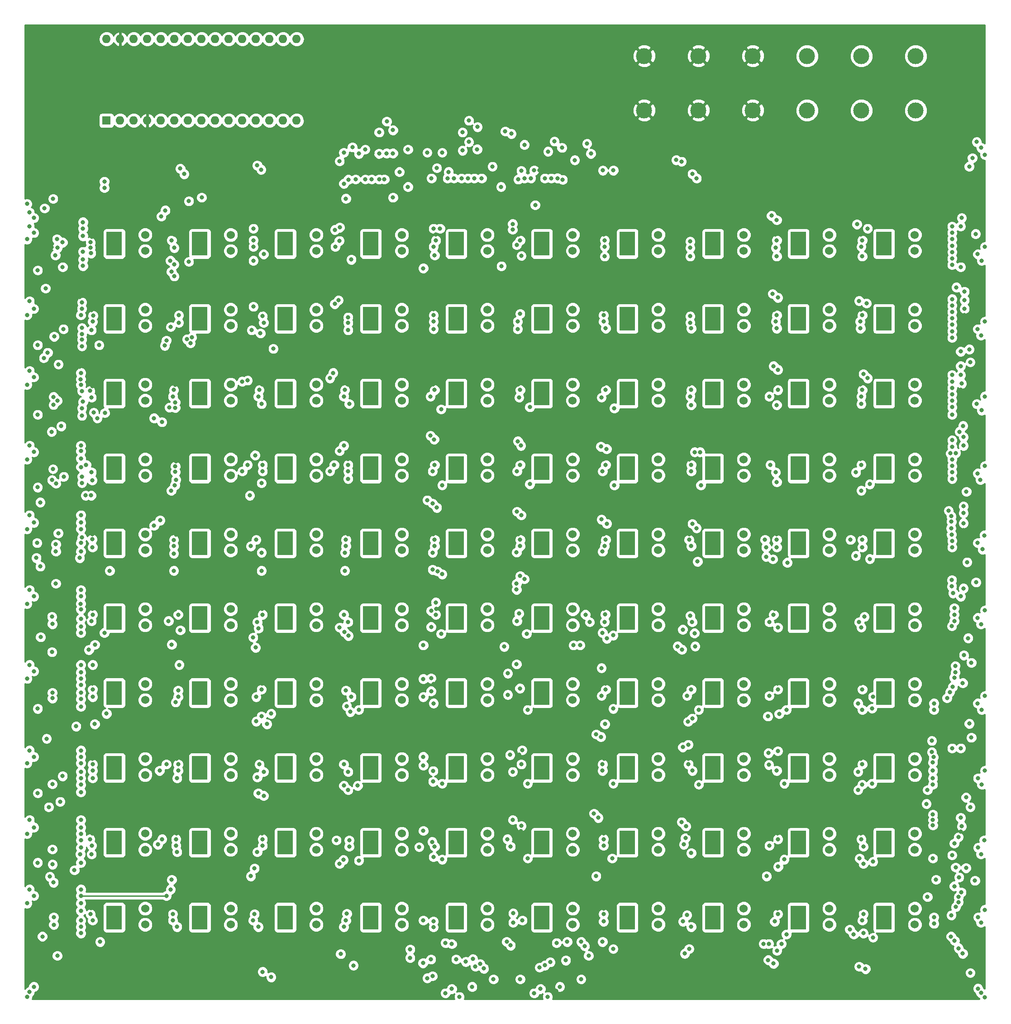
<source format=gbr>
G04 #@! TF.GenerationSoftware,KiCad,Pcbnew,5.0.0-rc2-dev-unknown-5a90858~64~ubuntu16.04.1*
G04 #@! TF.CreationDate,2018-12-18T14:43:22-05:00*
G04 #@! TF.ProjectId,ferrofluid_display,666572726F666C7569645F646973706C,rev?*
G04 #@! TF.SameCoordinates,Original*
G04 #@! TF.FileFunction,Copper,L4,Bot,Signal*
G04 #@! TF.FilePolarity,Positive*
%FSLAX46Y46*%
G04 Gerber Fmt 4.6, Leading zero omitted, Abs format (unit mm)*
G04 Created by KiCad (PCBNEW 5.0.0-rc2-dev-unknown-5a90858~64~ubuntu16.04.1) date Tue Dec 18 14:43:22 2018*
%MOMM*%
%LPD*%
G01*
G04 APERTURE LIST*
%ADD10O,1.600000X1.600000*%
%ADD11R,1.600000X1.600000*%
%ADD12C,3.000000*%
%ADD13C,1.524000*%
%ADD14C,0.600000*%
%ADD15R,2.950000X4.500000*%
%ADD16C,0.800000*%
%ADD17C,0.250000*%
%ADD18C,0.254000*%
G04 APERTURE END LIST*
D10*
X157560000Y-22760000D03*
X157560000Y-38000000D03*
X122000000Y-22760000D03*
X155020000Y-38000000D03*
X124540000Y-22760000D03*
X152480000Y-38000000D03*
X127080000Y-22760000D03*
X149940000Y-38000000D03*
X129620000Y-22760000D03*
X147400000Y-38000000D03*
X132160000Y-22760000D03*
X144860000Y-38000000D03*
X134700000Y-22760000D03*
X142320000Y-38000000D03*
X137240000Y-22760000D03*
X139780000Y-38000000D03*
X139780000Y-22760000D03*
X137240000Y-38000000D03*
X142320000Y-22760000D03*
X134700000Y-38000000D03*
X144860000Y-22760000D03*
X132160000Y-38000000D03*
X147400000Y-22760000D03*
X129620000Y-38000000D03*
X149940000Y-22760000D03*
X127080000Y-38000000D03*
X152480000Y-22760000D03*
X124540000Y-38000000D03*
X155020000Y-22760000D03*
D11*
X122000000Y-38000000D03*
D12*
X242920000Y-36080000D03*
X273400000Y-36080000D03*
X263240000Y-36080000D03*
X253080000Y-36080000D03*
X232760000Y-36080000D03*
X222600000Y-36080000D03*
X273400000Y-25920000D03*
X263240000Y-25920000D03*
X253080000Y-25920000D03*
X242920000Y-25920000D03*
X232760000Y-25920000D03*
X222600000Y-25920000D03*
D13*
X129224000Y-62372000D03*
X129224000Y-59372000D03*
X145224000Y-62372000D03*
X145224000Y-59372000D03*
X161224000Y-59372000D03*
X161224000Y-62372000D03*
X177224000Y-62372000D03*
X177224000Y-59372000D03*
X193224000Y-62372000D03*
X193224000Y-59372000D03*
X209224000Y-62372000D03*
X209224000Y-59372000D03*
X225224000Y-62372000D03*
X225224000Y-59372000D03*
X241224000Y-59372000D03*
X241224000Y-62372000D03*
X257224000Y-62372000D03*
X257224000Y-59372000D03*
X273224000Y-59372000D03*
X273224000Y-62372000D03*
X129224000Y-76372000D03*
X129224000Y-73372000D03*
X145224000Y-76372000D03*
X145224000Y-73372000D03*
X161224000Y-76372000D03*
X161224000Y-73372000D03*
X177224000Y-73372000D03*
X177224000Y-76372000D03*
X193224000Y-76372000D03*
X193224000Y-73372000D03*
X209224000Y-76372000D03*
X209224000Y-73372000D03*
X225224000Y-76372000D03*
X225224000Y-73372000D03*
X241224000Y-73372000D03*
X241224000Y-76372000D03*
X257224000Y-73372000D03*
X257224000Y-76372000D03*
X273224000Y-73372000D03*
X273224000Y-76372000D03*
X129224000Y-87372000D03*
X129224000Y-90372000D03*
X145224000Y-87372000D03*
X145224000Y-90372000D03*
X161224000Y-87372000D03*
X161224000Y-90372000D03*
X177224000Y-87372000D03*
X177224000Y-90372000D03*
X193224000Y-90372000D03*
X193224000Y-87372000D03*
X209224000Y-90372000D03*
X209224000Y-87372000D03*
X225224000Y-90372000D03*
X225224000Y-87372000D03*
X241224000Y-90372000D03*
X241224000Y-87372000D03*
X257224000Y-87372000D03*
X257224000Y-90372000D03*
X273224000Y-90372000D03*
X273224000Y-87372000D03*
X129224000Y-104372000D03*
X129224000Y-101372000D03*
X145224000Y-104372000D03*
X145224000Y-101372000D03*
X161224000Y-101372000D03*
X161224000Y-104372000D03*
X177224000Y-101372000D03*
X177224000Y-104372000D03*
X193224000Y-101372000D03*
X193224000Y-104372000D03*
X209224000Y-104372000D03*
X209224000Y-101372000D03*
X225224000Y-101372000D03*
X225224000Y-104372000D03*
X241224000Y-101372000D03*
X241224000Y-104372000D03*
X257224000Y-101372000D03*
X257224000Y-104372000D03*
X273224000Y-104372000D03*
X273224000Y-101372000D03*
X129224000Y-115372000D03*
X129224000Y-118372000D03*
X145224000Y-115372000D03*
X145224000Y-118372000D03*
X161224000Y-115372000D03*
X161224000Y-118372000D03*
X177224000Y-118372000D03*
X177224000Y-115372000D03*
X193224000Y-115372000D03*
X193224000Y-118372000D03*
X209224000Y-115372000D03*
X209224000Y-118372000D03*
X225224000Y-118372000D03*
X225224000Y-115372000D03*
X241224000Y-115372000D03*
X241224000Y-118372000D03*
X257224000Y-115372000D03*
X257224000Y-118372000D03*
X273224000Y-118372000D03*
X273224000Y-115372000D03*
X129224000Y-132372000D03*
X129224000Y-129372000D03*
X145224000Y-129372000D03*
X145224000Y-132372000D03*
X161224000Y-129372000D03*
X161224000Y-132372000D03*
X177224000Y-129372000D03*
X177224000Y-132372000D03*
X193224000Y-129372000D03*
X193224000Y-132372000D03*
X209224000Y-132372000D03*
X209224000Y-129372000D03*
X225224000Y-132372000D03*
X225224000Y-129372000D03*
X241224000Y-129372000D03*
X241224000Y-132372000D03*
X257224000Y-132372000D03*
X257224000Y-129372000D03*
X273224000Y-129372000D03*
X273224000Y-132372000D03*
X129224000Y-143372000D03*
X129224000Y-146372000D03*
X145224000Y-143372000D03*
X145224000Y-146372000D03*
X161224000Y-143372000D03*
X161224000Y-146372000D03*
X177224000Y-143372000D03*
X177224000Y-146372000D03*
X193224000Y-146372000D03*
X193224000Y-143372000D03*
X209224000Y-143372000D03*
X209224000Y-146372000D03*
X225224000Y-146372000D03*
X225224000Y-143372000D03*
X241224000Y-146372000D03*
X241224000Y-143372000D03*
X257224000Y-146372000D03*
X257224000Y-143372000D03*
X273224000Y-146372000D03*
X273224000Y-143372000D03*
X129224000Y-160372000D03*
X129224000Y-157372000D03*
X145224000Y-160372000D03*
X145224000Y-157372000D03*
X161224000Y-160372000D03*
X161224000Y-157372000D03*
X177224000Y-160372000D03*
X177224000Y-157372000D03*
X193224000Y-157372000D03*
X193224000Y-160372000D03*
X209224000Y-157372000D03*
X209224000Y-160372000D03*
X225224000Y-157372000D03*
X225224000Y-160372000D03*
X241224000Y-157372000D03*
X241224000Y-160372000D03*
X257224000Y-157372000D03*
X257224000Y-160372000D03*
X273224000Y-157372000D03*
X273224000Y-160372000D03*
X129224000Y-171372000D03*
X129224000Y-174372000D03*
X145224000Y-171372000D03*
X145224000Y-174372000D03*
X161224000Y-174372000D03*
X161224000Y-171372000D03*
X177224000Y-171372000D03*
X177224000Y-174372000D03*
X193224000Y-174372000D03*
X193224000Y-171372000D03*
X209224000Y-174372000D03*
X209224000Y-171372000D03*
X225224000Y-174372000D03*
X225224000Y-171372000D03*
X241224000Y-174372000D03*
X241224000Y-171372000D03*
X257224000Y-174372000D03*
X257224000Y-171372000D03*
X273224000Y-171372000D03*
X273224000Y-174372000D03*
X129224000Y-188372000D03*
X129224000Y-185372000D03*
X145224000Y-188372000D03*
X145224000Y-185372000D03*
X161224000Y-185372000D03*
X161224000Y-188372000D03*
X177224000Y-188372000D03*
X177224000Y-185372000D03*
X193224000Y-188372000D03*
X193224000Y-185372000D03*
X209224000Y-185372000D03*
X209224000Y-188372000D03*
X225224000Y-188372000D03*
X225224000Y-185372000D03*
X241224000Y-185372000D03*
X241224000Y-188372000D03*
X257224000Y-185372000D03*
X257224000Y-188372000D03*
X273224000Y-188372000D03*
X273224000Y-185372000D03*
D14*
X124056905Y-62847500D03*
X124056905Y-61747500D03*
X122856905Y-61747500D03*
X122856905Y-62847500D03*
X124056905Y-59247500D03*
X124056905Y-60447500D03*
X122856905Y-60447500D03*
X122856905Y-59247500D03*
D15*
X123456905Y-61047500D03*
X139456905Y-61047500D03*
D14*
X138856905Y-59247500D03*
X138856905Y-60447500D03*
X140056905Y-60447500D03*
X140056905Y-59247500D03*
X138856905Y-62847500D03*
X138856905Y-61747500D03*
X140056905Y-61747500D03*
X140056905Y-62847500D03*
D15*
X155456905Y-61047500D03*
D14*
X154856905Y-59247500D03*
X154856905Y-60447500D03*
X156056905Y-60447500D03*
X156056905Y-59247500D03*
X154856905Y-62847500D03*
X154856905Y-61747500D03*
X156056905Y-61747500D03*
X156056905Y-62847500D03*
X172056905Y-62847500D03*
X172056905Y-61747500D03*
X170856905Y-61747500D03*
X170856905Y-62847500D03*
X172056905Y-59247500D03*
X172056905Y-60447500D03*
X170856905Y-60447500D03*
X170856905Y-59247500D03*
D15*
X171456905Y-61047500D03*
X187456905Y-61047500D03*
D14*
X186856905Y-59247500D03*
X186856905Y-60447500D03*
X188056905Y-60447500D03*
X188056905Y-59247500D03*
X186856905Y-62847500D03*
X186856905Y-61747500D03*
X188056905Y-61747500D03*
X188056905Y-62847500D03*
D15*
X203456905Y-61047500D03*
D14*
X202856905Y-59247500D03*
X202856905Y-60447500D03*
X204056905Y-60447500D03*
X204056905Y-59247500D03*
X202856905Y-62847500D03*
X202856905Y-61747500D03*
X204056905Y-61747500D03*
X204056905Y-62847500D03*
X220056905Y-62847500D03*
X220056905Y-61747500D03*
X218856905Y-61747500D03*
X218856905Y-62847500D03*
X220056905Y-59247500D03*
X220056905Y-60447500D03*
X218856905Y-60447500D03*
X218856905Y-59247500D03*
D15*
X219456905Y-61047500D03*
D14*
X236056905Y-62847500D03*
X236056905Y-61747500D03*
X234856905Y-61747500D03*
X234856905Y-62847500D03*
X236056905Y-59247500D03*
X236056905Y-60447500D03*
X234856905Y-60447500D03*
X234856905Y-59247500D03*
D15*
X235456905Y-61047500D03*
X251456905Y-61047500D03*
D14*
X250856905Y-59247500D03*
X250856905Y-60447500D03*
X252056905Y-60447500D03*
X252056905Y-59247500D03*
X250856905Y-62847500D03*
X250856905Y-61747500D03*
X252056905Y-61747500D03*
X252056905Y-62847500D03*
D15*
X267456905Y-61047500D03*
D14*
X266856905Y-59247500D03*
X266856905Y-60447500D03*
X268056905Y-60447500D03*
X268056905Y-59247500D03*
X266856905Y-62847500D03*
X266856905Y-61747500D03*
X268056905Y-61747500D03*
X268056905Y-62847500D03*
X124056905Y-76847500D03*
X124056905Y-75747500D03*
X122856905Y-75747500D03*
X122856905Y-76847500D03*
X124056905Y-73247500D03*
X124056905Y-74447500D03*
X122856905Y-74447500D03*
X122856905Y-73247500D03*
D15*
X123456905Y-75047500D03*
X139456905Y-75047500D03*
D14*
X138856905Y-73247500D03*
X138856905Y-74447500D03*
X140056905Y-74447500D03*
X140056905Y-73247500D03*
X138856905Y-76847500D03*
X138856905Y-75747500D03*
X140056905Y-75747500D03*
X140056905Y-76847500D03*
D15*
X155456905Y-75047500D03*
D14*
X154856905Y-73247500D03*
X154856905Y-74447500D03*
X156056905Y-74447500D03*
X156056905Y-73247500D03*
X154856905Y-76847500D03*
X154856905Y-75747500D03*
X156056905Y-75747500D03*
X156056905Y-76847500D03*
D15*
X171456905Y-75047500D03*
D14*
X170856905Y-73247500D03*
X170856905Y-74447500D03*
X172056905Y-74447500D03*
X172056905Y-73247500D03*
X170856905Y-76847500D03*
X170856905Y-75747500D03*
X172056905Y-75747500D03*
X172056905Y-76847500D03*
X188056905Y-76847500D03*
X188056905Y-75747500D03*
X186856905Y-75747500D03*
X186856905Y-76847500D03*
X188056905Y-73247500D03*
X188056905Y-74447500D03*
X186856905Y-74447500D03*
X186856905Y-73247500D03*
D15*
X187456905Y-75047500D03*
X203456905Y-75047500D03*
D14*
X202856905Y-73247500D03*
X202856905Y-74447500D03*
X204056905Y-74447500D03*
X204056905Y-73247500D03*
X202856905Y-76847500D03*
X202856905Y-75747500D03*
X204056905Y-75747500D03*
X204056905Y-76847500D03*
X220056905Y-76847500D03*
X220056905Y-75747500D03*
X218856905Y-75747500D03*
X218856905Y-76847500D03*
X220056905Y-73247500D03*
X220056905Y-74447500D03*
X218856905Y-74447500D03*
X218856905Y-73247500D03*
D15*
X219456905Y-75047500D03*
X235456905Y-75047500D03*
D14*
X234856905Y-73247500D03*
X234856905Y-74447500D03*
X236056905Y-74447500D03*
X236056905Y-73247500D03*
X234856905Y-76847500D03*
X234856905Y-75747500D03*
X236056905Y-75747500D03*
X236056905Y-76847500D03*
X252056905Y-76847500D03*
X252056905Y-75747500D03*
X250856905Y-75747500D03*
X250856905Y-76847500D03*
X252056905Y-73247500D03*
X252056905Y-74447500D03*
X250856905Y-74447500D03*
X250856905Y-73247500D03*
D15*
X251456905Y-75047500D03*
X267456905Y-75047500D03*
D14*
X266856905Y-73247500D03*
X266856905Y-74447500D03*
X268056905Y-74447500D03*
X268056905Y-73247500D03*
X266856905Y-76847500D03*
X266856905Y-75747500D03*
X268056905Y-75747500D03*
X268056905Y-76847500D03*
X124056905Y-90847500D03*
X124056905Y-89747500D03*
X122856905Y-89747500D03*
X122856905Y-90847500D03*
X124056905Y-87247500D03*
X124056905Y-88447500D03*
X122856905Y-88447500D03*
X122856905Y-87247500D03*
D15*
X123456905Y-89047500D03*
D14*
X140056905Y-90847500D03*
X140056905Y-89747500D03*
X138856905Y-89747500D03*
X138856905Y-90847500D03*
X140056905Y-87247500D03*
X140056905Y-88447500D03*
X138856905Y-88447500D03*
X138856905Y-87247500D03*
D15*
X139456905Y-89047500D03*
D14*
X156056905Y-90847500D03*
X156056905Y-89747500D03*
X154856905Y-89747500D03*
X154856905Y-90847500D03*
X156056905Y-87247500D03*
X156056905Y-88447500D03*
X154856905Y-88447500D03*
X154856905Y-87247500D03*
D15*
X155456905Y-89047500D03*
D14*
X172056905Y-90847500D03*
X172056905Y-89747500D03*
X170856905Y-89747500D03*
X170856905Y-90847500D03*
X172056905Y-87247500D03*
X172056905Y-88447500D03*
X170856905Y-88447500D03*
X170856905Y-87247500D03*
D15*
X171456905Y-89047500D03*
D14*
X188056905Y-90847500D03*
X188056905Y-89747500D03*
X186856905Y-89747500D03*
X186856905Y-90847500D03*
X188056905Y-87247500D03*
X188056905Y-88447500D03*
X186856905Y-88447500D03*
X186856905Y-87247500D03*
D15*
X187456905Y-89047500D03*
X203456905Y-89047500D03*
D14*
X202856905Y-87247500D03*
X202856905Y-88447500D03*
X204056905Y-88447500D03*
X204056905Y-87247500D03*
X202856905Y-90847500D03*
X202856905Y-89747500D03*
X204056905Y-89747500D03*
X204056905Y-90847500D03*
X220056905Y-90847500D03*
X220056905Y-89747500D03*
X218856905Y-89747500D03*
X218856905Y-90847500D03*
X220056905Y-87247500D03*
X220056905Y-88447500D03*
X218856905Y-88447500D03*
X218856905Y-87247500D03*
D15*
X219456905Y-89047500D03*
D14*
X236056905Y-90847500D03*
X236056905Y-89747500D03*
X234856905Y-89747500D03*
X234856905Y-90847500D03*
X236056905Y-87247500D03*
X236056905Y-88447500D03*
X234856905Y-88447500D03*
X234856905Y-87247500D03*
D15*
X235456905Y-89047500D03*
D14*
X252056905Y-90847500D03*
X252056905Y-89747500D03*
X250856905Y-89747500D03*
X250856905Y-90847500D03*
X252056905Y-87247500D03*
X252056905Y-88447500D03*
X250856905Y-88447500D03*
X250856905Y-87247500D03*
D15*
X251456905Y-89047500D03*
X267456905Y-89047500D03*
D14*
X266856905Y-87247500D03*
X266856905Y-88447500D03*
X268056905Y-88447500D03*
X268056905Y-87247500D03*
X266856905Y-90847500D03*
X266856905Y-89747500D03*
X268056905Y-89747500D03*
X268056905Y-90847500D03*
D15*
X123456905Y-103047500D03*
D14*
X122856905Y-101247500D03*
X122856905Y-102447500D03*
X124056905Y-102447500D03*
X124056905Y-101247500D03*
X122856905Y-104847500D03*
X122856905Y-103747500D03*
X124056905Y-103747500D03*
X124056905Y-104847500D03*
X140056905Y-104847500D03*
X140056905Y-103747500D03*
X138856905Y-103747500D03*
X138856905Y-104847500D03*
X140056905Y-101247500D03*
X140056905Y-102447500D03*
X138856905Y-102447500D03*
X138856905Y-101247500D03*
D15*
X139456905Y-103047500D03*
X155456905Y-103047500D03*
D14*
X154856905Y-101247500D03*
X154856905Y-102447500D03*
X156056905Y-102447500D03*
X156056905Y-101247500D03*
X154856905Y-104847500D03*
X154856905Y-103747500D03*
X156056905Y-103747500D03*
X156056905Y-104847500D03*
X172056905Y-104847500D03*
X172056905Y-103747500D03*
X170856905Y-103747500D03*
X170856905Y-104847500D03*
X172056905Y-101247500D03*
X172056905Y-102447500D03*
X170856905Y-102447500D03*
X170856905Y-101247500D03*
D15*
X171456905Y-103047500D03*
X187456905Y-103047500D03*
D14*
X186856905Y-101247500D03*
X186856905Y-102447500D03*
X188056905Y-102447500D03*
X188056905Y-101247500D03*
X186856905Y-104847500D03*
X186856905Y-103747500D03*
X188056905Y-103747500D03*
X188056905Y-104847500D03*
D15*
X203456905Y-103047500D03*
D14*
X202856905Y-101247500D03*
X202856905Y-102447500D03*
X204056905Y-102447500D03*
X204056905Y-101247500D03*
X202856905Y-104847500D03*
X202856905Y-103747500D03*
X204056905Y-103747500D03*
X204056905Y-104847500D03*
X220056905Y-104847500D03*
X220056905Y-103747500D03*
X218856905Y-103747500D03*
X218856905Y-104847500D03*
X220056905Y-101247500D03*
X220056905Y-102447500D03*
X218856905Y-102447500D03*
X218856905Y-101247500D03*
D15*
X219456905Y-103047500D03*
X235456905Y-103047500D03*
D14*
X234856905Y-101247500D03*
X234856905Y-102447500D03*
X236056905Y-102447500D03*
X236056905Y-101247500D03*
X234856905Y-104847500D03*
X234856905Y-103747500D03*
X236056905Y-103747500D03*
X236056905Y-104847500D03*
D15*
X251456905Y-103047500D03*
D14*
X250856905Y-101247500D03*
X250856905Y-102447500D03*
X252056905Y-102447500D03*
X252056905Y-101247500D03*
X250856905Y-104847500D03*
X250856905Y-103747500D03*
X252056905Y-103747500D03*
X252056905Y-104847500D03*
X268056905Y-104847500D03*
X268056905Y-103747500D03*
X266856905Y-103747500D03*
X266856905Y-104847500D03*
X268056905Y-101247500D03*
X268056905Y-102447500D03*
X266856905Y-102447500D03*
X266856905Y-101247500D03*
D15*
X267456905Y-103047500D03*
D14*
X124056905Y-118847500D03*
X124056905Y-117747500D03*
X122856905Y-117747500D03*
X122856905Y-118847500D03*
X124056905Y-115247500D03*
X124056905Y-116447500D03*
X122856905Y-116447500D03*
X122856905Y-115247500D03*
D15*
X123456905Y-117047500D03*
D14*
X140056905Y-118847500D03*
X140056905Y-117747500D03*
X138856905Y-117747500D03*
X138856905Y-118847500D03*
X140056905Y-115247500D03*
X140056905Y-116447500D03*
X138856905Y-116447500D03*
X138856905Y-115247500D03*
D15*
X139456905Y-117047500D03*
D14*
X156056905Y-118847500D03*
X156056905Y-117747500D03*
X154856905Y-117747500D03*
X154856905Y-118847500D03*
X156056905Y-115247500D03*
X156056905Y-116447500D03*
X154856905Y-116447500D03*
X154856905Y-115247500D03*
D15*
X155456905Y-117047500D03*
D14*
X172056905Y-118847500D03*
X172056905Y-117747500D03*
X170856905Y-117747500D03*
X170856905Y-118847500D03*
X172056905Y-115247500D03*
X172056905Y-116447500D03*
X170856905Y-116447500D03*
X170856905Y-115247500D03*
D15*
X171456905Y-117047500D03*
X187456905Y-117047500D03*
D14*
X186856905Y-115247500D03*
X186856905Y-116447500D03*
X188056905Y-116447500D03*
X188056905Y-115247500D03*
X186856905Y-118847500D03*
X186856905Y-117747500D03*
X188056905Y-117747500D03*
X188056905Y-118847500D03*
D15*
X203456905Y-117047500D03*
D14*
X202856905Y-115247500D03*
X202856905Y-116447500D03*
X204056905Y-116447500D03*
X204056905Y-115247500D03*
X202856905Y-118847500D03*
X202856905Y-117747500D03*
X204056905Y-117747500D03*
X204056905Y-118847500D03*
X220056905Y-118847500D03*
X220056905Y-117747500D03*
X218856905Y-117747500D03*
X218856905Y-118847500D03*
X220056905Y-115247500D03*
X220056905Y-116447500D03*
X218856905Y-116447500D03*
X218856905Y-115247500D03*
D15*
X219456905Y-117047500D03*
D14*
X236056905Y-118847500D03*
X236056905Y-117747500D03*
X234856905Y-117747500D03*
X234856905Y-118847500D03*
X236056905Y-115247500D03*
X236056905Y-116447500D03*
X234856905Y-116447500D03*
X234856905Y-115247500D03*
D15*
X235456905Y-117047500D03*
X251456905Y-117047500D03*
D14*
X250856905Y-115247500D03*
X250856905Y-116447500D03*
X252056905Y-116447500D03*
X252056905Y-115247500D03*
X250856905Y-118847500D03*
X250856905Y-117747500D03*
X252056905Y-117747500D03*
X252056905Y-118847500D03*
D15*
X267456905Y-117047500D03*
D14*
X266856905Y-115247500D03*
X266856905Y-116447500D03*
X268056905Y-116447500D03*
X268056905Y-115247500D03*
X266856905Y-118847500D03*
X266856905Y-117747500D03*
X268056905Y-117747500D03*
X268056905Y-118847500D03*
X124056905Y-132847500D03*
X124056905Y-131747500D03*
X122856905Y-131747500D03*
X122856905Y-132847500D03*
X124056905Y-129247500D03*
X124056905Y-130447500D03*
X122856905Y-130447500D03*
X122856905Y-129247500D03*
D15*
X123456905Y-131047500D03*
X139456905Y-131047500D03*
D14*
X138856905Y-129247500D03*
X138856905Y-130447500D03*
X140056905Y-130447500D03*
X140056905Y-129247500D03*
X138856905Y-132847500D03*
X138856905Y-131747500D03*
X140056905Y-131747500D03*
X140056905Y-132847500D03*
X156056905Y-132847500D03*
X156056905Y-131747500D03*
X154856905Y-131747500D03*
X154856905Y-132847500D03*
X156056905Y-129247500D03*
X156056905Y-130447500D03*
X154856905Y-130447500D03*
X154856905Y-129247500D03*
D15*
X155456905Y-131047500D03*
D14*
X172056905Y-132847500D03*
X172056905Y-131747500D03*
X170856905Y-131747500D03*
X170856905Y-132847500D03*
X172056905Y-129247500D03*
X172056905Y-130447500D03*
X170856905Y-130447500D03*
X170856905Y-129247500D03*
D15*
X171456905Y-131047500D03*
X187456905Y-131047500D03*
D14*
X186856905Y-129247500D03*
X186856905Y-130447500D03*
X188056905Y-130447500D03*
X188056905Y-129247500D03*
X186856905Y-132847500D03*
X186856905Y-131747500D03*
X188056905Y-131747500D03*
X188056905Y-132847500D03*
D15*
X203456905Y-131047500D03*
D14*
X202856905Y-129247500D03*
X202856905Y-130447500D03*
X204056905Y-130447500D03*
X204056905Y-129247500D03*
X202856905Y-132847500D03*
X202856905Y-131747500D03*
X204056905Y-131747500D03*
X204056905Y-132847500D03*
D15*
X219456905Y-131047500D03*
D14*
X218856905Y-129247500D03*
X218856905Y-130447500D03*
X220056905Y-130447500D03*
X220056905Y-129247500D03*
X218856905Y-132847500D03*
X218856905Y-131747500D03*
X220056905Y-131747500D03*
X220056905Y-132847500D03*
D15*
X235456905Y-131047500D03*
D14*
X234856905Y-129247500D03*
X234856905Y-130447500D03*
X236056905Y-130447500D03*
X236056905Y-129247500D03*
X234856905Y-132847500D03*
X234856905Y-131747500D03*
X236056905Y-131747500D03*
X236056905Y-132847500D03*
D15*
X251456905Y-131047500D03*
D14*
X250856905Y-129247500D03*
X250856905Y-130447500D03*
X252056905Y-130447500D03*
X252056905Y-129247500D03*
X250856905Y-132847500D03*
X250856905Y-131747500D03*
X252056905Y-131747500D03*
X252056905Y-132847500D03*
X268056905Y-132847500D03*
X268056905Y-131747500D03*
X266856905Y-131747500D03*
X266856905Y-132847500D03*
X268056905Y-129247500D03*
X268056905Y-130447500D03*
X266856905Y-130447500D03*
X266856905Y-129247500D03*
D15*
X267456905Y-131047500D03*
D14*
X124056905Y-146847500D03*
X124056905Y-145747500D03*
X122856905Y-145747500D03*
X122856905Y-146847500D03*
X124056905Y-143247500D03*
X124056905Y-144447500D03*
X122856905Y-144447500D03*
X122856905Y-143247500D03*
D15*
X123456905Y-145047500D03*
X139456905Y-145047500D03*
D14*
X138856905Y-143247500D03*
X138856905Y-144447500D03*
X140056905Y-144447500D03*
X140056905Y-143247500D03*
X138856905Y-146847500D03*
X138856905Y-145747500D03*
X140056905Y-145747500D03*
X140056905Y-146847500D03*
X156056905Y-146847500D03*
X156056905Y-145747500D03*
X154856905Y-145747500D03*
X154856905Y-146847500D03*
X156056905Y-143247500D03*
X156056905Y-144447500D03*
X154856905Y-144447500D03*
X154856905Y-143247500D03*
D15*
X155456905Y-145047500D03*
D14*
X172056905Y-146847500D03*
X172056905Y-145747500D03*
X170856905Y-145747500D03*
X170856905Y-146847500D03*
X172056905Y-143247500D03*
X172056905Y-144447500D03*
X170856905Y-144447500D03*
X170856905Y-143247500D03*
D15*
X171456905Y-145047500D03*
X187456905Y-145047500D03*
D14*
X186856905Y-143247500D03*
X186856905Y-144447500D03*
X188056905Y-144447500D03*
X188056905Y-143247500D03*
X186856905Y-146847500D03*
X186856905Y-145747500D03*
X188056905Y-145747500D03*
X188056905Y-146847500D03*
X204056905Y-146847500D03*
X204056905Y-145747500D03*
X202856905Y-145747500D03*
X202856905Y-146847500D03*
X204056905Y-143247500D03*
X204056905Y-144447500D03*
X202856905Y-144447500D03*
X202856905Y-143247500D03*
D15*
X203456905Y-145047500D03*
X219456905Y-145047500D03*
D14*
X218856905Y-143247500D03*
X218856905Y-144447500D03*
X220056905Y-144447500D03*
X220056905Y-143247500D03*
X218856905Y-146847500D03*
X218856905Y-145747500D03*
X220056905Y-145747500D03*
X220056905Y-146847500D03*
X236056905Y-146847500D03*
X236056905Y-145747500D03*
X234856905Y-145747500D03*
X234856905Y-146847500D03*
X236056905Y-143247500D03*
X236056905Y-144447500D03*
X234856905Y-144447500D03*
X234856905Y-143247500D03*
D15*
X235456905Y-145047500D03*
D14*
X252056905Y-146847500D03*
X252056905Y-145747500D03*
X250856905Y-145747500D03*
X250856905Y-146847500D03*
X252056905Y-143247500D03*
X252056905Y-144447500D03*
X250856905Y-144447500D03*
X250856905Y-143247500D03*
D15*
X251456905Y-145047500D03*
X267456905Y-145047500D03*
D14*
X266856905Y-143247500D03*
X266856905Y-144447500D03*
X268056905Y-144447500D03*
X268056905Y-143247500D03*
X266856905Y-146847500D03*
X266856905Y-145747500D03*
X268056905Y-145747500D03*
X268056905Y-146847500D03*
D15*
X123456905Y-159047500D03*
D14*
X122856905Y-157247500D03*
X122856905Y-158447500D03*
X124056905Y-158447500D03*
X124056905Y-157247500D03*
X122856905Y-160847500D03*
X122856905Y-159747500D03*
X124056905Y-159747500D03*
X124056905Y-160847500D03*
D15*
X139456905Y-159047500D03*
D14*
X138856905Y-157247500D03*
X138856905Y-158447500D03*
X140056905Y-158447500D03*
X140056905Y-157247500D03*
X138856905Y-160847500D03*
X138856905Y-159747500D03*
X140056905Y-159747500D03*
X140056905Y-160847500D03*
X156056905Y-160847500D03*
X156056905Y-159747500D03*
X154856905Y-159747500D03*
X154856905Y-160847500D03*
X156056905Y-157247500D03*
X156056905Y-158447500D03*
X154856905Y-158447500D03*
X154856905Y-157247500D03*
D15*
X155456905Y-159047500D03*
X171456905Y-159047500D03*
D14*
X170856905Y-157247500D03*
X170856905Y-158447500D03*
X172056905Y-158447500D03*
X172056905Y-157247500D03*
X170856905Y-160847500D03*
X170856905Y-159747500D03*
X172056905Y-159747500D03*
X172056905Y-160847500D03*
D15*
X187456905Y-159047500D03*
D14*
X186856905Y-157247500D03*
X186856905Y-158447500D03*
X188056905Y-158447500D03*
X188056905Y-157247500D03*
X186856905Y-160847500D03*
X186856905Y-159747500D03*
X188056905Y-159747500D03*
X188056905Y-160847500D03*
X204056905Y-160847500D03*
X204056905Y-159747500D03*
X202856905Y-159747500D03*
X202856905Y-160847500D03*
X204056905Y-157247500D03*
X204056905Y-158447500D03*
X202856905Y-158447500D03*
X202856905Y-157247500D03*
D15*
X203456905Y-159047500D03*
X219456905Y-159047500D03*
D14*
X218856905Y-157247500D03*
X218856905Y-158447500D03*
X220056905Y-158447500D03*
X220056905Y-157247500D03*
X218856905Y-160847500D03*
X218856905Y-159747500D03*
X220056905Y-159747500D03*
X220056905Y-160847500D03*
X236056905Y-160847500D03*
X236056905Y-159747500D03*
X234856905Y-159747500D03*
X234856905Y-160847500D03*
X236056905Y-157247500D03*
X236056905Y-158447500D03*
X234856905Y-158447500D03*
X234856905Y-157247500D03*
D15*
X235456905Y-159047500D03*
X251456905Y-159047500D03*
D14*
X250856905Y-157247500D03*
X250856905Y-158447500D03*
X252056905Y-158447500D03*
X252056905Y-157247500D03*
X250856905Y-160847500D03*
X250856905Y-159747500D03*
X252056905Y-159747500D03*
X252056905Y-160847500D03*
X268056905Y-160847500D03*
X268056905Y-159747500D03*
X266856905Y-159747500D03*
X266856905Y-160847500D03*
X268056905Y-157247500D03*
X268056905Y-158447500D03*
X266856905Y-158447500D03*
X266856905Y-157247500D03*
D15*
X267456905Y-159047500D03*
D14*
X124056905Y-174847500D03*
X124056905Y-173747500D03*
X122856905Y-173747500D03*
X122856905Y-174847500D03*
X124056905Y-171247500D03*
X124056905Y-172447500D03*
X122856905Y-172447500D03*
X122856905Y-171247500D03*
D15*
X123456905Y-173047500D03*
D14*
X140056905Y-174847500D03*
X140056905Y-173747500D03*
X138856905Y-173747500D03*
X138856905Y-174847500D03*
X140056905Y-171247500D03*
X140056905Y-172447500D03*
X138856905Y-172447500D03*
X138856905Y-171247500D03*
D15*
X139456905Y-173047500D03*
X155456905Y-173047500D03*
D14*
X154856905Y-171247500D03*
X154856905Y-172447500D03*
X156056905Y-172447500D03*
X156056905Y-171247500D03*
X154856905Y-174847500D03*
X154856905Y-173747500D03*
X156056905Y-173747500D03*
X156056905Y-174847500D03*
X172056905Y-174847500D03*
X172056905Y-173747500D03*
X170856905Y-173747500D03*
X170856905Y-174847500D03*
X172056905Y-171247500D03*
X172056905Y-172447500D03*
X170856905Y-172447500D03*
X170856905Y-171247500D03*
D15*
X171456905Y-173047500D03*
X187456905Y-173047500D03*
D14*
X186856905Y-171247500D03*
X186856905Y-172447500D03*
X188056905Y-172447500D03*
X188056905Y-171247500D03*
X186856905Y-174847500D03*
X186856905Y-173747500D03*
X188056905Y-173747500D03*
X188056905Y-174847500D03*
D15*
X203456905Y-173047500D03*
D14*
X202856905Y-171247500D03*
X202856905Y-172447500D03*
X204056905Y-172447500D03*
X204056905Y-171247500D03*
X202856905Y-174847500D03*
X202856905Y-173747500D03*
X204056905Y-173747500D03*
X204056905Y-174847500D03*
D15*
X219456905Y-173047500D03*
D14*
X218856905Y-171247500D03*
X218856905Y-172447500D03*
X220056905Y-172447500D03*
X220056905Y-171247500D03*
X218856905Y-174847500D03*
X218856905Y-173747500D03*
X220056905Y-173747500D03*
X220056905Y-174847500D03*
D15*
X235456905Y-173047500D03*
D14*
X234856905Y-171247500D03*
X234856905Y-172447500D03*
X236056905Y-172447500D03*
X236056905Y-171247500D03*
X234856905Y-174847500D03*
X234856905Y-173747500D03*
X236056905Y-173747500D03*
X236056905Y-174847500D03*
X252056905Y-174847500D03*
X252056905Y-173747500D03*
X250856905Y-173747500D03*
X250856905Y-174847500D03*
X252056905Y-171247500D03*
X252056905Y-172447500D03*
X250856905Y-172447500D03*
X250856905Y-171247500D03*
D15*
X251456905Y-173047500D03*
D14*
X268056905Y-174847500D03*
X268056905Y-173747500D03*
X266856905Y-173747500D03*
X266856905Y-174847500D03*
X268056905Y-171247500D03*
X268056905Y-172447500D03*
X266856905Y-172447500D03*
X266856905Y-171247500D03*
D15*
X267456905Y-173047500D03*
X123456905Y-187047500D03*
D14*
X122856905Y-185247500D03*
X122856905Y-186447500D03*
X124056905Y-186447500D03*
X124056905Y-185247500D03*
X122856905Y-188847500D03*
X122856905Y-187747500D03*
X124056905Y-187747500D03*
X124056905Y-188847500D03*
D15*
X139456905Y-187047500D03*
D14*
X138856905Y-185247500D03*
X138856905Y-186447500D03*
X140056905Y-186447500D03*
X140056905Y-185247500D03*
X138856905Y-188847500D03*
X138856905Y-187747500D03*
X140056905Y-187747500D03*
X140056905Y-188847500D03*
X156056905Y-188847500D03*
X156056905Y-187747500D03*
X154856905Y-187747500D03*
X154856905Y-188847500D03*
X156056905Y-185247500D03*
X156056905Y-186447500D03*
X154856905Y-186447500D03*
X154856905Y-185247500D03*
D15*
X155456905Y-187047500D03*
D14*
X172056905Y-188847500D03*
X172056905Y-187747500D03*
X170856905Y-187747500D03*
X170856905Y-188847500D03*
X172056905Y-185247500D03*
X172056905Y-186447500D03*
X170856905Y-186447500D03*
X170856905Y-185247500D03*
D15*
X171456905Y-187047500D03*
X187456905Y-187047500D03*
D14*
X186856905Y-185247500D03*
X186856905Y-186447500D03*
X188056905Y-186447500D03*
X188056905Y-185247500D03*
X186856905Y-188847500D03*
X186856905Y-187747500D03*
X188056905Y-187747500D03*
X188056905Y-188847500D03*
X204056905Y-188847500D03*
X204056905Y-187747500D03*
X202856905Y-187747500D03*
X202856905Y-188847500D03*
X204056905Y-185247500D03*
X204056905Y-186447500D03*
X202856905Y-186447500D03*
X202856905Y-185247500D03*
D15*
X203456905Y-187047500D03*
D14*
X220056905Y-188847500D03*
X220056905Y-187747500D03*
X218856905Y-187747500D03*
X218856905Y-188847500D03*
X220056905Y-185247500D03*
X220056905Y-186447500D03*
X218856905Y-186447500D03*
X218856905Y-185247500D03*
D15*
X219456905Y-187047500D03*
X235456905Y-187047500D03*
D14*
X234856905Y-185247500D03*
X234856905Y-186447500D03*
X236056905Y-186447500D03*
X236056905Y-185247500D03*
X234856905Y-188847500D03*
X234856905Y-187747500D03*
X236056905Y-187747500D03*
X236056905Y-188847500D03*
X252056905Y-188847500D03*
X252056905Y-187747500D03*
X250856905Y-187747500D03*
X250856905Y-188847500D03*
X252056905Y-185247500D03*
X252056905Y-186447500D03*
X250856905Y-186447500D03*
X250856905Y-185247500D03*
D15*
X251456905Y-187047500D03*
X267456905Y-187047500D03*
D14*
X266856905Y-185247500D03*
X266856905Y-186447500D03*
X268056905Y-186447500D03*
X268056905Y-185247500D03*
X266856905Y-188847500D03*
X266856905Y-187747500D03*
X268056905Y-187747500D03*
X268056905Y-188847500D03*
D16*
X127700000Y-60618000D03*
X143700000Y-60618000D03*
X159700000Y-60618000D03*
X175700000Y-60618000D03*
X191700000Y-60618000D03*
X207700000Y-60618000D03*
X223700000Y-60618000D03*
X239700000Y-60618000D03*
X255700000Y-60618000D03*
X271700000Y-60618000D03*
X127700000Y-74618000D03*
X143700000Y-74618000D03*
X159700000Y-74618000D03*
X175700000Y-74618000D03*
X191700000Y-74618000D03*
X207700000Y-74618000D03*
X223700000Y-74618000D03*
X239700000Y-74618000D03*
X255700000Y-74618000D03*
X271700000Y-74618000D03*
X127700000Y-88618000D03*
X143700000Y-88618000D03*
X159700000Y-88618000D03*
X175700000Y-88618000D03*
X191700000Y-88618000D03*
X207700000Y-88618000D03*
X223700000Y-88618000D03*
X239700000Y-88618000D03*
X255700000Y-88618000D03*
X271700000Y-88618000D03*
X127700000Y-102618000D03*
X143700000Y-102618000D03*
X159700000Y-102618000D03*
X175700000Y-102618000D03*
X191700000Y-102618000D03*
X207700000Y-102618000D03*
X223700000Y-102618000D03*
X239700000Y-102618000D03*
X255700000Y-102618000D03*
X271700000Y-102618000D03*
X127700000Y-116618000D03*
X143700000Y-116618000D03*
X159700000Y-116618000D03*
X175700000Y-116618000D03*
X191700000Y-116618000D03*
X207700000Y-116618000D03*
X223700000Y-116618000D03*
X239700000Y-116618000D03*
X255700000Y-116618000D03*
X271700000Y-116618000D03*
X127700000Y-130618000D03*
X143700000Y-130618000D03*
X159700000Y-130618000D03*
X175700000Y-130618000D03*
X191700000Y-130618000D03*
X207700000Y-130618000D03*
X223700000Y-130618000D03*
X239700000Y-130618000D03*
X255700000Y-130618000D03*
X271700000Y-130618000D03*
X127700000Y-144618000D03*
X143700000Y-144618000D03*
X159700000Y-144618000D03*
X175700000Y-144618000D03*
X191700000Y-144618000D03*
X207700000Y-144618000D03*
X223700000Y-144618000D03*
X239700000Y-144618000D03*
X255700000Y-144618000D03*
X271700000Y-144618000D03*
X127700000Y-158618000D03*
X143700000Y-158618000D03*
X159700000Y-158618000D03*
X175700000Y-158618000D03*
X191700000Y-158618000D03*
X207700000Y-158618000D03*
X223700000Y-158618000D03*
X239700000Y-158618000D03*
X255700000Y-158618000D03*
X271700000Y-158618000D03*
X127700000Y-172618000D03*
X143700000Y-172618000D03*
X159700000Y-172618000D03*
X175700000Y-172618000D03*
X191700000Y-172618000D03*
X207700000Y-172618000D03*
X223700000Y-172618000D03*
X239700000Y-172618000D03*
X255700000Y-172618000D03*
X271700000Y-172618000D03*
X127700000Y-186618000D03*
X143700000Y-186618000D03*
X159700000Y-186618000D03*
X175700000Y-186618000D03*
X191700000Y-186618000D03*
X207700000Y-186618000D03*
X223700000Y-186618000D03*
X239700000Y-186618000D03*
X255700000Y-186618000D03*
X271700000Y-186618000D03*
X151064000Y-59348000D03*
X215064000Y-59348000D03*
X215064000Y-73348000D03*
X231064000Y-73348000D03*
X183064000Y-87348000D03*
X199064000Y-87348000D03*
X215064000Y-87348000D03*
X231064000Y-87348000D03*
X263064000Y-87348000D03*
X119064000Y-101348000D03*
X151064000Y-101348000D03*
X183064000Y-101348000D03*
X199064000Y-101348000D03*
X215064000Y-101348000D03*
X247064000Y-101348000D03*
X263064000Y-101348000D03*
X151064000Y-115348000D03*
X183064000Y-115348000D03*
X199064000Y-115348000D03*
X215064000Y-115348000D03*
X231064000Y-115348000D03*
X263064000Y-115348000D03*
X151064000Y-129348000D03*
X167064000Y-129348000D03*
X215064000Y-129348000D03*
X247064000Y-129348000D03*
X263064000Y-129348000D03*
X135064000Y-143348000D03*
X151064000Y-143348000D03*
X167064000Y-143348000D03*
X231064000Y-143348000D03*
X135064000Y-157348000D03*
X151064000Y-157348000D03*
X167064000Y-157348000D03*
X135064000Y-171348000D03*
X151064000Y-171348000D03*
X167064000Y-171348000D03*
X183064000Y-171348000D03*
X215064000Y-171348000D03*
X231064000Y-171348000D03*
X135064000Y-185348000D03*
X215064000Y-185348000D03*
X231064000Y-185348000D03*
X117000000Y-71000000D03*
X117000000Y-84000000D03*
X119281127Y-59725010D03*
X167125010Y-87348000D03*
X119200169Y-73425150D03*
X119370660Y-87654660D03*
X167175021Y-115348000D03*
X167175021Y-101348000D03*
X119375021Y-129348000D03*
X119375021Y-157348000D03*
X119375021Y-171348000D03*
X119375632Y-115337115D03*
X119118660Y-185293340D03*
X247375021Y-115348000D03*
X167425032Y-185108105D03*
X151925010Y-185348000D03*
X184000000Y-192000000D03*
X247525010Y-171348000D03*
X247525010Y-143348000D03*
X247525010Y-185348000D03*
X263074990Y-157348000D03*
X263074990Y-171348000D03*
X263074990Y-185348000D03*
X263074990Y-143348000D03*
X246874990Y-157348000D03*
X230874990Y-157348000D03*
X215125010Y-157348000D03*
X215325010Y-143348000D03*
X231125010Y-129348000D03*
X231058701Y-101395599D03*
X246874990Y-87348000D03*
X134874990Y-87422237D03*
X263125011Y-73348000D03*
X246925011Y-73348000D03*
X134874990Y-129422237D03*
X135025032Y-101713699D03*
X135025032Y-115468218D03*
X263125010Y-59348000D03*
X247125010Y-59348000D03*
X231074990Y-59348000D03*
X199125010Y-59348000D03*
X183175021Y-73293340D03*
X183625032Y-59336335D03*
X134674990Y-59348000D03*
X134400000Y-73200000D03*
X167200000Y-59400000D03*
X167200000Y-73400000D03*
X151064000Y-87348000D03*
X151064000Y-73348000D03*
X119374968Y-143348000D03*
X277800000Y-190600000D03*
X280000000Y-176800000D03*
X280200000Y-163400000D03*
X280200000Y-150000000D03*
X113800000Y-167600000D03*
X177600000Y-52400000D03*
X192600000Y-52200000D03*
X209200000Y-52200000D03*
X109125010Y-76000000D03*
X109125010Y-89000000D03*
X109125010Y-103000000D03*
X109125010Y-115600000D03*
X109125010Y-129800000D03*
X109125010Y-159800000D03*
X109125010Y-172600000D03*
X109125010Y-185800000D03*
X284474990Y-184199001D03*
X281800000Y-171000000D03*
X281800000Y-158400000D03*
X281800000Y-128400000D03*
X276600000Y-132800000D03*
X280200000Y-119600000D03*
X280200000Y-106600000D03*
X281800000Y-88400000D03*
X277800000Y-80600000D03*
X279400000Y-67000000D03*
X282000000Y-60400000D03*
X186200000Y-43000000D03*
X111733387Y-61674990D03*
X116511825Y-54525010D03*
X203000000Y-47325010D03*
X281600000Y-146200000D03*
X279800000Y-94474990D03*
X183664074Y-129361336D03*
X183175021Y-143374597D03*
X183625032Y-185257987D03*
X183125010Y-157357728D03*
X189087253Y-199925010D03*
X199525010Y-170919735D03*
X199525010Y-184919735D03*
X199230450Y-156605130D03*
X199775021Y-142998340D03*
X199625032Y-128773778D03*
X199825032Y-72774348D03*
X171800000Y-44125010D03*
X113800000Y-180725010D03*
X116125010Y-96925010D03*
X282325010Y-114601017D03*
X282325010Y-101400000D03*
X111874990Y-143650973D03*
X114480542Y-124592876D03*
X114425032Y-138907757D03*
X114225032Y-155021218D03*
X199600000Y-193725010D03*
X206151327Y-200761082D03*
X114325054Y-110411210D03*
X282525010Y-74400000D03*
X119112660Y-62824979D03*
X264800000Y-106000000D03*
X119325010Y-105274990D03*
X263200000Y-91000000D03*
X247400000Y-91200000D03*
X201200000Y-91600000D03*
X263058330Y-76874990D03*
X215400000Y-76874990D03*
X231400000Y-76874990D03*
X247400000Y-76874990D03*
X134874990Y-90704141D03*
X137400000Y-64400000D03*
X151400000Y-63000000D03*
X167800000Y-64000000D03*
X183400000Y-63200000D03*
X215200000Y-63400000D03*
X231200000Y-63400000D03*
X247400000Y-63400000D03*
X263400000Y-63400000D03*
X231400000Y-91200000D03*
X217000000Y-91800000D03*
X184600000Y-92000000D03*
X151000000Y-91000000D03*
X167400000Y-91000000D03*
X167200000Y-77200000D03*
X183200000Y-77000000D03*
X120600000Y-80000000D03*
X247400000Y-105600000D03*
X264800000Y-120000000D03*
X121600000Y-133800000D03*
X165600000Y-132800000D03*
X184600000Y-134000000D03*
X200600000Y-134000000D03*
X214800000Y-133800000D03*
X183200000Y-147000000D03*
X169200000Y-148200000D03*
X152800000Y-148925010D03*
X135200000Y-161000000D03*
X119400000Y-161000000D03*
X135200000Y-174800000D03*
X169200000Y-176400000D03*
X184800000Y-176200000D03*
X200800000Y-176000000D03*
X200800000Y-162000000D03*
X184800000Y-162000000D03*
X169000000Y-162400000D03*
X200800000Y-148200000D03*
X216800000Y-148000000D03*
X216800000Y-162000000D03*
X216600000Y-176000000D03*
X210800000Y-198600000D03*
X194400000Y-198600000D03*
X231400000Y-175000000D03*
X231400000Y-188800000D03*
X216800000Y-192925010D03*
X249200000Y-190200000D03*
X265400000Y-190800000D03*
X248800000Y-176200000D03*
X248800000Y-162000000D03*
X232800000Y-162200000D03*
X265200000Y-162000000D03*
X265400000Y-176600000D03*
X262600000Y-147000000D03*
X249200000Y-148200000D03*
X263200000Y-132800000D03*
X247600000Y-132800000D03*
X232800000Y-148200000D03*
X233200000Y-106200000D03*
X214800000Y-118600000D03*
X217000000Y-106200000D03*
X201200000Y-106000000D03*
X184800000Y-106200000D03*
X183000000Y-118800000D03*
X150200000Y-160800000D03*
X150200000Y-174800000D03*
X150400000Y-188800000D03*
X135200000Y-188800000D03*
X120800000Y-191600000D03*
X110000000Y-190600000D03*
X119200000Y-175200000D03*
X122000000Y-148925010D03*
X135000000Y-105200000D03*
X151000000Y-105800000D03*
X151000000Y-118800000D03*
X167200000Y-105000000D03*
X119600000Y-92600000D03*
X168000000Y-43000000D03*
X109125010Y-66000000D03*
X109125010Y-80000000D03*
X109125010Y-93000000D03*
X109125010Y-106600000D03*
X109125010Y-148000000D03*
X109125010Y-163800000D03*
X109125010Y-176800000D03*
X284474990Y-180151795D03*
X283600000Y-166400000D03*
X283800000Y-153400000D03*
X283800000Y-139400000D03*
X282000000Y-56200000D03*
X284674989Y-124358165D03*
X200189988Y-42525010D03*
X109674990Y-134600000D03*
X281800000Y-83925010D03*
X249367994Y-120674990D03*
X232585432Y-120474990D03*
X108874990Y-119800000D03*
X183175021Y-188864991D03*
X198074990Y-188006127D03*
X198725010Y-118767994D03*
X198925010Y-77000000D03*
X199625032Y-63296692D03*
X183800000Y-46874990D03*
X166600000Y-118800000D03*
X232126656Y-136325010D03*
X135800000Y-133324957D03*
X150437809Y-132957327D03*
X134925010Y-146800000D03*
X282325010Y-110146786D03*
X282325010Y-97200000D03*
X134600000Y-119000000D03*
X153200000Y-80674990D03*
X282525010Y-70000000D03*
X133999998Y-76600000D03*
X119200000Y-77200000D03*
X122600000Y-122200000D03*
X134600000Y-122200000D03*
X151000000Y-122200000D03*
X166600000Y-122200000D03*
X183000000Y-122000000D03*
X166400000Y-188800000D03*
X139800000Y-52400000D03*
X112800000Y-61800000D03*
X112000000Y-52624979D03*
X286325000Y-202000000D03*
X286325000Y-185600000D03*
X286200000Y-172600000D03*
X286325000Y-159600000D03*
X286325000Y-145600000D03*
X286325000Y-129600000D03*
X286325000Y-102600000D03*
X286325000Y-89600000D03*
X286325000Y-75600000D03*
X286325000Y-61600000D03*
X107125020Y-74400000D03*
X107125020Y-114400000D03*
X107125020Y-142400000D03*
X107125020Y-87400000D03*
X107125020Y-53600000D03*
X107125020Y-101400000D03*
X107125020Y-128400000D03*
X188000000Y-201874980D03*
X107125020Y-60200000D03*
X107125020Y-184400000D03*
X107125020Y-201874980D03*
X107125020Y-171400000D03*
X107125020Y-158200000D03*
X286325000Y-44400000D03*
X204599994Y-43800000D03*
X188600000Y-43600000D03*
X188600000Y-40200000D03*
X173000000Y-40200000D03*
X173000000Y-44200000D03*
X112725010Y-60200000D03*
X137400000Y-53074990D03*
X204530511Y-201874999D03*
X286212660Y-115587340D03*
X107600000Y-57800000D03*
X107600000Y-55200000D03*
X133000000Y-54800000D03*
X107600000Y-71800000D03*
X107600000Y-84800000D03*
X107600000Y-98800000D03*
X107600000Y-111800000D03*
X107600000Y-125800000D03*
X107600000Y-139800000D03*
X107600000Y-155800000D03*
X107600000Y-168800000D03*
X107600000Y-181800000D03*
X185400000Y-201200000D03*
X202000000Y-201200000D03*
X285599990Y-201163942D03*
X285599990Y-188000000D03*
X285599990Y-175200000D03*
X285599990Y-132200000D03*
X285474990Y-105200000D03*
X285599990Y-78200000D03*
X285725010Y-162200000D03*
X285749989Y-148200000D03*
X107602110Y-200996112D03*
X285725010Y-92200000D03*
X285725010Y-64200000D03*
X191351615Y-43375021D03*
X285630377Y-43074990D03*
X207200000Y-43074990D03*
X175600000Y-39800010D03*
X191400000Y-39200000D03*
X175600000Y-44125010D03*
X285874956Y-118200000D03*
X108400000Y-56200000D03*
X108400000Y-59000000D03*
X132232006Y-55925010D03*
X108400000Y-73200000D03*
X108400000Y-86000000D03*
X108400000Y-100000000D03*
X108400000Y-113200000D03*
X108400000Y-127000000D03*
X108400000Y-141000000D03*
X108400000Y-157000000D03*
X108400000Y-170200000D03*
X108400000Y-183000000D03*
X108400000Y-200000000D03*
X186600000Y-200400000D03*
X203200000Y-200400000D03*
X285074990Y-187000000D03*
X285074990Y-174000000D03*
X285033608Y-200339784D03*
X285024979Y-161000000D03*
X285000000Y-147000000D03*
X285000000Y-131000000D03*
X285000000Y-117000000D03*
X285000000Y-104000000D03*
X284800000Y-91000000D03*
X285000000Y-77000000D03*
X285000000Y-63000000D03*
X284800000Y-42000000D03*
X189800000Y-42000000D03*
X205800000Y-41899969D03*
X189800000Y-38000000D03*
X174429812Y-38170188D03*
X174400000Y-44125010D03*
X215000000Y-186400000D03*
X277192150Y-179975021D03*
X213600000Y-179325010D03*
X282200000Y-193800000D03*
X230200000Y-193800000D03*
X229874990Y-187800000D03*
X281924109Y-182348335D03*
X281400000Y-192800000D03*
X230600000Y-186600000D03*
X231000000Y-192925010D03*
X281400000Y-184200013D03*
X247000000Y-187800000D03*
X280674990Y-191400000D03*
X247439339Y-193248583D03*
X280893553Y-185062298D03*
X247600000Y-186400000D03*
X280054681Y-186637492D03*
X248269997Y-191982580D03*
X276800000Y-187000000D03*
X263400000Y-187600000D03*
X276800000Y-188200000D03*
X263600000Y-190000000D03*
X263600000Y-186400000D03*
X111200000Y-166400000D03*
X275400000Y-165800000D03*
X275600000Y-183200000D03*
X281400000Y-183200000D03*
X280600000Y-181200000D03*
X280000000Y-190600000D03*
X214800000Y-191600000D03*
X215000000Y-187800000D03*
X119000000Y-61800000D03*
X112444001Y-63181319D03*
X110400000Y-54400000D03*
X202200000Y-53800000D03*
X202000000Y-47325010D03*
X117600000Y-57000000D03*
X165624979Y-58000000D03*
X165551063Y-60485796D03*
X164800000Y-61600000D03*
X117600000Y-58200000D03*
X164724766Y-58435477D03*
X117600000Y-59600000D03*
X149474990Y-58200000D03*
X149474990Y-60400000D03*
X117600000Y-62525010D03*
X149474990Y-61600000D03*
X149474990Y-64200000D03*
X117600000Y-64000000D03*
X134200000Y-60400000D03*
X133949980Y-64203223D03*
X117600000Y-65200000D03*
X134674990Y-61800000D03*
X134674990Y-64905562D03*
X113800000Y-60800000D03*
X119000000Y-60800000D03*
X113800000Y-65400000D03*
X184400000Y-58200000D03*
X199012660Y-49012660D03*
X197975021Y-58389755D03*
X183625032Y-60400000D03*
X200200000Y-48800000D03*
X198749070Y-61250930D03*
X201400000Y-48800000D03*
X199400000Y-60400000D03*
X204000000Y-48800000D03*
X215200000Y-61600000D03*
X214855357Y-47325010D03*
X205200000Y-48800000D03*
X215200000Y-60400000D03*
X216832006Y-47325010D03*
X231600000Y-48000000D03*
X231200000Y-61800000D03*
X206377246Y-48793756D03*
X232400000Y-48800000D03*
X231200000Y-60600000D03*
X207341606Y-49058394D03*
X209600000Y-45400000D03*
X284000000Y-45000000D03*
X284600000Y-59200000D03*
X199600000Y-47400000D03*
X197975021Y-57335009D03*
X183175021Y-61600000D03*
X183175021Y-58200000D03*
X281800000Y-57800000D03*
X246400000Y-55800000D03*
X247200000Y-61800000D03*
X111800000Y-130800000D03*
X111000000Y-81400000D03*
X281800000Y-81200000D03*
X281800000Y-65400000D03*
X280200000Y-65000000D03*
X135400000Y-130400000D03*
X134674990Y-67125010D03*
X280200000Y-63800000D03*
X133600000Y-131600000D03*
X134125451Y-66289528D03*
X119400000Y-130400000D03*
X280212660Y-62612660D03*
X181274990Y-65632006D03*
X119824979Y-136025032D03*
X181274990Y-136125010D03*
X119200000Y-131600000D03*
X196400000Y-136400000D03*
X280200000Y-61400000D03*
X195874990Y-65232200D03*
X118702411Y-137000787D03*
X280200000Y-60200000D03*
X264400000Y-58200000D03*
X263400000Y-60400000D03*
X280200000Y-59000000D03*
X262400000Y-57400000D03*
X263200000Y-61600000D03*
X280200000Y-57800000D03*
X247400000Y-56600000D03*
X247400000Y-60400000D03*
X117200000Y-133800000D03*
X151200000Y-130400000D03*
X149422605Y-134674990D03*
X117200000Y-132600000D03*
X167200000Y-131800000D03*
X167247144Y-134363471D03*
X117200000Y-131200000D03*
X166400000Y-130400000D03*
X166519489Y-133677510D03*
X117200000Y-129400000D03*
X182725010Y-132694791D03*
X182725010Y-129705113D03*
X117187340Y-128387340D03*
X183600000Y-128125010D03*
X183605389Y-130420115D03*
X117200000Y-127000000D03*
X198800000Y-131600000D03*
X198725010Y-125736945D03*
X117200000Y-125800000D03*
X199175021Y-130196086D03*
X198725010Y-124595858D03*
X112800000Y-194200000D03*
X178800000Y-194600000D03*
X178800000Y-193000000D03*
X206200000Y-191800000D03*
X206800000Y-200000000D03*
X112525010Y-124600000D03*
X150200000Y-131800000D03*
X149882287Y-136575021D03*
X111874990Y-132167994D03*
X212200000Y-194200000D03*
X212400000Y-131800000D03*
X215187340Y-131787340D03*
X199400000Y-198600000D03*
X195800000Y-50400000D03*
X178400000Y-50400000D03*
X178400000Y-43400000D03*
X170400000Y-43400000D03*
X203000000Y-196400000D03*
X263800000Y-130800000D03*
X264000000Y-196674990D03*
X204000000Y-196000000D03*
X262800000Y-131800000D03*
X262800000Y-196224979D03*
X246800000Y-130400000D03*
X205000000Y-195400000D03*
X246800000Y-195674990D03*
X245800000Y-195000000D03*
X246000000Y-131800000D03*
X207925010Y-195074990D03*
X208200000Y-191600000D03*
X231200000Y-130600000D03*
X229641396Y-136940751D03*
X209378131Y-136125010D03*
X210800000Y-191600000D03*
X231575021Y-131800000D03*
X228853433Y-136325010D03*
X210579552Y-136125010D03*
X211600000Y-130400000D03*
X211474990Y-192400000D03*
X215312565Y-130369623D03*
X121600000Y-49400000D03*
X119487340Y-74487340D03*
X167236053Y-49051330D03*
X168600000Y-49000000D03*
X135525010Y-75800000D03*
X136514990Y-48000000D03*
X135800000Y-47000000D03*
X170400000Y-49000000D03*
X135525010Y-74400000D03*
X171600000Y-49000000D03*
X150925010Y-47200000D03*
X151400000Y-75800000D03*
X150200000Y-46400000D03*
X172987340Y-49012660D03*
X151200000Y-74600000D03*
X174000000Y-49000000D03*
X165600000Y-45600000D03*
X167200000Y-75800013D03*
X167200000Y-74800000D03*
X166800000Y-52600000D03*
X175600000Y-52400000D03*
X176800000Y-47600000D03*
X186000000Y-47600000D03*
X119400000Y-75600000D03*
X121600000Y-50600000D03*
X166400000Y-49800000D03*
X166400000Y-44000000D03*
X169200000Y-44200000D03*
X183200000Y-75600000D03*
X182000000Y-44000000D03*
X184800000Y-44000000D03*
X194200000Y-46600000D03*
X283400000Y-46600000D03*
X282525010Y-73200000D03*
X192200000Y-48800000D03*
X231200000Y-74600000D03*
X229557048Y-45664990D03*
X190800000Y-48800000D03*
X231200000Y-75800000D03*
X228600000Y-45375021D03*
X189600000Y-48800000D03*
X215000000Y-74400000D03*
X212614876Y-44196396D03*
X215000000Y-75600000D03*
X188400000Y-48800000D03*
X211900106Y-42319167D03*
X187000000Y-48800000D03*
X197740638Y-40474990D03*
X199375021Y-74136657D03*
X185800000Y-48800000D03*
X196600000Y-40024979D03*
X198925010Y-75600000D03*
X182800000Y-48800000D03*
X183200000Y-74400000D03*
X280200000Y-71400000D03*
X247400000Y-74400000D03*
X247600000Y-71125010D03*
X280200000Y-72600000D03*
X263000000Y-75600000D03*
X262800000Y-71725010D03*
X280200000Y-73800000D03*
X264200000Y-72200000D03*
X263400000Y-74400000D03*
X280200000Y-75000000D03*
X119400000Y-145800000D03*
X150800000Y-77800000D03*
X151997401Y-150874994D03*
X119800000Y-150874990D03*
X280200000Y-76200000D03*
X135600000Y-139800000D03*
X119400000Y-139800000D03*
X119400000Y-144400000D03*
X137035825Y-78890721D03*
X280200000Y-77400000D03*
X135400000Y-145800000D03*
X137977851Y-78555178D03*
X280200000Y-78600000D03*
X135400000Y-144600000D03*
X137702020Y-79636514D03*
X283400000Y-80800000D03*
X111874990Y-145010132D03*
X110274990Y-82400000D03*
X246600000Y-70400000D03*
X247200000Y-75600000D03*
X282525010Y-71600000D03*
X150000000Y-145800000D03*
X150000000Y-150375021D03*
X111874990Y-146044250D03*
X111800000Y-137400000D03*
X282400000Y-138000000D03*
X282200000Y-143200000D03*
X117200000Y-139800000D03*
X198725010Y-139689634D03*
X199325010Y-144198913D03*
X117200000Y-141200000D03*
X197074990Y-141400000D03*
X197074990Y-145398955D03*
X117200000Y-142400000D03*
X182725010Y-142324243D03*
X182725010Y-144714865D03*
X117200000Y-143600000D03*
X181274990Y-145801045D03*
X181274990Y-142432006D03*
X117200000Y-145000000D03*
X166800000Y-144600000D03*
X166945840Y-147545330D03*
X117200000Y-146200000D03*
X167600000Y-148600000D03*
X167800000Y-145800000D03*
X117200000Y-147600000D03*
X151000000Y-149400000D03*
X151000000Y-144400000D03*
X280800000Y-141200000D03*
X215400000Y-144400000D03*
X215244388Y-150874990D03*
X280600000Y-142200000D03*
X230600000Y-145600000D03*
X230794865Y-150424979D03*
X231400000Y-144400000D03*
X280317650Y-143893500D03*
X231585195Y-149812278D03*
X246000000Y-145600000D03*
X245733088Y-149424979D03*
X279800223Y-144875907D03*
X247600000Y-144400000D03*
X247841399Y-148974968D03*
X279249967Y-146011952D03*
X276800000Y-147000000D03*
X265381903Y-145800000D03*
X265200000Y-147974924D03*
X276800000Y-148200000D03*
X263400000Y-148200000D03*
X263400000Y-144400000D03*
X283400000Y-150800000D03*
X113949398Y-77000000D03*
X116325010Y-151298574D03*
X280800000Y-140000000D03*
X214600000Y-140400000D03*
X214600000Y-145600000D03*
X112200000Y-78400000D03*
X119200000Y-89800000D03*
X112092885Y-89674990D03*
X110600000Y-69400000D03*
X281000000Y-69200000D03*
X280874990Y-100200000D03*
X117400000Y-72000000D03*
X166600002Y-88400000D03*
X165400000Y-71600000D03*
X166400000Y-89600000D03*
X117387881Y-73186799D03*
X164692885Y-72307115D03*
X117200000Y-74400000D03*
X150600000Y-88400000D03*
X149474990Y-72800000D03*
X117400000Y-76800000D03*
X150400000Y-89600000D03*
X149151767Y-77198755D03*
X134600000Y-88400000D03*
X117412566Y-77987191D03*
X133209183Y-79135306D03*
X117400000Y-79000000D03*
X134400000Y-89600000D03*
X132899910Y-80086292D03*
X117400000Y-80200000D03*
X118925374Y-88550062D03*
X280200000Y-97800000D03*
X183400000Y-88400000D03*
X183306678Y-97632562D03*
X280200000Y-99000000D03*
X199200000Y-89800000D03*
X198964349Y-97975021D03*
X199400000Y-88400000D03*
X199525988Y-98802417D03*
X279876232Y-100250055D03*
X280200000Y-101400000D03*
X214600000Y-89800000D03*
X214479595Y-98975021D03*
X280200000Y-102600000D03*
X215400000Y-88400000D03*
X215558274Y-99425032D03*
X280200000Y-103800000D03*
X231200000Y-89600000D03*
X233043410Y-100008012D03*
X280200000Y-105000000D03*
X231400000Y-88400000D03*
X232043406Y-100009107D03*
X282000000Y-87200000D03*
X282874990Y-107400000D03*
X182600000Y-89600000D03*
X182600000Y-96925010D03*
X282325010Y-98800000D03*
X281800000Y-85600000D03*
X246000000Y-89600000D03*
X246800000Y-83925010D03*
X113525010Y-95167994D03*
X282247219Y-95105562D03*
X113775021Y-160612001D03*
X280200000Y-93000000D03*
X133200000Y-158400000D03*
X135400000Y-158400000D03*
X132367620Y-94392939D03*
X280200000Y-91600000D03*
X135400000Y-159600000D03*
X131925010Y-159600000D03*
X130894749Y-93669049D03*
X280200000Y-90400000D03*
X119400000Y-158400000D03*
X120274990Y-93692817D03*
X280200000Y-89200000D03*
X121687340Y-92687340D03*
X119400000Y-159600000D03*
X280200000Y-88000000D03*
X264400000Y-86200000D03*
X263400000Y-88400000D03*
X280200000Y-86800000D03*
X263600000Y-85400000D03*
X263200000Y-89600000D03*
X280200000Y-85600000D03*
X247600000Y-84600000D03*
X247600000Y-88400000D03*
X117200000Y-163600000D03*
X150600000Y-158400000D03*
X150400000Y-163824979D03*
X117200000Y-162200000D03*
X167200000Y-163200000D03*
X167200000Y-159800000D03*
X117200000Y-161000000D03*
X166400000Y-162400000D03*
X166400000Y-158400000D03*
X117200000Y-159800000D03*
X183087435Y-161630377D03*
X183125010Y-159632006D03*
X117200000Y-158200000D03*
X181274990Y-157001087D03*
X181274990Y-158601045D03*
X117200000Y-157000000D03*
X198000000Y-159800000D03*
X197476211Y-156642063D03*
X117200000Y-155800000D03*
X199600000Y-158400000D03*
X199753783Y-155752987D03*
X110800000Y-153600000D03*
X280200000Y-155400000D03*
X151400000Y-159800000D03*
X151400000Y-164274990D03*
X111874510Y-162099501D03*
X281800000Y-155400000D03*
X213600000Y-152800000D03*
X214800000Y-159600000D03*
X282800000Y-164600000D03*
X112800000Y-90400000D03*
X113325010Y-165385988D03*
X276600000Y-162200000D03*
X263400000Y-162200000D03*
X263400000Y-158400000D03*
X262600000Y-159800000D03*
X262600000Y-163200000D03*
X275600000Y-163200000D03*
X276600000Y-161000000D03*
X276600000Y-159600000D03*
X245821752Y-156302916D03*
X245916340Y-158487671D03*
X247400000Y-159600000D03*
X247600000Y-155925010D03*
X276592049Y-158050476D03*
X229800000Y-155200000D03*
X230874990Y-158400000D03*
X276747654Y-157062645D03*
X231600000Y-159600000D03*
X230823210Y-154725009D03*
X276400000Y-156125010D03*
X276400000Y-154000000D03*
X214800000Y-158400000D03*
X214487805Y-153274989D03*
X117400000Y-93200000D03*
X118200000Y-102400000D03*
X117400000Y-91800000D03*
X133735341Y-91655296D03*
X134874990Y-103715425D03*
X117600000Y-90600000D03*
X134874990Y-91707729D03*
X134873251Y-102704149D03*
X117400000Y-88600000D03*
X147400000Y-86800000D03*
X147400000Y-103600000D03*
X151200000Y-103600000D03*
X117200000Y-87400000D03*
X148400000Y-86600000D03*
X148400000Y-102400000D03*
X151200000Y-102400000D03*
X163800000Y-86200000D03*
X163800000Y-103600000D03*
X167200000Y-103600000D03*
X117187340Y-86387340D03*
X117200000Y-85200000D03*
X164600000Y-102400000D03*
X167200000Y-102400000D03*
X164399956Y-85200000D03*
X113000000Y-83600000D03*
X283600000Y-83200000D03*
X282325010Y-113305580D03*
X119203245Y-103797837D03*
X112074990Y-91167994D03*
X111982165Y-103179990D03*
X183000000Y-109600000D03*
X183000000Y-103600000D03*
X282325010Y-111401017D03*
X283000000Y-120600000D03*
X109600000Y-121400000D03*
X109000000Y-117000000D03*
X280200000Y-117800000D03*
X231400000Y-102400000D03*
X232377847Y-114229458D03*
X280200000Y-116600000D03*
X231400000Y-103600000D03*
X231600000Y-113425032D03*
X215600000Y-113400000D03*
X215400000Y-102400000D03*
X280105562Y-115447219D03*
X214600000Y-112600000D03*
X214800000Y-103600000D03*
X280009456Y-114262714D03*
X199400000Y-102400000D03*
X199601332Y-111803540D03*
X280077271Y-113014520D03*
X198800000Y-103600000D03*
X198800000Y-111125010D03*
X280037437Y-112015302D03*
X183800000Y-110400000D03*
X183400000Y-102400000D03*
X279549997Y-110966578D03*
X117000000Y-119800000D03*
X246200000Y-102400000D03*
X245412584Y-119574970D03*
X117200000Y-118600000D03*
X262200000Y-119400000D03*
X262200000Y-103800000D03*
X117200000Y-117000000D03*
X263200000Y-107200000D03*
X263200000Y-102400000D03*
X112975021Y-115185995D03*
X112558883Y-105897152D03*
X117400000Y-116000000D03*
X119252645Y-173601375D03*
X117200000Y-114400000D03*
X118925010Y-172400000D03*
X117200000Y-113200000D03*
X131600000Y-173400000D03*
X135000000Y-173600000D03*
X130904501Y-113727209D03*
X117200000Y-111800000D03*
X132400000Y-172400000D03*
X135000000Y-172400000D03*
X132024979Y-112773642D03*
X109600000Y-109400000D03*
X182000000Y-109000000D03*
X182000000Y-198400000D03*
X190400000Y-200000000D03*
X247200000Y-103800000D03*
X246673174Y-120030192D03*
X112525010Y-118591907D03*
X151200000Y-173600000D03*
X151200000Y-197200000D03*
X191000000Y-196224979D03*
X183000000Y-198000000D03*
X283600000Y-197400000D03*
X282000000Y-170000000D03*
X185400000Y-191800000D03*
X197000000Y-172400000D03*
X196868088Y-191593574D03*
X186600000Y-192000000D03*
X197600000Y-173800000D03*
X197600000Y-192274990D03*
X182925010Y-172916782D03*
X182701555Y-194891240D03*
X187400000Y-194874946D03*
X183400000Y-173800000D03*
X181200000Y-195574968D03*
X189200000Y-195324957D03*
X180474990Y-173864984D03*
X165000000Y-172600000D03*
X167400000Y-172600000D03*
X190548209Y-194782434D03*
X165800000Y-193874990D03*
X167400000Y-173800000D03*
X168200000Y-196024979D03*
X191877405Y-195745204D03*
X192600000Y-196600000D03*
X151200000Y-172400000D03*
X152800000Y-198200000D03*
X276600000Y-167800000D03*
X214000000Y-168400000D03*
X215000000Y-172400000D03*
X229600000Y-169200000D03*
X230000000Y-173400000D03*
X276612660Y-168812660D03*
X230400000Y-170000000D03*
X230325010Y-172200000D03*
X276609439Y-169814893D03*
X281400000Y-172000000D03*
X246000000Y-173600000D03*
X281499216Y-179525010D03*
X245484605Y-179325010D03*
X280600000Y-173200000D03*
X247600000Y-172400000D03*
X280854681Y-177674990D03*
X247650219Y-177552213D03*
X280200000Y-175400000D03*
X263600000Y-177000000D03*
X263600000Y-173800000D03*
X276600000Y-176000000D03*
X263200000Y-172400000D03*
X262874990Y-176000000D03*
X282800000Y-177800000D03*
X116000000Y-178200000D03*
X113998236Y-104601772D03*
X281800000Y-168400000D03*
X213200000Y-167600000D03*
X215000000Y-173600000D03*
X119375021Y-117800000D03*
X112525010Y-117264063D03*
X111796865Y-105249578D03*
X281600000Y-96200000D03*
X281800000Y-127000000D03*
X111725010Y-96200000D03*
X117200000Y-98800000D03*
X166800000Y-116400000D03*
X166400000Y-98800000D03*
X117200000Y-99800000D03*
X166800000Y-117600000D03*
X165600000Y-99800000D03*
X117200000Y-101200000D03*
X149800000Y-100600000D03*
X150000000Y-116400000D03*
X117200000Y-102800000D03*
X149000000Y-117600000D03*
X148800000Y-108125010D03*
X119122933Y-108125010D03*
X117400000Y-104600000D03*
X134800000Y-106200000D03*
X134591461Y-116427194D03*
X134600000Y-117600000D03*
X117400000Y-105800000D03*
X134125010Y-107212062D03*
X119319586Y-116335555D03*
X118106218Y-108125010D03*
X183400000Y-116400000D03*
X280149989Y-123925926D03*
X184794933Y-122846327D03*
X199400000Y-117600000D03*
X199400000Y-123175021D03*
X280149989Y-125125926D03*
X280400000Y-126400000D03*
X199400000Y-116400000D03*
X200213031Y-123757262D03*
X280600000Y-129200000D03*
X215200000Y-117600000D03*
X215597837Y-134874990D03*
X280600000Y-130400000D03*
X215400000Y-116400000D03*
X216791082Y-134274990D03*
X280600000Y-131600000D03*
X231400000Y-117600000D03*
X232006127Y-133874990D03*
X229800000Y-133200000D03*
X231000000Y-116400000D03*
X280150930Y-132550930D03*
X283200000Y-134800000D03*
X134200000Y-136000000D03*
X134200000Y-180000000D03*
X112083895Y-180509192D03*
X112125000Y-187000000D03*
X183400000Y-117600000D03*
X282325010Y-125492869D03*
X183950582Y-122310513D03*
X245400000Y-117800000D03*
X247400000Y-117800000D03*
X245919963Y-191975021D03*
X112125000Y-188400000D03*
X111400000Y-179400000D03*
X111870379Y-174304881D03*
X117200000Y-181800000D03*
X134000000Y-181800000D03*
X134400000Y-186400000D03*
X117200000Y-183000000D03*
X133200000Y-183000000D03*
X134400000Y-187600000D03*
X117200000Y-184400000D03*
X119000000Y-186400000D03*
X117200000Y-185800000D03*
X119400000Y-187600000D03*
X117200000Y-187600000D03*
X261200000Y-116400000D03*
X263400000Y-116400000D03*
X261049967Y-189274990D03*
X117200000Y-188800000D03*
X263400000Y-117800000D03*
X261800000Y-190224979D03*
X117200000Y-190000000D03*
X245200000Y-116400000D03*
X247400000Y-116400000D03*
X244919952Y-191975023D03*
X117200000Y-176800000D03*
X149674990Y-186400000D03*
X149674990Y-177874990D03*
X166800000Y-187600000D03*
X165612660Y-176987340D03*
X117099978Y-175200000D03*
X117200000Y-174000000D03*
X166975021Y-186335009D03*
X166319775Y-176280225D03*
X117200000Y-172600000D03*
X183175021Y-187781368D03*
X183175021Y-175724869D03*
X117200000Y-171400000D03*
X181274990Y-170832006D03*
X181274990Y-187589899D03*
X117200000Y-170200000D03*
X199800000Y-187600000D03*
X199611215Y-169923446D03*
X117200000Y-168800000D03*
X198000000Y-168800000D03*
X198074990Y-186274807D03*
X149400000Y-187600000D03*
X149000000Y-179325010D03*
X111892410Y-177117678D03*
D17*
X117200000Y-183000000D02*
X133200000Y-183000000D01*
D18*
G36*
X286290000Y-42270902D02*
X286216657Y-42197559D01*
X285836251Y-42039990D01*
X285835000Y-42039990D01*
X285835000Y-41794126D01*
X285677431Y-41413720D01*
X285386280Y-41122569D01*
X285005874Y-40965000D01*
X284594126Y-40965000D01*
X284213720Y-41122569D01*
X283922569Y-41413720D01*
X283765000Y-41794126D01*
X283765000Y-42205874D01*
X283922569Y-42586280D01*
X284213720Y-42877431D01*
X284594126Y-43035000D01*
X284595377Y-43035000D01*
X284595377Y-43280864D01*
X284752946Y-43661270D01*
X285044097Y-43952421D01*
X285339444Y-44074757D01*
X285290000Y-44194126D01*
X285290000Y-44605874D01*
X285447569Y-44986280D01*
X285738720Y-45277431D01*
X286119126Y-45435000D01*
X286290000Y-45435000D01*
X286290000Y-60565000D01*
X286119126Y-60565000D01*
X285738720Y-60722569D01*
X285447569Y-61013720D01*
X285290000Y-61394126D01*
X285290000Y-61805874D01*
X285386986Y-62040019D01*
X285205874Y-61965000D01*
X284794126Y-61965000D01*
X284413720Y-62122569D01*
X284122569Y-62413720D01*
X283965000Y-62794126D01*
X283965000Y-63205874D01*
X284122569Y-63586280D01*
X284413720Y-63877431D01*
X284690806Y-63992204D01*
X284690010Y-63994126D01*
X284690010Y-64405874D01*
X284847579Y-64786280D01*
X285138730Y-65077431D01*
X285519136Y-65235000D01*
X285930884Y-65235000D01*
X286290000Y-65086249D01*
X286290000Y-74565000D01*
X286119126Y-74565000D01*
X285738720Y-74722569D01*
X285447569Y-75013720D01*
X285290000Y-75394126D01*
X285290000Y-75805874D01*
X285386986Y-76040019D01*
X285205874Y-75965000D01*
X284794126Y-75965000D01*
X284413720Y-76122569D01*
X284122569Y-76413720D01*
X283965000Y-76794126D01*
X283965000Y-77205874D01*
X284122569Y-77586280D01*
X284413720Y-77877431D01*
X284584095Y-77948002D01*
X284564990Y-77994126D01*
X284564990Y-78405874D01*
X284722559Y-78786280D01*
X285013710Y-79077431D01*
X285394116Y-79235000D01*
X285805864Y-79235000D01*
X286186270Y-79077431D01*
X286290000Y-78973701D01*
X286290000Y-88565000D01*
X286119126Y-88565000D01*
X285738720Y-88722569D01*
X285447569Y-89013720D01*
X285290000Y-89394126D01*
X285290000Y-89805874D01*
X285445856Y-90182145D01*
X285386280Y-90122569D01*
X285005874Y-89965000D01*
X284594126Y-89965000D01*
X284213720Y-90122569D01*
X283922569Y-90413720D01*
X283765000Y-90794126D01*
X283765000Y-91205874D01*
X283922569Y-91586280D01*
X284213720Y-91877431D01*
X284594126Y-92035000D01*
X284690010Y-92035000D01*
X284690010Y-92405874D01*
X284847579Y-92786280D01*
X285138730Y-93077431D01*
X285519136Y-93235000D01*
X285930884Y-93235000D01*
X286290000Y-93086249D01*
X286290000Y-101565000D01*
X286119126Y-101565000D01*
X285738720Y-101722569D01*
X285447569Y-102013720D01*
X285290000Y-102394126D01*
X285290000Y-102805874D01*
X285386986Y-103040019D01*
X285205874Y-102965000D01*
X284794126Y-102965000D01*
X284413720Y-103122569D01*
X284122569Y-103413720D01*
X283965000Y-103794126D01*
X283965000Y-104205874D01*
X284122569Y-104586280D01*
X284413720Y-104877431D01*
X284477401Y-104903808D01*
X284439990Y-104994126D01*
X284439990Y-105405874D01*
X284597559Y-105786280D01*
X284888710Y-106077431D01*
X285269116Y-106235000D01*
X285680864Y-106235000D01*
X286061270Y-106077431D01*
X286290000Y-105848701D01*
X286290001Y-114552340D01*
X286006786Y-114552340D01*
X285626380Y-114709909D01*
X285335229Y-115001060D01*
X285177660Y-115381466D01*
X285177660Y-115793214D01*
X285257709Y-115986471D01*
X285205874Y-115965000D01*
X284794126Y-115965000D01*
X284413720Y-116122569D01*
X284122569Y-116413720D01*
X283965000Y-116794126D01*
X283965000Y-117205874D01*
X284122569Y-117586280D01*
X284413720Y-117877431D01*
X284794126Y-118035000D01*
X284839956Y-118035000D01*
X284839956Y-118405874D01*
X284997525Y-118786280D01*
X285288676Y-119077431D01*
X285669082Y-119235000D01*
X286080830Y-119235000D01*
X286290001Y-119148359D01*
X286290001Y-128565000D01*
X286119126Y-128565000D01*
X285738720Y-128722569D01*
X285447569Y-129013720D01*
X285290000Y-129394126D01*
X285290000Y-129805874D01*
X285386986Y-130040019D01*
X285205874Y-129965000D01*
X284794126Y-129965000D01*
X284413720Y-130122569D01*
X284122569Y-130413720D01*
X283965000Y-130794126D01*
X283965000Y-131205874D01*
X284122569Y-131586280D01*
X284413720Y-131877431D01*
X284584095Y-131948002D01*
X284564990Y-131994126D01*
X284564990Y-132405874D01*
X284722559Y-132786280D01*
X285013710Y-133077431D01*
X285394116Y-133235000D01*
X285805864Y-133235000D01*
X286186270Y-133077431D01*
X286290001Y-132973700D01*
X286290001Y-144565000D01*
X286119126Y-144565000D01*
X285738720Y-144722569D01*
X285447569Y-145013720D01*
X285290000Y-145394126D01*
X285290000Y-145805874D01*
X285386986Y-146040019D01*
X285205874Y-145965000D01*
X284794126Y-145965000D01*
X284413720Y-146122569D01*
X284122569Y-146413720D01*
X283965000Y-146794126D01*
X283965000Y-147205874D01*
X284122569Y-147586280D01*
X284413720Y-147877431D01*
X284714989Y-148002220D01*
X284714989Y-148405874D01*
X284872558Y-148786280D01*
X285163709Y-149077431D01*
X285544115Y-149235000D01*
X285955863Y-149235000D01*
X286290001Y-149096596D01*
X286290001Y-158565000D01*
X286119126Y-158565000D01*
X285738720Y-158722569D01*
X285447569Y-159013720D01*
X285290000Y-159394126D01*
X285290000Y-159805874D01*
X285381812Y-160027529D01*
X285230853Y-159965000D01*
X284819105Y-159965000D01*
X284438699Y-160122569D01*
X284147548Y-160413720D01*
X283989979Y-160794126D01*
X283989979Y-161205874D01*
X284147548Y-161586280D01*
X284438699Y-161877431D01*
X284694464Y-161983372D01*
X284690010Y-161994126D01*
X284690010Y-162405874D01*
X284847579Y-162786280D01*
X285138730Y-163077431D01*
X285519136Y-163235000D01*
X285930884Y-163235000D01*
X286290001Y-163086249D01*
X286290001Y-171565000D01*
X285994126Y-171565000D01*
X285613720Y-171722569D01*
X285322569Y-172013720D01*
X285165000Y-172394126D01*
X285165000Y-172805874D01*
X285230912Y-172965000D01*
X284869116Y-172965000D01*
X284488710Y-173122569D01*
X284197559Y-173413720D01*
X284039990Y-173794126D01*
X284039990Y-174205874D01*
X284197559Y-174586280D01*
X284488710Y-174877431D01*
X284595077Y-174921490D01*
X284564990Y-174994126D01*
X284564990Y-175405874D01*
X284722559Y-175786280D01*
X285013710Y-176077431D01*
X285394116Y-176235000D01*
X285805864Y-176235000D01*
X286186270Y-176077431D01*
X286290001Y-175973700D01*
X286290001Y-184565000D01*
X286119126Y-184565000D01*
X285738720Y-184722569D01*
X285447569Y-185013720D01*
X285290000Y-185394126D01*
X285290000Y-185805874D01*
X285371455Y-186002524D01*
X285280864Y-185965000D01*
X284869116Y-185965000D01*
X284488710Y-186122569D01*
X284197559Y-186413720D01*
X284039990Y-186794126D01*
X284039990Y-187205874D01*
X284197559Y-187586280D01*
X284488710Y-187877431D01*
X284564990Y-187909027D01*
X284564990Y-188205874D01*
X284722559Y-188586280D01*
X285013710Y-188877431D01*
X285394116Y-189035000D01*
X285805864Y-189035000D01*
X286186270Y-188877431D01*
X286290001Y-188773700D01*
X286290001Y-200390242D01*
X286186270Y-200286511D01*
X286068608Y-200237774D01*
X286068608Y-200133910D01*
X285911039Y-199753504D01*
X285619888Y-199462353D01*
X285239482Y-199304784D01*
X284827734Y-199304784D01*
X284447328Y-199462353D01*
X284156177Y-199753504D01*
X283998608Y-200133910D01*
X283998608Y-200545658D01*
X284156177Y-200926064D01*
X284447328Y-201217215D01*
X284564990Y-201265952D01*
X284564990Y-201369816D01*
X284722559Y-201750222D01*
X285013710Y-202041373D01*
X285290000Y-202155816D01*
X285290000Y-202205874D01*
X285324846Y-202290000D01*
X205478888Y-202290000D01*
X205565511Y-202080873D01*
X205565511Y-201669125D01*
X205407942Y-201288719D01*
X205116791Y-200997568D01*
X204736385Y-200839999D01*
X204324637Y-200839999D01*
X204099374Y-200933306D01*
X204235000Y-200605874D01*
X204235000Y-200194126D01*
X204077431Y-199813720D01*
X204057837Y-199794126D01*
X205765000Y-199794126D01*
X205765000Y-200205874D01*
X205922569Y-200586280D01*
X206213720Y-200877431D01*
X206594126Y-201035000D01*
X207005874Y-201035000D01*
X207386280Y-200877431D01*
X207677431Y-200586280D01*
X207835000Y-200205874D01*
X207835000Y-199794126D01*
X207677431Y-199413720D01*
X207386280Y-199122569D01*
X207005874Y-198965000D01*
X206594126Y-198965000D01*
X206213720Y-199122569D01*
X205922569Y-199413720D01*
X205765000Y-199794126D01*
X204057837Y-199794126D01*
X203786280Y-199522569D01*
X203405874Y-199365000D01*
X202994126Y-199365000D01*
X202613720Y-199522569D01*
X202322569Y-199813720D01*
X202177064Y-200165000D01*
X201794126Y-200165000D01*
X201413720Y-200322569D01*
X201122569Y-200613720D01*
X200965000Y-200994126D01*
X200965000Y-201405874D01*
X201122569Y-201786280D01*
X201413720Y-202077431D01*
X201794126Y-202235000D01*
X202205874Y-202235000D01*
X202586280Y-202077431D01*
X202877431Y-201786280D01*
X203022936Y-201435000D01*
X203405874Y-201435000D01*
X203631137Y-201341693D01*
X203495511Y-201669125D01*
X203495511Y-202080873D01*
X203582134Y-202290000D01*
X188948369Y-202290000D01*
X189035000Y-202080854D01*
X189035000Y-201669106D01*
X188877431Y-201288700D01*
X188586280Y-200997549D01*
X188205874Y-200839980D01*
X187794126Y-200839980D01*
X187484991Y-200968027D01*
X187635000Y-200605874D01*
X187635000Y-200194126D01*
X187477431Y-199813720D01*
X187457837Y-199794126D01*
X189365000Y-199794126D01*
X189365000Y-200205874D01*
X189522569Y-200586280D01*
X189813720Y-200877431D01*
X190194126Y-201035000D01*
X190605874Y-201035000D01*
X190986280Y-200877431D01*
X191277431Y-200586280D01*
X191435000Y-200205874D01*
X191435000Y-199794126D01*
X191277431Y-199413720D01*
X190986280Y-199122569D01*
X190605874Y-198965000D01*
X190194126Y-198965000D01*
X189813720Y-199122569D01*
X189522569Y-199413720D01*
X189365000Y-199794126D01*
X187457837Y-199794126D01*
X187186280Y-199522569D01*
X186805874Y-199365000D01*
X186394126Y-199365000D01*
X186013720Y-199522569D01*
X185722569Y-199813720D01*
X185577064Y-200165000D01*
X185194126Y-200165000D01*
X184813720Y-200322569D01*
X184522569Y-200613720D01*
X184365000Y-200994126D01*
X184365000Y-201405874D01*
X184522569Y-201786280D01*
X184813720Y-202077431D01*
X185194126Y-202235000D01*
X185605874Y-202235000D01*
X185986280Y-202077431D01*
X186277431Y-201786280D01*
X186422936Y-201435000D01*
X186805874Y-201435000D01*
X187115009Y-201306953D01*
X186965000Y-201669106D01*
X186965000Y-202080854D01*
X187051631Y-202290000D01*
X108073389Y-202290000D01*
X108160020Y-202080854D01*
X108160020Y-201885294D01*
X108188390Y-201873543D01*
X108479541Y-201582392D01*
X108637110Y-201201986D01*
X108637110Y-201022062D01*
X108986280Y-200877431D01*
X109277431Y-200586280D01*
X109435000Y-200205874D01*
X109435000Y-199794126D01*
X109277431Y-199413720D01*
X108986280Y-199122569D01*
X108605874Y-198965000D01*
X108194126Y-198965000D01*
X107813720Y-199122569D01*
X107522569Y-199413720D01*
X107365000Y-199794126D01*
X107365000Y-199974050D01*
X107015830Y-200118681D01*
X106724679Y-200409832D01*
X106710000Y-200445270D01*
X106710000Y-196994126D01*
X150165000Y-196994126D01*
X150165000Y-197405874D01*
X150322569Y-197786280D01*
X150613720Y-198077431D01*
X150994126Y-198235000D01*
X151405874Y-198235000D01*
X151765000Y-198086245D01*
X151765000Y-198405874D01*
X151922569Y-198786280D01*
X152213720Y-199077431D01*
X152594126Y-199235000D01*
X153005874Y-199235000D01*
X153386280Y-199077431D01*
X153677431Y-198786280D01*
X153835000Y-198405874D01*
X153835000Y-198194126D01*
X180965000Y-198194126D01*
X180965000Y-198605874D01*
X181122569Y-198986280D01*
X181413720Y-199277431D01*
X181794126Y-199435000D01*
X182205874Y-199435000D01*
X182586280Y-199277431D01*
X182828711Y-199035000D01*
X183205874Y-199035000D01*
X183586280Y-198877431D01*
X183877431Y-198586280D01*
X183957023Y-198394126D01*
X193365000Y-198394126D01*
X193365000Y-198805874D01*
X193522569Y-199186280D01*
X193813720Y-199477431D01*
X194194126Y-199635000D01*
X194605874Y-199635000D01*
X194986280Y-199477431D01*
X195277431Y-199186280D01*
X195435000Y-198805874D01*
X195435000Y-198394126D01*
X198365000Y-198394126D01*
X198365000Y-198805874D01*
X198522569Y-199186280D01*
X198813720Y-199477431D01*
X199194126Y-199635000D01*
X199605874Y-199635000D01*
X199986280Y-199477431D01*
X200277431Y-199186280D01*
X200435000Y-198805874D01*
X200435000Y-198394126D01*
X209765000Y-198394126D01*
X209765000Y-198805874D01*
X209922569Y-199186280D01*
X210213720Y-199477431D01*
X210594126Y-199635000D01*
X211005874Y-199635000D01*
X211386280Y-199477431D01*
X211677431Y-199186280D01*
X211835000Y-198805874D01*
X211835000Y-198394126D01*
X211677431Y-198013720D01*
X211386280Y-197722569D01*
X211005874Y-197565000D01*
X210594126Y-197565000D01*
X210213720Y-197722569D01*
X209922569Y-198013720D01*
X209765000Y-198394126D01*
X200435000Y-198394126D01*
X200277431Y-198013720D01*
X199986280Y-197722569D01*
X199605874Y-197565000D01*
X199194126Y-197565000D01*
X198813720Y-197722569D01*
X198522569Y-198013720D01*
X198365000Y-198394126D01*
X195435000Y-198394126D01*
X195277431Y-198013720D01*
X194986280Y-197722569D01*
X194605874Y-197565000D01*
X194194126Y-197565000D01*
X193813720Y-197722569D01*
X193522569Y-198013720D01*
X193365000Y-198394126D01*
X183957023Y-198394126D01*
X184035000Y-198205874D01*
X184035000Y-197794126D01*
X183877431Y-197413720D01*
X183586280Y-197122569D01*
X183205874Y-196965000D01*
X182794126Y-196965000D01*
X182413720Y-197122569D01*
X182171289Y-197365000D01*
X181794126Y-197365000D01*
X181413720Y-197522569D01*
X181122569Y-197813720D01*
X180965000Y-198194126D01*
X153835000Y-198194126D01*
X153835000Y-197994126D01*
X153677431Y-197613720D01*
X153386280Y-197322569D01*
X153005874Y-197165000D01*
X152594126Y-197165000D01*
X152235000Y-197313755D01*
X152235000Y-196994126D01*
X152077431Y-196613720D01*
X151786280Y-196322569D01*
X151405874Y-196165000D01*
X150994126Y-196165000D01*
X150613720Y-196322569D01*
X150322569Y-196613720D01*
X150165000Y-196994126D01*
X106710000Y-196994126D01*
X106710000Y-195819105D01*
X167165000Y-195819105D01*
X167165000Y-196230853D01*
X167322569Y-196611259D01*
X167613720Y-196902410D01*
X167994126Y-197059979D01*
X168405874Y-197059979D01*
X168786280Y-196902410D01*
X169077431Y-196611259D01*
X169235000Y-196230853D01*
X169235000Y-195819105D01*
X169077431Y-195438699D01*
X168786280Y-195147548D01*
X168405874Y-194989979D01*
X167994126Y-194989979D01*
X167613720Y-195147548D01*
X167322569Y-195438699D01*
X167165000Y-195819105D01*
X106710000Y-195819105D01*
X106710000Y-193994126D01*
X111765000Y-193994126D01*
X111765000Y-194405874D01*
X111922569Y-194786280D01*
X112213720Y-195077431D01*
X112594126Y-195235000D01*
X113005874Y-195235000D01*
X113386280Y-195077431D01*
X113677431Y-194786280D01*
X113835000Y-194405874D01*
X113835000Y-193994126D01*
X113700377Y-193669116D01*
X164765000Y-193669116D01*
X164765000Y-194080864D01*
X164922569Y-194461270D01*
X165213720Y-194752421D01*
X165594126Y-194909990D01*
X166005874Y-194909990D01*
X166386280Y-194752421D01*
X166677431Y-194461270D01*
X166835000Y-194080864D01*
X166835000Y-193669116D01*
X166677431Y-193288710D01*
X166386280Y-192997559D01*
X166005874Y-192839990D01*
X165594126Y-192839990D01*
X165213720Y-192997559D01*
X164922569Y-193288710D01*
X164765000Y-193669116D01*
X113700377Y-193669116D01*
X113677431Y-193613720D01*
X113386280Y-193322569D01*
X113005874Y-193165000D01*
X112594126Y-193165000D01*
X112213720Y-193322569D01*
X111922569Y-193613720D01*
X111765000Y-193994126D01*
X106710000Y-193994126D01*
X106710000Y-192794126D01*
X177765000Y-192794126D01*
X177765000Y-193205874D01*
X177922569Y-193586280D01*
X178136289Y-193800000D01*
X177922569Y-194013720D01*
X177765000Y-194394126D01*
X177765000Y-194805874D01*
X177922569Y-195186280D01*
X178213720Y-195477431D01*
X178594126Y-195635000D01*
X179005874Y-195635000D01*
X179386280Y-195477431D01*
X179494617Y-195369094D01*
X180165000Y-195369094D01*
X180165000Y-195780842D01*
X180322569Y-196161248D01*
X180613720Y-196452399D01*
X180994126Y-196609968D01*
X181405874Y-196609968D01*
X181786280Y-196452399D01*
X182077431Y-196161248D01*
X182221770Y-195812783D01*
X182495681Y-195926240D01*
X182907429Y-195926240D01*
X183287835Y-195768671D01*
X183578986Y-195477520D01*
X183736555Y-195097114D01*
X183736555Y-194685366D01*
X183729806Y-194669072D01*
X186365000Y-194669072D01*
X186365000Y-195080820D01*
X186522569Y-195461226D01*
X186813720Y-195752377D01*
X187194126Y-195909946D01*
X187605874Y-195909946D01*
X187986280Y-195752377D01*
X188177543Y-195561114D01*
X188322569Y-195911237D01*
X188613720Y-196202388D01*
X188994126Y-196359957D01*
X189405874Y-196359957D01*
X189786280Y-196202388D01*
X189965000Y-196023668D01*
X189965000Y-196430853D01*
X190122569Y-196811259D01*
X190413720Y-197102410D01*
X190794126Y-197259979D01*
X191205874Y-197259979D01*
X191586280Y-197102410D01*
X191658086Y-197030604D01*
X191722569Y-197186280D01*
X192013720Y-197477431D01*
X192394126Y-197635000D01*
X192805874Y-197635000D01*
X193186280Y-197477431D01*
X193477431Y-197186280D01*
X193635000Y-196805874D01*
X193635000Y-196394126D01*
X193552158Y-196194126D01*
X201965000Y-196194126D01*
X201965000Y-196605874D01*
X202122569Y-196986280D01*
X202413720Y-197277431D01*
X202794126Y-197435000D01*
X203205874Y-197435000D01*
X203586280Y-197277431D01*
X203828711Y-197035000D01*
X204205874Y-197035000D01*
X204586280Y-196877431D01*
X204877431Y-196586280D01*
X204940093Y-196435000D01*
X205205874Y-196435000D01*
X205586280Y-196277431D01*
X205877431Y-195986280D01*
X206035000Y-195605874D01*
X206035000Y-195194126D01*
X205900377Y-194869116D01*
X206890010Y-194869116D01*
X206890010Y-195280864D01*
X207047579Y-195661270D01*
X207338730Y-195952421D01*
X207719136Y-196109990D01*
X208130884Y-196109990D01*
X208511290Y-195952421D01*
X208802441Y-195661270D01*
X208960010Y-195280864D01*
X208960010Y-194869116D01*
X208802441Y-194488710D01*
X208511290Y-194197559D01*
X208130884Y-194039990D01*
X207719136Y-194039990D01*
X207338730Y-194197559D01*
X207047579Y-194488710D01*
X206890010Y-194869116D01*
X205900377Y-194869116D01*
X205877431Y-194813720D01*
X205586280Y-194522569D01*
X205205874Y-194365000D01*
X204794126Y-194365000D01*
X204413720Y-194522569D01*
X204122569Y-194813720D01*
X204059907Y-194965000D01*
X203794126Y-194965000D01*
X203413720Y-195122569D01*
X203171289Y-195365000D01*
X202794126Y-195365000D01*
X202413720Y-195522569D01*
X202122569Y-195813720D01*
X201965000Y-196194126D01*
X193552158Y-196194126D01*
X193477431Y-196013720D01*
X193186280Y-195722569D01*
X192912405Y-195609126D01*
X192912405Y-195539330D01*
X192754836Y-195158924D01*
X192463685Y-194867773D01*
X192083279Y-194710204D01*
X191671531Y-194710204D01*
X191583209Y-194746788D01*
X191583209Y-194576560D01*
X191425640Y-194196154D01*
X191134489Y-193905003D01*
X190754083Y-193747434D01*
X190342335Y-193747434D01*
X189961929Y-193905003D01*
X189670778Y-194196154D01*
X189598820Y-194369877D01*
X189405874Y-194289957D01*
X188994126Y-194289957D01*
X188613720Y-194447526D01*
X188422457Y-194638789D01*
X188277431Y-194288666D01*
X187986280Y-193997515D01*
X187605874Y-193839946D01*
X187194126Y-193839946D01*
X186813720Y-193997515D01*
X186522569Y-194288666D01*
X186365000Y-194669072D01*
X183729806Y-194669072D01*
X183578986Y-194304960D01*
X183287835Y-194013809D01*
X182907429Y-193856240D01*
X182495681Y-193856240D01*
X182115275Y-194013809D01*
X181824124Y-194304960D01*
X181679785Y-194653425D01*
X181405874Y-194539968D01*
X180994126Y-194539968D01*
X180613720Y-194697537D01*
X180322569Y-194988688D01*
X180165000Y-195369094D01*
X179494617Y-195369094D01*
X179677431Y-195186280D01*
X179835000Y-194805874D01*
X179835000Y-194394126D01*
X179677431Y-194013720D01*
X179463711Y-193800000D01*
X179677431Y-193586280D01*
X179835000Y-193205874D01*
X179835000Y-192794126D01*
X179677431Y-192413720D01*
X179386280Y-192122569D01*
X179005874Y-191965000D01*
X178594126Y-191965000D01*
X178213720Y-192122569D01*
X177922569Y-192413720D01*
X177765000Y-192794126D01*
X106710000Y-192794126D01*
X106710000Y-190394126D01*
X108965000Y-190394126D01*
X108965000Y-190805874D01*
X109122569Y-191186280D01*
X109413720Y-191477431D01*
X109794126Y-191635000D01*
X110205874Y-191635000D01*
X110586280Y-191477431D01*
X110669585Y-191394126D01*
X119765000Y-191394126D01*
X119765000Y-191805874D01*
X119922569Y-192186280D01*
X120213720Y-192477431D01*
X120594126Y-192635000D01*
X121005874Y-192635000D01*
X121386280Y-192477431D01*
X121677431Y-192186280D01*
X121835000Y-191805874D01*
X121835000Y-191594126D01*
X184365000Y-191594126D01*
X184365000Y-192005874D01*
X184522569Y-192386280D01*
X184813720Y-192677431D01*
X185194126Y-192835000D01*
X185605874Y-192835000D01*
X185864262Y-192727973D01*
X186013720Y-192877431D01*
X186394126Y-193035000D01*
X186805874Y-193035000D01*
X187186280Y-192877431D01*
X187477431Y-192586280D01*
X187635000Y-192205874D01*
X187635000Y-191794126D01*
X187477431Y-191413720D01*
X187451411Y-191387700D01*
X195833088Y-191387700D01*
X195833088Y-191799448D01*
X195990657Y-192179854D01*
X196281808Y-192471005D01*
X196618721Y-192610559D01*
X196722569Y-192861270D01*
X197013720Y-193152421D01*
X197394126Y-193309990D01*
X197805874Y-193309990D01*
X198186280Y-193152421D01*
X198477431Y-192861270D01*
X198635000Y-192480864D01*
X198635000Y-192069116D01*
X198477431Y-191688710D01*
X198382847Y-191594126D01*
X205165000Y-191594126D01*
X205165000Y-192005874D01*
X205322569Y-192386280D01*
X205613720Y-192677431D01*
X205994126Y-192835000D01*
X206405874Y-192835000D01*
X206786280Y-192677431D01*
X207077431Y-192386280D01*
X207235000Y-192005874D01*
X207235000Y-191974869D01*
X207322569Y-192186280D01*
X207613720Y-192477431D01*
X207994126Y-192635000D01*
X208405874Y-192635000D01*
X208786280Y-192477431D01*
X209077431Y-192186280D01*
X209235000Y-191805874D01*
X209235000Y-191394126D01*
X209765000Y-191394126D01*
X209765000Y-191805874D01*
X209922569Y-192186280D01*
X210213720Y-192477431D01*
X210439990Y-192571155D01*
X210439990Y-192605874D01*
X210597559Y-192986280D01*
X210888710Y-193277431D01*
X211269116Y-193435000D01*
X211501289Y-193435000D01*
X211322569Y-193613720D01*
X211165000Y-193994126D01*
X211165000Y-194405874D01*
X211322569Y-194786280D01*
X211613720Y-195077431D01*
X211994126Y-195235000D01*
X212405874Y-195235000D01*
X212786280Y-195077431D01*
X213077431Y-194786280D01*
X213235000Y-194405874D01*
X213235000Y-193994126D01*
X213077431Y-193613720D01*
X212786280Y-193322569D01*
X212405874Y-193165000D01*
X212173701Y-193165000D01*
X212352421Y-192986280D01*
X212463075Y-192719136D01*
X215765000Y-192719136D01*
X215765000Y-193130884D01*
X215922569Y-193511290D01*
X216213720Y-193802441D01*
X216594126Y-193960010D01*
X217005874Y-193960010D01*
X217386280Y-193802441D01*
X217594595Y-193594126D01*
X229165000Y-193594126D01*
X229165000Y-194005874D01*
X229322569Y-194386280D01*
X229613720Y-194677431D01*
X229994126Y-194835000D01*
X230405874Y-194835000D01*
X230504552Y-194794126D01*
X244765000Y-194794126D01*
X244765000Y-195205874D01*
X244922569Y-195586280D01*
X245213720Y-195877431D01*
X245594126Y-196035000D01*
X245828845Y-196035000D01*
X245922569Y-196261270D01*
X246213720Y-196552421D01*
X246594126Y-196709990D01*
X247005874Y-196709990D01*
X247386280Y-196552421D01*
X247677431Y-196261270D01*
X247777738Y-196019105D01*
X261765000Y-196019105D01*
X261765000Y-196430853D01*
X261922569Y-196811259D01*
X262213720Y-197102410D01*
X262594126Y-197259979D01*
X263005874Y-197259979D01*
X263105023Y-197218910D01*
X263122569Y-197261270D01*
X263413720Y-197552421D01*
X263794126Y-197709990D01*
X264205874Y-197709990D01*
X264586280Y-197552421D01*
X264877431Y-197261270D01*
X264905242Y-197194126D01*
X282565000Y-197194126D01*
X282565000Y-197605874D01*
X282722569Y-197986280D01*
X283013720Y-198277431D01*
X283394126Y-198435000D01*
X283805874Y-198435000D01*
X284186280Y-198277431D01*
X284477431Y-197986280D01*
X284635000Y-197605874D01*
X284635000Y-197194126D01*
X284477431Y-196813720D01*
X284186280Y-196522569D01*
X283805874Y-196365000D01*
X283394126Y-196365000D01*
X283013720Y-196522569D01*
X282722569Y-196813720D01*
X282565000Y-197194126D01*
X264905242Y-197194126D01*
X265035000Y-196880864D01*
X265035000Y-196469116D01*
X264877431Y-196088710D01*
X264586280Y-195797559D01*
X264205874Y-195639990D01*
X263794126Y-195639990D01*
X263694977Y-195681059D01*
X263677431Y-195638699D01*
X263386280Y-195347548D01*
X263005874Y-195189979D01*
X262594126Y-195189979D01*
X262213720Y-195347548D01*
X261922569Y-195638699D01*
X261765000Y-196019105D01*
X247777738Y-196019105D01*
X247835000Y-195880864D01*
X247835000Y-195469116D01*
X247677431Y-195088710D01*
X247386280Y-194797559D01*
X247005874Y-194639990D01*
X246771155Y-194639990D01*
X246677431Y-194413720D01*
X246386280Y-194122569D01*
X246005874Y-193965000D01*
X245594126Y-193965000D01*
X245213720Y-194122569D01*
X244922569Y-194413720D01*
X244765000Y-194794126D01*
X230504552Y-194794126D01*
X230786280Y-194677431D01*
X231077431Y-194386280D01*
X231235000Y-194005874D01*
X231235000Y-193947946D01*
X231586280Y-193802441D01*
X231877431Y-193511290D01*
X232035000Y-193130884D01*
X232035000Y-192719136D01*
X231877431Y-192338730D01*
X231586280Y-192047579D01*
X231205874Y-191890010D01*
X230794126Y-191890010D01*
X230413720Y-192047579D01*
X230122569Y-192338730D01*
X229965000Y-192719136D01*
X229965000Y-192777064D01*
X229613720Y-192922569D01*
X229322569Y-193213720D01*
X229165000Y-193594126D01*
X217594595Y-193594126D01*
X217677431Y-193511290D01*
X217835000Y-193130884D01*
X217835000Y-192719136D01*
X217677431Y-192338730D01*
X217386280Y-192047579D01*
X217005874Y-191890010D01*
X216594126Y-191890010D01*
X216213720Y-192047579D01*
X215922569Y-192338730D01*
X215765000Y-192719136D01*
X212463075Y-192719136D01*
X212509990Y-192605874D01*
X212509990Y-192194126D01*
X212352421Y-191813720D01*
X212061270Y-191522569D01*
X211835000Y-191428845D01*
X211835000Y-191394126D01*
X213765000Y-191394126D01*
X213765000Y-191805874D01*
X213922569Y-192186280D01*
X214213720Y-192477431D01*
X214594126Y-192635000D01*
X215005874Y-192635000D01*
X215386280Y-192477431D01*
X215677431Y-192186280D01*
X215835000Y-191805874D01*
X215835000Y-191769149D01*
X243884952Y-191769149D01*
X243884952Y-192180897D01*
X244042521Y-192561303D01*
X244333672Y-192852454D01*
X244714078Y-193010023D01*
X245125826Y-193010023D01*
X245419960Y-192888189D01*
X245714089Y-193010021D01*
X246125837Y-193010021D01*
X246478362Y-192864001D01*
X246404339Y-193042709D01*
X246404339Y-193454457D01*
X246561908Y-193834863D01*
X246853059Y-194126014D01*
X247233465Y-194283583D01*
X247645213Y-194283583D01*
X248025619Y-194126014D01*
X248316770Y-193834863D01*
X248474339Y-193454457D01*
X248474339Y-193042709D01*
X248463930Y-193017580D01*
X248475871Y-193017580D01*
X248856277Y-192860011D01*
X249147428Y-192568860D01*
X249304997Y-192188454D01*
X249304997Y-191776706D01*
X249147428Y-191396300D01*
X248980473Y-191229345D01*
X248994126Y-191235000D01*
X249405874Y-191235000D01*
X249786280Y-191077431D01*
X250077431Y-190786280D01*
X250235000Y-190405874D01*
X250235000Y-189994126D01*
X250214627Y-189944940D01*
X252931905Y-189944940D01*
X253179670Y-189895657D01*
X253389714Y-189755309D01*
X253530062Y-189545265D01*
X253579345Y-189297500D01*
X253579345Y-188094119D01*
X255827000Y-188094119D01*
X255827000Y-188649881D01*
X256039680Y-189163337D01*
X256432663Y-189556320D01*
X256946119Y-189769000D01*
X257501881Y-189769000D01*
X258015337Y-189556320D01*
X258408320Y-189163337D01*
X258447347Y-189069116D01*
X260014967Y-189069116D01*
X260014967Y-189480864D01*
X260172536Y-189861270D01*
X260463687Y-190152421D01*
X260765000Y-190277229D01*
X260765000Y-190430853D01*
X260922569Y-190811259D01*
X261213720Y-191102410D01*
X261594126Y-191259979D01*
X262005874Y-191259979D01*
X262386280Y-191102410D01*
X262677431Y-190811259D01*
X262756546Y-190620257D01*
X263013720Y-190877431D01*
X263394126Y-191035000D01*
X263805874Y-191035000D01*
X264186280Y-190877431D01*
X264365000Y-190698711D01*
X264365000Y-191005874D01*
X264522569Y-191386280D01*
X264813720Y-191677431D01*
X265194126Y-191835000D01*
X265605874Y-191835000D01*
X265986280Y-191677431D01*
X266277431Y-191386280D01*
X266435000Y-191005874D01*
X266435000Y-190594126D01*
X266352158Y-190394126D01*
X278965000Y-190394126D01*
X278965000Y-190805874D01*
X279122569Y-191186280D01*
X279413720Y-191477431D01*
X279639990Y-191571155D01*
X279639990Y-191605874D01*
X279797559Y-191986280D01*
X280088710Y-192277431D01*
X280436507Y-192421493D01*
X280365000Y-192594126D01*
X280365000Y-193005874D01*
X280522569Y-193386280D01*
X280813720Y-193677431D01*
X281165000Y-193822936D01*
X281165000Y-194005874D01*
X281322569Y-194386280D01*
X281613720Y-194677431D01*
X281994126Y-194835000D01*
X282405874Y-194835000D01*
X282786280Y-194677431D01*
X283077431Y-194386280D01*
X283235000Y-194005874D01*
X283235000Y-193594126D01*
X283077431Y-193213720D01*
X282786280Y-192922569D01*
X282435000Y-192777064D01*
X282435000Y-192594126D01*
X282277431Y-192213720D01*
X281986280Y-191922569D01*
X281638483Y-191778507D01*
X281709990Y-191605874D01*
X281709990Y-191194126D01*
X281552421Y-190813720D01*
X281261270Y-190522569D01*
X281035000Y-190428845D01*
X281035000Y-190394126D01*
X280877431Y-190013720D01*
X280586280Y-189722569D01*
X280205874Y-189565000D01*
X279794126Y-189565000D01*
X279413720Y-189722569D01*
X279122569Y-190013720D01*
X278965000Y-190394126D01*
X266352158Y-190394126D01*
X266277431Y-190213720D01*
X266008651Y-189944940D01*
X268931905Y-189944940D01*
X269179670Y-189895657D01*
X269389714Y-189755309D01*
X269530062Y-189545265D01*
X269579345Y-189297500D01*
X269579345Y-188094119D01*
X271827000Y-188094119D01*
X271827000Y-188649881D01*
X272039680Y-189163337D01*
X272432663Y-189556320D01*
X272946119Y-189769000D01*
X273501881Y-189769000D01*
X274015337Y-189556320D01*
X274408320Y-189163337D01*
X274621000Y-188649881D01*
X274621000Y-188094119D01*
X274408320Y-187580663D01*
X274015337Y-187187680D01*
X273501881Y-186975000D01*
X272946119Y-186975000D01*
X272432663Y-187187680D01*
X272039680Y-187580663D01*
X271827000Y-188094119D01*
X269579345Y-188094119D01*
X269579345Y-186794126D01*
X275765000Y-186794126D01*
X275765000Y-187205874D01*
X275922569Y-187586280D01*
X275936289Y-187600000D01*
X275922569Y-187613720D01*
X275765000Y-187994126D01*
X275765000Y-188405874D01*
X275922569Y-188786280D01*
X276213720Y-189077431D01*
X276594126Y-189235000D01*
X277005874Y-189235000D01*
X277386280Y-189077431D01*
X277677431Y-188786280D01*
X277835000Y-188405874D01*
X277835000Y-187994126D01*
X277677431Y-187613720D01*
X277663711Y-187600000D01*
X277677431Y-187586280D01*
X277835000Y-187205874D01*
X277835000Y-186794126D01*
X277684845Y-186431618D01*
X279019681Y-186431618D01*
X279019681Y-186843366D01*
X279177250Y-187223772D01*
X279468401Y-187514923D01*
X279848807Y-187672492D01*
X280260555Y-187672492D01*
X280640961Y-187514923D01*
X280932112Y-187223772D01*
X281089681Y-186843366D01*
X281089681Y-186431618D01*
X280951201Y-186097298D01*
X281099427Y-186097298D01*
X281479833Y-185939729D01*
X281770984Y-185648578D01*
X281928553Y-185268172D01*
X281928553Y-185101355D01*
X281986280Y-185077444D01*
X282277431Y-184786293D01*
X282435000Y-184405887D01*
X282435000Y-183994139D01*
X282313167Y-183700006D01*
X282435000Y-183405874D01*
X282435000Y-183256993D01*
X282510389Y-183225766D01*
X282801540Y-182934615D01*
X282959109Y-182554209D01*
X282959109Y-182142461D01*
X282801540Y-181762055D01*
X282510389Y-181470904D01*
X282129983Y-181313335D01*
X281718235Y-181313335D01*
X281635000Y-181347812D01*
X281635000Y-180994126D01*
X281477431Y-180613720D01*
X281423721Y-180560010D01*
X281705090Y-180560010D01*
X282085496Y-180402441D01*
X282376647Y-180111290D01*
X282445144Y-179945921D01*
X283439990Y-179945921D01*
X283439990Y-180357669D01*
X283597559Y-180738075D01*
X283888710Y-181029226D01*
X284269116Y-181186795D01*
X284680864Y-181186795D01*
X285061270Y-181029226D01*
X285352421Y-180738075D01*
X285509990Y-180357669D01*
X285509990Y-179945921D01*
X285352421Y-179565515D01*
X285061270Y-179274364D01*
X284680864Y-179116795D01*
X284269116Y-179116795D01*
X283888710Y-179274364D01*
X283597559Y-179565515D01*
X283439990Y-179945921D01*
X282445144Y-179945921D01*
X282534216Y-179730884D01*
X282534216Y-179319136D01*
X282376647Y-178938730D01*
X282085496Y-178647579D01*
X281705090Y-178490010D01*
X281503372Y-178490010D01*
X281732112Y-178261270D01*
X281801450Y-178093873D01*
X281922569Y-178386280D01*
X282213720Y-178677431D01*
X282594126Y-178835000D01*
X283005874Y-178835000D01*
X283386280Y-178677431D01*
X283677431Y-178386280D01*
X283835000Y-178005874D01*
X283835000Y-177594126D01*
X283677431Y-177213720D01*
X283386280Y-176922569D01*
X283005874Y-176765000D01*
X282594126Y-176765000D01*
X282213720Y-176922569D01*
X281922569Y-177213720D01*
X281853231Y-177381117D01*
X281732112Y-177088710D01*
X281440961Y-176797559D01*
X281060555Y-176639990D01*
X280648807Y-176639990D01*
X280268401Y-176797559D01*
X279977250Y-177088710D01*
X279819681Y-177469116D01*
X279819681Y-177880864D01*
X279977250Y-178261270D01*
X280268401Y-178552421D01*
X280648807Y-178709990D01*
X280850525Y-178709990D01*
X280621785Y-178938730D01*
X280464216Y-179319136D01*
X280464216Y-179730884D01*
X280621785Y-180111290D01*
X280675495Y-180165000D01*
X280394126Y-180165000D01*
X280013720Y-180322569D01*
X279722569Y-180613720D01*
X279565000Y-180994126D01*
X279565000Y-181405874D01*
X279722569Y-181786280D01*
X280013720Y-182077431D01*
X280394126Y-182235000D01*
X280805874Y-182235000D01*
X280889109Y-182200523D01*
X280889109Y-182291342D01*
X280813720Y-182322569D01*
X280522569Y-182613720D01*
X280365000Y-182994126D01*
X280365000Y-183405874D01*
X280486833Y-183700006D01*
X280365000Y-183994139D01*
X280365000Y-184160956D01*
X280307273Y-184184867D01*
X280016122Y-184476018D01*
X279858553Y-184856424D01*
X279858553Y-185268172D01*
X279997033Y-185602492D01*
X279848807Y-185602492D01*
X279468401Y-185760061D01*
X279177250Y-186051212D01*
X279019681Y-186431618D01*
X277684845Y-186431618D01*
X277677431Y-186413720D01*
X277386280Y-186122569D01*
X277005874Y-185965000D01*
X276594126Y-185965000D01*
X276213720Y-186122569D01*
X275922569Y-186413720D01*
X275765000Y-186794126D01*
X269579345Y-186794126D01*
X269579345Y-185094119D01*
X271827000Y-185094119D01*
X271827000Y-185649881D01*
X272039680Y-186163337D01*
X272432663Y-186556320D01*
X272946119Y-186769000D01*
X273501881Y-186769000D01*
X274015337Y-186556320D01*
X274408320Y-186163337D01*
X274621000Y-185649881D01*
X274621000Y-185094119D01*
X274408320Y-184580663D01*
X274015337Y-184187680D01*
X273501881Y-183975000D01*
X272946119Y-183975000D01*
X272432663Y-184187680D01*
X272039680Y-184580663D01*
X271827000Y-185094119D01*
X269579345Y-185094119D01*
X269579345Y-184797500D01*
X269530062Y-184549735D01*
X269389714Y-184339691D01*
X269179670Y-184199343D01*
X268931905Y-184150060D01*
X265981905Y-184150060D01*
X265734140Y-184199343D01*
X265524096Y-184339691D01*
X265383748Y-184549735D01*
X265334465Y-184797500D01*
X265334465Y-189297500D01*
X265383748Y-189545265D01*
X265524096Y-189755309D01*
X265538599Y-189765000D01*
X265194126Y-189765000D01*
X264813720Y-189922569D01*
X264635000Y-190101289D01*
X264635000Y-189794126D01*
X264477431Y-189413720D01*
X264186280Y-189122569D01*
X263805874Y-188965000D01*
X263394126Y-188965000D01*
X263013720Y-189122569D01*
X262722569Y-189413720D01*
X262643454Y-189604722D01*
X262386280Y-189347548D01*
X262084967Y-189222740D01*
X262084967Y-189069116D01*
X261927398Y-188688710D01*
X261636247Y-188397559D01*
X261255841Y-188239990D01*
X260844093Y-188239990D01*
X260463687Y-188397559D01*
X260172536Y-188688710D01*
X260014967Y-189069116D01*
X258447347Y-189069116D01*
X258621000Y-188649881D01*
X258621000Y-188094119D01*
X258408320Y-187580663D01*
X258221783Y-187394126D01*
X262365000Y-187394126D01*
X262365000Y-187805874D01*
X262522569Y-188186280D01*
X262813720Y-188477431D01*
X263194126Y-188635000D01*
X263605874Y-188635000D01*
X263986280Y-188477431D01*
X264277431Y-188186280D01*
X264435000Y-187805874D01*
X264435000Y-187394126D01*
X264327973Y-187135738D01*
X264477431Y-186986280D01*
X264635000Y-186605874D01*
X264635000Y-186194126D01*
X264477431Y-185813720D01*
X264186280Y-185522569D01*
X263805874Y-185365000D01*
X263394126Y-185365000D01*
X263013720Y-185522569D01*
X262722569Y-185813720D01*
X262565000Y-186194126D01*
X262565000Y-186605874D01*
X262672027Y-186864262D01*
X262522569Y-187013720D01*
X262365000Y-187394126D01*
X258221783Y-187394126D01*
X258015337Y-187187680D01*
X257501881Y-186975000D01*
X256946119Y-186975000D01*
X256432663Y-187187680D01*
X256039680Y-187580663D01*
X255827000Y-188094119D01*
X253579345Y-188094119D01*
X253579345Y-185094119D01*
X255827000Y-185094119D01*
X255827000Y-185649881D01*
X256039680Y-186163337D01*
X256432663Y-186556320D01*
X256946119Y-186769000D01*
X257501881Y-186769000D01*
X258015337Y-186556320D01*
X258408320Y-186163337D01*
X258621000Y-185649881D01*
X258621000Y-185094119D01*
X258408320Y-184580663D01*
X258015337Y-184187680D01*
X257501881Y-183975000D01*
X256946119Y-183975000D01*
X256432663Y-184187680D01*
X256039680Y-184580663D01*
X255827000Y-185094119D01*
X253579345Y-185094119D01*
X253579345Y-184797500D01*
X253530062Y-184549735D01*
X253389714Y-184339691D01*
X253179670Y-184199343D01*
X252931905Y-184150060D01*
X249981905Y-184150060D01*
X249734140Y-184199343D01*
X249524096Y-184339691D01*
X249383748Y-184549735D01*
X249334465Y-184797500D01*
X249334465Y-189165000D01*
X248994126Y-189165000D01*
X248613720Y-189322569D01*
X248322569Y-189613720D01*
X248165000Y-189994126D01*
X248165000Y-190405874D01*
X248322569Y-190786280D01*
X248489524Y-190953235D01*
X248475871Y-190947580D01*
X248064123Y-190947580D01*
X247683717Y-191105149D01*
X247392566Y-191396300D01*
X247234997Y-191776706D01*
X247234997Y-192188454D01*
X247245406Y-192213583D01*
X247233465Y-192213583D01*
X246880940Y-192359603D01*
X246954963Y-192180895D01*
X246954963Y-191769147D01*
X246797394Y-191388741D01*
X246506243Y-191097590D01*
X246125837Y-190940021D01*
X245714089Y-190940021D01*
X245419955Y-191061855D01*
X245125826Y-190940023D01*
X244714078Y-190940023D01*
X244333672Y-191097592D01*
X244042521Y-191388743D01*
X243884952Y-191769149D01*
X215835000Y-191769149D01*
X215835000Y-191394126D01*
X215677431Y-191013720D01*
X215386280Y-190722569D01*
X215005874Y-190565000D01*
X214594126Y-190565000D01*
X214213720Y-190722569D01*
X213922569Y-191013720D01*
X213765000Y-191394126D01*
X211835000Y-191394126D01*
X211677431Y-191013720D01*
X211386280Y-190722569D01*
X211005874Y-190565000D01*
X210594126Y-190565000D01*
X210213720Y-190722569D01*
X209922569Y-191013720D01*
X209765000Y-191394126D01*
X209235000Y-191394126D01*
X209077431Y-191013720D01*
X208786280Y-190722569D01*
X208405874Y-190565000D01*
X207994126Y-190565000D01*
X207613720Y-190722569D01*
X207322569Y-191013720D01*
X207165000Y-191394126D01*
X207165000Y-191425131D01*
X207077431Y-191213720D01*
X206786280Y-190922569D01*
X206405874Y-190765000D01*
X205994126Y-190765000D01*
X205613720Y-190922569D01*
X205322569Y-191213720D01*
X205165000Y-191594126D01*
X198382847Y-191594126D01*
X198186280Y-191397559D01*
X197849367Y-191258005D01*
X197745519Y-191007294D01*
X197454368Y-190716143D01*
X197073962Y-190558574D01*
X196662214Y-190558574D01*
X196281808Y-190716143D01*
X195990657Y-191007294D01*
X195833088Y-191387700D01*
X187451411Y-191387700D01*
X187186280Y-191122569D01*
X186805874Y-190965000D01*
X186394126Y-190965000D01*
X186135738Y-191072027D01*
X185986280Y-190922569D01*
X185605874Y-190765000D01*
X185194126Y-190765000D01*
X184813720Y-190922569D01*
X184522569Y-191213720D01*
X184365000Y-191594126D01*
X121835000Y-191594126D01*
X121835000Y-191394126D01*
X121677431Y-191013720D01*
X121386280Y-190722569D01*
X121005874Y-190565000D01*
X120594126Y-190565000D01*
X120213720Y-190722569D01*
X119922569Y-191013720D01*
X119765000Y-191394126D01*
X110669585Y-191394126D01*
X110877431Y-191186280D01*
X111035000Y-190805874D01*
X111035000Y-190394126D01*
X110877431Y-190013720D01*
X110586280Y-189722569D01*
X110205874Y-189565000D01*
X109794126Y-189565000D01*
X109413720Y-189722569D01*
X109122569Y-190013720D01*
X108965000Y-190394126D01*
X106710000Y-190394126D01*
X106710000Y-186794126D01*
X111090000Y-186794126D01*
X111090000Y-187205874D01*
X111247569Y-187586280D01*
X111361289Y-187700000D01*
X111247569Y-187813720D01*
X111090000Y-188194126D01*
X111090000Y-188605874D01*
X111247569Y-188986280D01*
X111538720Y-189277431D01*
X111919126Y-189435000D01*
X112330874Y-189435000D01*
X112711280Y-189277431D01*
X113002431Y-188986280D01*
X113160000Y-188605874D01*
X113160000Y-188194126D01*
X113002431Y-187813720D01*
X112888711Y-187700000D01*
X113002431Y-187586280D01*
X113160000Y-187205874D01*
X113160000Y-186794126D01*
X113002431Y-186413720D01*
X112711280Y-186122569D01*
X112330874Y-185965000D01*
X111919126Y-185965000D01*
X111538720Y-186122569D01*
X111247569Y-186413720D01*
X111090000Y-186794126D01*
X106710000Y-186794126D01*
X106710000Y-185348369D01*
X106919146Y-185435000D01*
X107330894Y-185435000D01*
X107711300Y-185277431D01*
X108002451Y-184986280D01*
X108160020Y-184605874D01*
X108160020Y-184194126D01*
X108073394Y-183984991D01*
X108194126Y-184035000D01*
X108605874Y-184035000D01*
X108986280Y-183877431D01*
X109277431Y-183586280D01*
X109435000Y-183205874D01*
X109435000Y-182794126D01*
X109277431Y-182413720D01*
X108986280Y-182122569D01*
X108635000Y-181977064D01*
X108635000Y-181594126D01*
X116165000Y-181594126D01*
X116165000Y-182005874D01*
X116322569Y-182386280D01*
X116336289Y-182400000D01*
X116322569Y-182413720D01*
X116165000Y-182794126D01*
X116165000Y-183205874D01*
X116322569Y-183586280D01*
X116436289Y-183700000D01*
X116322569Y-183813720D01*
X116165000Y-184194126D01*
X116165000Y-184605874D01*
X116322569Y-184986280D01*
X116436289Y-185100000D01*
X116322569Y-185213720D01*
X116165000Y-185594126D01*
X116165000Y-186005874D01*
X116322569Y-186386280D01*
X116613720Y-186677431D01*
X116668206Y-186700000D01*
X116613720Y-186722569D01*
X116322569Y-187013720D01*
X116165000Y-187394126D01*
X116165000Y-187805874D01*
X116322569Y-188186280D01*
X116336289Y-188200000D01*
X116322569Y-188213720D01*
X116165000Y-188594126D01*
X116165000Y-189005874D01*
X116322569Y-189386280D01*
X116336289Y-189400000D01*
X116322569Y-189413720D01*
X116165000Y-189794126D01*
X116165000Y-190205874D01*
X116322569Y-190586280D01*
X116613720Y-190877431D01*
X116994126Y-191035000D01*
X117405874Y-191035000D01*
X117786280Y-190877431D01*
X118077431Y-190586280D01*
X118235000Y-190205874D01*
X118235000Y-189794126D01*
X118077431Y-189413720D01*
X118063711Y-189400000D01*
X118077431Y-189386280D01*
X118235000Y-189005874D01*
X118235000Y-188594126D01*
X118077431Y-188213720D01*
X118063711Y-188200000D01*
X118077431Y-188186280D01*
X118235000Y-187805874D01*
X118235000Y-187394126D01*
X118077431Y-187013720D01*
X117786280Y-186722569D01*
X117731794Y-186700000D01*
X117786280Y-186677431D01*
X117965000Y-186498711D01*
X117965000Y-186605874D01*
X118122569Y-186986280D01*
X118413449Y-187277160D01*
X118365000Y-187394126D01*
X118365000Y-187805874D01*
X118522569Y-188186280D01*
X118813720Y-188477431D01*
X119194126Y-188635000D01*
X119605874Y-188635000D01*
X119986280Y-188477431D01*
X120277431Y-188186280D01*
X120435000Y-187805874D01*
X120435000Y-187394126D01*
X120277431Y-187013720D01*
X119986551Y-186722840D01*
X120035000Y-186605874D01*
X120035000Y-186194126D01*
X119877431Y-185813720D01*
X119586280Y-185522569D01*
X119205874Y-185365000D01*
X118794126Y-185365000D01*
X118413720Y-185522569D01*
X118235000Y-185701289D01*
X118235000Y-185594126D01*
X118077431Y-185213720D01*
X117963711Y-185100000D01*
X118077431Y-184986280D01*
X118155626Y-184797500D01*
X121334465Y-184797500D01*
X121334465Y-189297500D01*
X121383748Y-189545265D01*
X121524096Y-189755309D01*
X121734140Y-189895657D01*
X121981905Y-189944940D01*
X124931905Y-189944940D01*
X125179670Y-189895657D01*
X125389714Y-189755309D01*
X125530062Y-189545265D01*
X125579345Y-189297500D01*
X125579345Y-188094119D01*
X127827000Y-188094119D01*
X127827000Y-188649881D01*
X128039680Y-189163337D01*
X128432663Y-189556320D01*
X128946119Y-189769000D01*
X129501881Y-189769000D01*
X130015337Y-189556320D01*
X130408320Y-189163337D01*
X130621000Y-188649881D01*
X130621000Y-188094119D01*
X130408320Y-187580663D01*
X130015337Y-187187680D01*
X129501881Y-186975000D01*
X128946119Y-186975000D01*
X128432663Y-187187680D01*
X128039680Y-187580663D01*
X127827000Y-188094119D01*
X125579345Y-188094119D01*
X125579345Y-185094119D01*
X127827000Y-185094119D01*
X127827000Y-185649881D01*
X128039680Y-186163337D01*
X128432663Y-186556320D01*
X128946119Y-186769000D01*
X129501881Y-186769000D01*
X130015337Y-186556320D01*
X130377531Y-186194126D01*
X133365000Y-186194126D01*
X133365000Y-186605874D01*
X133522569Y-186986280D01*
X133536289Y-187000000D01*
X133522569Y-187013720D01*
X133365000Y-187394126D01*
X133365000Y-187805874D01*
X133522569Y-188186280D01*
X133813720Y-188477431D01*
X134165000Y-188622936D01*
X134165000Y-189005874D01*
X134322569Y-189386280D01*
X134613720Y-189677431D01*
X134994126Y-189835000D01*
X135405874Y-189835000D01*
X135786280Y-189677431D01*
X136077431Y-189386280D01*
X136235000Y-189005874D01*
X136235000Y-188594126D01*
X136077431Y-188213720D01*
X135786280Y-187922569D01*
X135435000Y-187777064D01*
X135435000Y-187394126D01*
X135277431Y-187013720D01*
X135263711Y-187000000D01*
X135277431Y-186986280D01*
X135435000Y-186605874D01*
X135435000Y-186194126D01*
X135277431Y-185813720D01*
X134986280Y-185522569D01*
X134605874Y-185365000D01*
X134194126Y-185365000D01*
X133813720Y-185522569D01*
X133522569Y-185813720D01*
X133365000Y-186194126D01*
X130377531Y-186194126D01*
X130408320Y-186163337D01*
X130621000Y-185649881D01*
X130621000Y-185094119D01*
X130498137Y-184797500D01*
X137334465Y-184797500D01*
X137334465Y-189297500D01*
X137383748Y-189545265D01*
X137524096Y-189755309D01*
X137734140Y-189895657D01*
X137981905Y-189944940D01*
X140931905Y-189944940D01*
X141179670Y-189895657D01*
X141389714Y-189755309D01*
X141530062Y-189545265D01*
X141579345Y-189297500D01*
X141579345Y-188094119D01*
X143827000Y-188094119D01*
X143827000Y-188649881D01*
X144039680Y-189163337D01*
X144432663Y-189556320D01*
X144946119Y-189769000D01*
X145501881Y-189769000D01*
X146015337Y-189556320D01*
X146408320Y-189163337D01*
X146621000Y-188649881D01*
X146621000Y-188094119D01*
X146408320Y-187580663D01*
X146221783Y-187394126D01*
X148365000Y-187394126D01*
X148365000Y-187805874D01*
X148522569Y-188186280D01*
X148813720Y-188477431D01*
X149194126Y-188635000D01*
X149365000Y-188635000D01*
X149365000Y-189005874D01*
X149522569Y-189386280D01*
X149813720Y-189677431D01*
X150194126Y-189835000D01*
X150605874Y-189835000D01*
X150986280Y-189677431D01*
X151277431Y-189386280D01*
X151435000Y-189005874D01*
X151435000Y-188594126D01*
X151277431Y-188213720D01*
X150986280Y-187922569D01*
X150605874Y-187765000D01*
X150435000Y-187765000D01*
X150435000Y-187394126D01*
X150349937Y-187188764D01*
X150552421Y-186986280D01*
X150709990Y-186605874D01*
X150709990Y-186194126D01*
X150552421Y-185813720D01*
X150261270Y-185522569D01*
X149880864Y-185365000D01*
X149469116Y-185365000D01*
X149088710Y-185522569D01*
X148797559Y-185813720D01*
X148639990Y-186194126D01*
X148639990Y-186605874D01*
X148725053Y-186811236D01*
X148522569Y-187013720D01*
X148365000Y-187394126D01*
X146221783Y-187394126D01*
X146015337Y-187187680D01*
X145501881Y-186975000D01*
X144946119Y-186975000D01*
X144432663Y-187187680D01*
X144039680Y-187580663D01*
X143827000Y-188094119D01*
X141579345Y-188094119D01*
X141579345Y-185094119D01*
X143827000Y-185094119D01*
X143827000Y-185649881D01*
X144039680Y-186163337D01*
X144432663Y-186556320D01*
X144946119Y-186769000D01*
X145501881Y-186769000D01*
X146015337Y-186556320D01*
X146408320Y-186163337D01*
X146621000Y-185649881D01*
X146621000Y-185094119D01*
X146498137Y-184797500D01*
X153334465Y-184797500D01*
X153334465Y-189297500D01*
X153383748Y-189545265D01*
X153524096Y-189755309D01*
X153734140Y-189895657D01*
X153981905Y-189944940D01*
X156931905Y-189944940D01*
X157179670Y-189895657D01*
X157389714Y-189755309D01*
X157530062Y-189545265D01*
X157579345Y-189297500D01*
X157579345Y-188094119D01*
X159827000Y-188094119D01*
X159827000Y-188649881D01*
X160039680Y-189163337D01*
X160432663Y-189556320D01*
X160946119Y-189769000D01*
X161501881Y-189769000D01*
X162015337Y-189556320D01*
X162408320Y-189163337D01*
X162621000Y-188649881D01*
X162621000Y-188594126D01*
X165365000Y-188594126D01*
X165365000Y-189005874D01*
X165522569Y-189386280D01*
X165813720Y-189677431D01*
X166194126Y-189835000D01*
X166605874Y-189835000D01*
X166986280Y-189677431D01*
X167277431Y-189386280D01*
X167435000Y-189005874D01*
X167435000Y-188594126D01*
X167386551Y-188477160D01*
X167677431Y-188186280D01*
X167835000Y-187805874D01*
X167835000Y-187394126D01*
X167701621Y-187072120D01*
X167852452Y-186921289D01*
X168010021Y-186540883D01*
X168010021Y-186129135D01*
X167852452Y-185748729D01*
X167561301Y-185457578D01*
X167180895Y-185300009D01*
X166769147Y-185300009D01*
X166388741Y-185457578D01*
X166097590Y-185748729D01*
X165940021Y-186129135D01*
X165940021Y-186540883D01*
X166073400Y-186862889D01*
X165922569Y-187013720D01*
X165765000Y-187394126D01*
X165765000Y-187805874D01*
X165813449Y-187922840D01*
X165522569Y-188213720D01*
X165365000Y-188594126D01*
X162621000Y-188594126D01*
X162621000Y-188094119D01*
X162408320Y-187580663D01*
X162015337Y-187187680D01*
X161501881Y-186975000D01*
X160946119Y-186975000D01*
X160432663Y-187187680D01*
X160039680Y-187580663D01*
X159827000Y-188094119D01*
X157579345Y-188094119D01*
X157579345Y-185094119D01*
X159827000Y-185094119D01*
X159827000Y-185649881D01*
X160039680Y-186163337D01*
X160432663Y-186556320D01*
X160946119Y-186769000D01*
X161501881Y-186769000D01*
X162015337Y-186556320D01*
X162408320Y-186163337D01*
X162621000Y-185649881D01*
X162621000Y-185094119D01*
X162498137Y-184797500D01*
X169334465Y-184797500D01*
X169334465Y-189297500D01*
X169383748Y-189545265D01*
X169524096Y-189755309D01*
X169734140Y-189895657D01*
X169981905Y-189944940D01*
X172931905Y-189944940D01*
X173179670Y-189895657D01*
X173389714Y-189755309D01*
X173530062Y-189545265D01*
X173579345Y-189297500D01*
X173579345Y-188094119D01*
X175827000Y-188094119D01*
X175827000Y-188649881D01*
X176039680Y-189163337D01*
X176432663Y-189556320D01*
X176946119Y-189769000D01*
X177501881Y-189769000D01*
X178015337Y-189556320D01*
X178408320Y-189163337D01*
X178621000Y-188649881D01*
X178621000Y-188094119D01*
X178408320Y-187580663D01*
X178211682Y-187384025D01*
X180239990Y-187384025D01*
X180239990Y-187795773D01*
X180397559Y-188176179D01*
X180688710Y-188467330D01*
X181069116Y-188624899D01*
X181480864Y-188624899D01*
X181861270Y-188467330D01*
X182152421Y-188176179D01*
X182185351Y-188096679D01*
X182279171Y-188323180D01*
X182140021Y-188659117D01*
X182140021Y-189070865D01*
X182297590Y-189451271D01*
X182588741Y-189742422D01*
X182969147Y-189899991D01*
X183380895Y-189899991D01*
X183761301Y-189742422D01*
X184052452Y-189451271D01*
X184210021Y-189070865D01*
X184210021Y-188659117D01*
X184070871Y-188323180D01*
X184210021Y-187987242D01*
X184210021Y-187575494D01*
X184052452Y-187195088D01*
X183761301Y-186903937D01*
X183380895Y-186746368D01*
X182969147Y-186746368D01*
X182588741Y-186903937D01*
X182297590Y-187195088D01*
X182264660Y-187274588D01*
X182152421Y-187003619D01*
X181861270Y-186712468D01*
X181480864Y-186554899D01*
X181069116Y-186554899D01*
X180688710Y-186712468D01*
X180397559Y-187003619D01*
X180239990Y-187384025D01*
X178211682Y-187384025D01*
X178015337Y-187187680D01*
X177501881Y-186975000D01*
X176946119Y-186975000D01*
X176432663Y-187187680D01*
X176039680Y-187580663D01*
X175827000Y-188094119D01*
X173579345Y-188094119D01*
X173579345Y-185094119D01*
X175827000Y-185094119D01*
X175827000Y-185649881D01*
X176039680Y-186163337D01*
X176432663Y-186556320D01*
X176946119Y-186769000D01*
X177501881Y-186769000D01*
X178015337Y-186556320D01*
X178408320Y-186163337D01*
X178621000Y-185649881D01*
X178621000Y-185094119D01*
X178498137Y-184797500D01*
X185334465Y-184797500D01*
X185334465Y-189297500D01*
X185383748Y-189545265D01*
X185524096Y-189755309D01*
X185734140Y-189895657D01*
X185981905Y-189944940D01*
X188931905Y-189944940D01*
X189179670Y-189895657D01*
X189389714Y-189755309D01*
X189530062Y-189545265D01*
X189579345Y-189297500D01*
X189579345Y-188094119D01*
X191827000Y-188094119D01*
X191827000Y-188649881D01*
X192039680Y-189163337D01*
X192432663Y-189556320D01*
X192946119Y-189769000D01*
X193501881Y-189769000D01*
X194015337Y-189556320D01*
X194408320Y-189163337D01*
X194621000Y-188649881D01*
X194621000Y-188094119D01*
X194408320Y-187580663D01*
X194015337Y-187187680D01*
X193501881Y-186975000D01*
X192946119Y-186975000D01*
X192432663Y-187187680D01*
X192039680Y-187580663D01*
X191827000Y-188094119D01*
X189579345Y-188094119D01*
X189579345Y-185094119D01*
X191827000Y-185094119D01*
X191827000Y-185649881D01*
X192039680Y-186163337D01*
X192432663Y-186556320D01*
X192946119Y-186769000D01*
X193501881Y-186769000D01*
X194015337Y-186556320D01*
X194408320Y-186163337D01*
X194447423Y-186068933D01*
X197039990Y-186068933D01*
X197039990Y-186480681D01*
X197197559Y-186861087D01*
X197476939Y-187140467D01*
X197197559Y-187419847D01*
X197039990Y-187800253D01*
X197039990Y-188212001D01*
X197197559Y-188592407D01*
X197488710Y-188883558D01*
X197869116Y-189041127D01*
X198280864Y-189041127D01*
X198661270Y-188883558D01*
X198952421Y-188592407D01*
X199062629Y-188326340D01*
X199213720Y-188477431D01*
X199594126Y-188635000D01*
X200005874Y-188635000D01*
X200386280Y-188477431D01*
X200677431Y-188186280D01*
X200835000Y-187805874D01*
X200835000Y-187394126D01*
X200677431Y-187013720D01*
X200386280Y-186722569D01*
X200005874Y-186565000D01*
X199594126Y-186565000D01*
X199213720Y-186722569D01*
X198922569Y-187013720D01*
X198812361Y-187279787D01*
X198673041Y-187140467D01*
X198952421Y-186861087D01*
X199109990Y-186480681D01*
X199109990Y-186068933D01*
X198952421Y-185688527D01*
X198661270Y-185397376D01*
X198280864Y-185239807D01*
X197869116Y-185239807D01*
X197488710Y-185397376D01*
X197197559Y-185688527D01*
X197039990Y-186068933D01*
X194447423Y-186068933D01*
X194621000Y-185649881D01*
X194621000Y-185094119D01*
X194498137Y-184797500D01*
X201334465Y-184797500D01*
X201334465Y-189297500D01*
X201383748Y-189545265D01*
X201524096Y-189755309D01*
X201734140Y-189895657D01*
X201981905Y-189944940D01*
X204931905Y-189944940D01*
X205179670Y-189895657D01*
X205389714Y-189755309D01*
X205530062Y-189545265D01*
X205579345Y-189297500D01*
X205579345Y-188094119D01*
X207827000Y-188094119D01*
X207827000Y-188649881D01*
X208039680Y-189163337D01*
X208432663Y-189556320D01*
X208946119Y-189769000D01*
X209501881Y-189769000D01*
X210015337Y-189556320D01*
X210408320Y-189163337D01*
X210621000Y-188649881D01*
X210621000Y-188094119D01*
X210408320Y-187580663D01*
X210015337Y-187187680D01*
X209501881Y-186975000D01*
X208946119Y-186975000D01*
X208432663Y-187187680D01*
X208039680Y-187580663D01*
X207827000Y-188094119D01*
X205579345Y-188094119D01*
X205579345Y-185094119D01*
X207827000Y-185094119D01*
X207827000Y-185649881D01*
X208039680Y-186163337D01*
X208432663Y-186556320D01*
X208946119Y-186769000D01*
X209501881Y-186769000D01*
X210015337Y-186556320D01*
X210377531Y-186194126D01*
X213965000Y-186194126D01*
X213965000Y-186605874D01*
X214122569Y-186986280D01*
X214236289Y-187100000D01*
X214122569Y-187213720D01*
X213965000Y-187594126D01*
X213965000Y-188005874D01*
X214122569Y-188386280D01*
X214413720Y-188677431D01*
X214794126Y-188835000D01*
X215205874Y-188835000D01*
X215586280Y-188677431D01*
X215877431Y-188386280D01*
X216035000Y-188005874D01*
X216035000Y-187594126D01*
X215877431Y-187213720D01*
X215763711Y-187100000D01*
X215877431Y-186986280D01*
X216035000Y-186605874D01*
X216035000Y-186194126D01*
X215877431Y-185813720D01*
X215586280Y-185522569D01*
X215205874Y-185365000D01*
X214794126Y-185365000D01*
X214413720Y-185522569D01*
X214122569Y-185813720D01*
X213965000Y-186194126D01*
X210377531Y-186194126D01*
X210408320Y-186163337D01*
X210621000Y-185649881D01*
X210621000Y-185094119D01*
X210498137Y-184797500D01*
X217334465Y-184797500D01*
X217334465Y-189297500D01*
X217383748Y-189545265D01*
X217524096Y-189755309D01*
X217734140Y-189895657D01*
X217981905Y-189944940D01*
X220931905Y-189944940D01*
X221179670Y-189895657D01*
X221389714Y-189755309D01*
X221530062Y-189545265D01*
X221579345Y-189297500D01*
X221579345Y-188094119D01*
X223827000Y-188094119D01*
X223827000Y-188649881D01*
X224039680Y-189163337D01*
X224432663Y-189556320D01*
X224946119Y-189769000D01*
X225501881Y-189769000D01*
X226015337Y-189556320D01*
X226408320Y-189163337D01*
X226621000Y-188649881D01*
X226621000Y-188094119D01*
X226413897Y-187594126D01*
X228839990Y-187594126D01*
X228839990Y-188005874D01*
X228997559Y-188386280D01*
X229288710Y-188677431D01*
X229669116Y-188835000D01*
X230080864Y-188835000D01*
X230365000Y-188717307D01*
X230365000Y-189005874D01*
X230522569Y-189386280D01*
X230813720Y-189677431D01*
X231194126Y-189835000D01*
X231605874Y-189835000D01*
X231986280Y-189677431D01*
X232277431Y-189386280D01*
X232435000Y-189005874D01*
X232435000Y-188594126D01*
X232277431Y-188213720D01*
X231986280Y-187922569D01*
X231605874Y-187765000D01*
X231194126Y-187765000D01*
X230909990Y-187882693D01*
X230909990Y-187594126D01*
X230909194Y-187592204D01*
X231186280Y-187477431D01*
X231477431Y-187186280D01*
X231635000Y-186805874D01*
X231635000Y-186394126D01*
X231477431Y-186013720D01*
X231186280Y-185722569D01*
X230805874Y-185565000D01*
X230394126Y-185565000D01*
X230013720Y-185722569D01*
X229722569Y-186013720D01*
X229565000Y-186394126D01*
X229565000Y-186805874D01*
X229565796Y-186807796D01*
X229288710Y-186922569D01*
X228997559Y-187213720D01*
X228839990Y-187594126D01*
X226413897Y-187594126D01*
X226408320Y-187580663D01*
X226015337Y-187187680D01*
X225501881Y-186975000D01*
X224946119Y-186975000D01*
X224432663Y-187187680D01*
X224039680Y-187580663D01*
X223827000Y-188094119D01*
X221579345Y-188094119D01*
X221579345Y-185094119D01*
X223827000Y-185094119D01*
X223827000Y-185649881D01*
X224039680Y-186163337D01*
X224432663Y-186556320D01*
X224946119Y-186769000D01*
X225501881Y-186769000D01*
X226015337Y-186556320D01*
X226408320Y-186163337D01*
X226621000Y-185649881D01*
X226621000Y-185094119D01*
X226498137Y-184797500D01*
X233334465Y-184797500D01*
X233334465Y-189297500D01*
X233383748Y-189545265D01*
X233524096Y-189755309D01*
X233734140Y-189895657D01*
X233981905Y-189944940D01*
X236931905Y-189944940D01*
X237179670Y-189895657D01*
X237389714Y-189755309D01*
X237530062Y-189545265D01*
X237579345Y-189297500D01*
X237579345Y-188094119D01*
X239827000Y-188094119D01*
X239827000Y-188649881D01*
X240039680Y-189163337D01*
X240432663Y-189556320D01*
X240946119Y-189769000D01*
X241501881Y-189769000D01*
X242015337Y-189556320D01*
X242408320Y-189163337D01*
X242621000Y-188649881D01*
X242621000Y-188094119D01*
X242413897Y-187594126D01*
X245965000Y-187594126D01*
X245965000Y-188005874D01*
X246122569Y-188386280D01*
X246413720Y-188677431D01*
X246794126Y-188835000D01*
X247205874Y-188835000D01*
X247586280Y-188677431D01*
X247877431Y-188386280D01*
X248035000Y-188005874D01*
X248035000Y-187594126D01*
X247945186Y-187377295D01*
X248186280Y-187277431D01*
X248477431Y-186986280D01*
X248635000Y-186605874D01*
X248635000Y-186194126D01*
X248477431Y-185813720D01*
X248186280Y-185522569D01*
X247805874Y-185365000D01*
X247394126Y-185365000D01*
X247013720Y-185522569D01*
X246722569Y-185813720D01*
X246565000Y-186194126D01*
X246565000Y-186605874D01*
X246654814Y-186822705D01*
X246413720Y-186922569D01*
X246122569Y-187213720D01*
X245965000Y-187594126D01*
X242413897Y-187594126D01*
X242408320Y-187580663D01*
X242015337Y-187187680D01*
X241501881Y-186975000D01*
X240946119Y-186975000D01*
X240432663Y-187187680D01*
X240039680Y-187580663D01*
X239827000Y-188094119D01*
X237579345Y-188094119D01*
X237579345Y-185094119D01*
X239827000Y-185094119D01*
X239827000Y-185649881D01*
X240039680Y-186163337D01*
X240432663Y-186556320D01*
X240946119Y-186769000D01*
X241501881Y-186769000D01*
X242015337Y-186556320D01*
X242408320Y-186163337D01*
X242621000Y-185649881D01*
X242621000Y-185094119D01*
X242408320Y-184580663D01*
X242015337Y-184187680D01*
X241501881Y-183975000D01*
X240946119Y-183975000D01*
X240432663Y-184187680D01*
X240039680Y-184580663D01*
X239827000Y-185094119D01*
X237579345Y-185094119D01*
X237579345Y-184797500D01*
X237530062Y-184549735D01*
X237389714Y-184339691D01*
X237179670Y-184199343D01*
X236931905Y-184150060D01*
X233981905Y-184150060D01*
X233734140Y-184199343D01*
X233524096Y-184339691D01*
X233383748Y-184549735D01*
X233334465Y-184797500D01*
X226498137Y-184797500D01*
X226408320Y-184580663D01*
X226015337Y-184187680D01*
X225501881Y-183975000D01*
X224946119Y-183975000D01*
X224432663Y-184187680D01*
X224039680Y-184580663D01*
X223827000Y-185094119D01*
X221579345Y-185094119D01*
X221579345Y-184797500D01*
X221530062Y-184549735D01*
X221389714Y-184339691D01*
X221179670Y-184199343D01*
X220931905Y-184150060D01*
X217981905Y-184150060D01*
X217734140Y-184199343D01*
X217524096Y-184339691D01*
X217383748Y-184549735D01*
X217334465Y-184797500D01*
X210498137Y-184797500D01*
X210408320Y-184580663D01*
X210015337Y-184187680D01*
X209501881Y-183975000D01*
X208946119Y-183975000D01*
X208432663Y-184187680D01*
X208039680Y-184580663D01*
X207827000Y-185094119D01*
X205579345Y-185094119D01*
X205579345Y-184797500D01*
X205530062Y-184549735D01*
X205389714Y-184339691D01*
X205179670Y-184199343D01*
X204931905Y-184150060D01*
X201981905Y-184150060D01*
X201734140Y-184199343D01*
X201524096Y-184339691D01*
X201383748Y-184549735D01*
X201334465Y-184797500D01*
X194498137Y-184797500D01*
X194408320Y-184580663D01*
X194015337Y-184187680D01*
X193501881Y-183975000D01*
X192946119Y-183975000D01*
X192432663Y-184187680D01*
X192039680Y-184580663D01*
X191827000Y-185094119D01*
X189579345Y-185094119D01*
X189579345Y-184797500D01*
X189530062Y-184549735D01*
X189389714Y-184339691D01*
X189179670Y-184199343D01*
X188931905Y-184150060D01*
X185981905Y-184150060D01*
X185734140Y-184199343D01*
X185524096Y-184339691D01*
X185383748Y-184549735D01*
X185334465Y-184797500D01*
X178498137Y-184797500D01*
X178408320Y-184580663D01*
X178015337Y-184187680D01*
X177501881Y-183975000D01*
X176946119Y-183975000D01*
X176432663Y-184187680D01*
X176039680Y-184580663D01*
X175827000Y-185094119D01*
X173579345Y-185094119D01*
X173579345Y-184797500D01*
X173530062Y-184549735D01*
X173389714Y-184339691D01*
X173179670Y-184199343D01*
X172931905Y-184150060D01*
X169981905Y-184150060D01*
X169734140Y-184199343D01*
X169524096Y-184339691D01*
X169383748Y-184549735D01*
X169334465Y-184797500D01*
X162498137Y-184797500D01*
X162408320Y-184580663D01*
X162015337Y-184187680D01*
X161501881Y-183975000D01*
X160946119Y-183975000D01*
X160432663Y-184187680D01*
X160039680Y-184580663D01*
X159827000Y-185094119D01*
X157579345Y-185094119D01*
X157579345Y-184797500D01*
X157530062Y-184549735D01*
X157389714Y-184339691D01*
X157179670Y-184199343D01*
X156931905Y-184150060D01*
X153981905Y-184150060D01*
X153734140Y-184199343D01*
X153524096Y-184339691D01*
X153383748Y-184549735D01*
X153334465Y-184797500D01*
X146498137Y-184797500D01*
X146408320Y-184580663D01*
X146015337Y-184187680D01*
X145501881Y-183975000D01*
X144946119Y-183975000D01*
X144432663Y-184187680D01*
X144039680Y-184580663D01*
X143827000Y-185094119D01*
X141579345Y-185094119D01*
X141579345Y-184797500D01*
X141530062Y-184549735D01*
X141389714Y-184339691D01*
X141179670Y-184199343D01*
X140931905Y-184150060D01*
X137981905Y-184150060D01*
X137734140Y-184199343D01*
X137524096Y-184339691D01*
X137383748Y-184549735D01*
X137334465Y-184797500D01*
X130498137Y-184797500D01*
X130408320Y-184580663D01*
X130015337Y-184187680D01*
X129501881Y-183975000D01*
X128946119Y-183975000D01*
X128432663Y-184187680D01*
X128039680Y-184580663D01*
X127827000Y-185094119D01*
X125579345Y-185094119D01*
X125579345Y-184797500D01*
X125530062Y-184549735D01*
X125389714Y-184339691D01*
X125179670Y-184199343D01*
X124931905Y-184150060D01*
X121981905Y-184150060D01*
X121734140Y-184199343D01*
X121524096Y-184339691D01*
X121383748Y-184549735D01*
X121334465Y-184797500D01*
X118155626Y-184797500D01*
X118235000Y-184605874D01*
X118235000Y-184194126D01*
X118077431Y-183813720D01*
X118023711Y-183760000D01*
X132496289Y-183760000D01*
X132613720Y-183877431D01*
X132994126Y-184035000D01*
X133405874Y-184035000D01*
X133786280Y-183877431D01*
X134077431Y-183586280D01*
X134235000Y-183205874D01*
X134235000Y-182994126D01*
X274565000Y-182994126D01*
X274565000Y-183405874D01*
X274722569Y-183786280D01*
X275013720Y-184077431D01*
X275394126Y-184235000D01*
X275805874Y-184235000D01*
X276186280Y-184077431D01*
X276477431Y-183786280D01*
X276635000Y-183405874D01*
X276635000Y-182994126D01*
X276477431Y-182613720D01*
X276186280Y-182322569D01*
X275805874Y-182165000D01*
X275394126Y-182165000D01*
X275013720Y-182322569D01*
X274722569Y-182613720D01*
X274565000Y-182994126D01*
X134235000Y-182994126D01*
X134235000Y-182822936D01*
X134586280Y-182677431D01*
X134877431Y-182386280D01*
X135035000Y-182005874D01*
X135035000Y-181594126D01*
X134877431Y-181213720D01*
X134612941Y-180949230D01*
X134786280Y-180877431D01*
X135077431Y-180586280D01*
X135235000Y-180205874D01*
X135235000Y-179794126D01*
X135077431Y-179413720D01*
X134786280Y-179122569D01*
X134777992Y-179119136D01*
X147965000Y-179119136D01*
X147965000Y-179530884D01*
X148122569Y-179911290D01*
X148413720Y-180202441D01*
X148794126Y-180360010D01*
X149205874Y-180360010D01*
X149586280Y-180202441D01*
X149877431Y-179911290D01*
X150035000Y-179530884D01*
X150035000Y-179119136D01*
X212565000Y-179119136D01*
X212565000Y-179530884D01*
X212722569Y-179911290D01*
X213013720Y-180202441D01*
X213394126Y-180360010D01*
X213805874Y-180360010D01*
X214186280Y-180202441D01*
X214477431Y-179911290D01*
X214635000Y-179530884D01*
X214635000Y-179119136D01*
X244449605Y-179119136D01*
X244449605Y-179530884D01*
X244607174Y-179911290D01*
X244898325Y-180202441D01*
X245278731Y-180360010D01*
X245690479Y-180360010D01*
X246070885Y-180202441D01*
X246362036Y-179911290D01*
X246420913Y-179769147D01*
X276157150Y-179769147D01*
X276157150Y-180180895D01*
X276314719Y-180561301D01*
X276605870Y-180852452D01*
X276986276Y-181010021D01*
X277398024Y-181010021D01*
X277778430Y-180852452D01*
X278069581Y-180561301D01*
X278227150Y-180180895D01*
X278227150Y-179769147D01*
X278069581Y-179388741D01*
X277778430Y-179097590D01*
X277398024Y-178940021D01*
X276986276Y-178940021D01*
X276605870Y-179097590D01*
X276314719Y-179388741D01*
X276157150Y-179769147D01*
X246420913Y-179769147D01*
X246519605Y-179530884D01*
X246519605Y-179119136D01*
X246362036Y-178738730D01*
X246070885Y-178447579D01*
X245690479Y-178290010D01*
X245278731Y-178290010D01*
X244898325Y-178447579D01*
X244607174Y-178738730D01*
X244449605Y-179119136D01*
X214635000Y-179119136D01*
X214477431Y-178738730D01*
X214186280Y-178447579D01*
X213805874Y-178290010D01*
X213394126Y-178290010D01*
X213013720Y-178447579D01*
X212722569Y-178738730D01*
X212565000Y-179119136D01*
X150035000Y-179119136D01*
X149938483Y-178886123D01*
X150261270Y-178752421D01*
X150552421Y-178461270D01*
X150709990Y-178080864D01*
X150709990Y-177669116D01*
X150552421Y-177288710D01*
X150261270Y-176997559D01*
X149880864Y-176839990D01*
X149469116Y-176839990D01*
X149088710Y-176997559D01*
X148797559Y-177288710D01*
X148639990Y-177669116D01*
X148639990Y-178080864D01*
X148736507Y-178313877D01*
X148413720Y-178447579D01*
X148122569Y-178738730D01*
X147965000Y-179119136D01*
X134777992Y-179119136D01*
X134405874Y-178965000D01*
X133994126Y-178965000D01*
X133613720Y-179122569D01*
X133322569Y-179413720D01*
X133165000Y-179794126D01*
X133165000Y-180205874D01*
X133322569Y-180586280D01*
X133587059Y-180850770D01*
X133413720Y-180922569D01*
X133122569Y-181213720D01*
X132965000Y-181594126D01*
X132965000Y-181977064D01*
X132613720Y-182122569D01*
X132496289Y-182240000D01*
X118138022Y-182240000D01*
X118235000Y-182005874D01*
X118235000Y-181594126D01*
X118077431Y-181213720D01*
X117786280Y-180922569D01*
X117405874Y-180765000D01*
X116994126Y-180765000D01*
X116613720Y-180922569D01*
X116322569Y-181213720D01*
X116165000Y-181594126D01*
X108635000Y-181594126D01*
X108477431Y-181213720D01*
X108186280Y-180922569D01*
X107805874Y-180765000D01*
X107394126Y-180765000D01*
X107013720Y-180922569D01*
X106722569Y-181213720D01*
X106710000Y-181244064D01*
X106710000Y-179194126D01*
X110365000Y-179194126D01*
X110365000Y-179605874D01*
X110522569Y-179986280D01*
X110813720Y-180277431D01*
X111048895Y-180374843D01*
X111048895Y-180715066D01*
X111206464Y-181095472D01*
X111497615Y-181386623D01*
X111878021Y-181544192D01*
X112289769Y-181544192D01*
X112670175Y-181386623D01*
X112961326Y-181095472D01*
X113118895Y-180715066D01*
X113118895Y-180303318D01*
X112961326Y-179922912D01*
X112670175Y-179631761D01*
X112435000Y-179534349D01*
X112435000Y-179194126D01*
X112277431Y-178813720D01*
X111986280Y-178522569D01*
X111605874Y-178365000D01*
X111194126Y-178365000D01*
X110813720Y-178522569D01*
X110522569Y-178813720D01*
X110365000Y-179194126D01*
X106710000Y-179194126D01*
X106710000Y-176594126D01*
X108090010Y-176594126D01*
X108090010Y-177005874D01*
X108247579Y-177386280D01*
X108538730Y-177677431D01*
X108919136Y-177835000D01*
X109330884Y-177835000D01*
X109711290Y-177677431D01*
X110002441Y-177386280D01*
X110160010Y-177005874D01*
X110160010Y-176911804D01*
X110857410Y-176911804D01*
X110857410Y-177323552D01*
X111014979Y-177703958D01*
X111306130Y-177995109D01*
X111686536Y-178152678D01*
X112098284Y-178152678D01*
X112478690Y-177995109D01*
X112479673Y-177994126D01*
X114965000Y-177994126D01*
X114965000Y-178405874D01*
X115122569Y-178786280D01*
X115413720Y-179077431D01*
X115794126Y-179235000D01*
X116205874Y-179235000D01*
X116586280Y-179077431D01*
X116877431Y-178786280D01*
X117035000Y-178405874D01*
X117035000Y-177994126D01*
X116963902Y-177822481D01*
X116994126Y-177835000D01*
X117405874Y-177835000D01*
X117786280Y-177677431D01*
X118077431Y-177386280D01*
X118235000Y-177005874D01*
X118235000Y-176781466D01*
X164577660Y-176781466D01*
X164577660Y-177193214D01*
X164735229Y-177573620D01*
X165026380Y-177864771D01*
X165406786Y-178022340D01*
X165818534Y-178022340D01*
X166198940Y-177864771D01*
X166490091Y-177573620D01*
X166611924Y-177279489D01*
X166906055Y-177157656D01*
X167197206Y-176866505D01*
X167354775Y-176486099D01*
X167354775Y-176194126D01*
X168165000Y-176194126D01*
X168165000Y-176605874D01*
X168322569Y-176986280D01*
X168613720Y-177277431D01*
X168994126Y-177435000D01*
X169405874Y-177435000D01*
X169619921Y-177346339D01*
X246615219Y-177346339D01*
X246615219Y-177758087D01*
X246772788Y-178138493D01*
X247063939Y-178429644D01*
X247444345Y-178587213D01*
X247856093Y-178587213D01*
X248236499Y-178429644D01*
X248527650Y-178138493D01*
X248685219Y-177758087D01*
X248685219Y-177346339D01*
X248639101Y-177235000D01*
X249005874Y-177235000D01*
X249386280Y-177077431D01*
X249677431Y-176786280D01*
X249835000Y-176405874D01*
X249835000Y-175994126D01*
X249799607Y-175908679D01*
X249981905Y-175944940D01*
X252931905Y-175944940D01*
X253179670Y-175895657D01*
X253331620Y-175794126D01*
X261839990Y-175794126D01*
X261839990Y-176205874D01*
X261997559Y-176586280D01*
X262288710Y-176877431D01*
X262565000Y-176991874D01*
X262565000Y-177205874D01*
X262722569Y-177586280D01*
X263013720Y-177877431D01*
X263394126Y-178035000D01*
X263805874Y-178035000D01*
X264186280Y-177877431D01*
X264477431Y-177586280D01*
X264607809Y-177271520D01*
X264813720Y-177477431D01*
X265194126Y-177635000D01*
X265605874Y-177635000D01*
X265986280Y-177477431D01*
X266277431Y-177186280D01*
X266435000Y-176805874D01*
X266435000Y-176394126D01*
X266277431Y-176013720D01*
X266208651Y-175944940D01*
X268931905Y-175944940D01*
X269179670Y-175895657D01*
X269331620Y-175794126D01*
X275565000Y-175794126D01*
X275565000Y-176205874D01*
X275722569Y-176586280D01*
X276013720Y-176877431D01*
X276394126Y-177035000D01*
X276805874Y-177035000D01*
X277186280Y-176877431D01*
X277477431Y-176586280D01*
X277635000Y-176205874D01*
X277635000Y-175794126D01*
X277477431Y-175413720D01*
X277257837Y-175194126D01*
X279165000Y-175194126D01*
X279165000Y-175605874D01*
X279322569Y-175986280D01*
X279613720Y-176277431D01*
X279994126Y-176435000D01*
X280405874Y-176435000D01*
X280786280Y-176277431D01*
X281077431Y-175986280D01*
X281235000Y-175605874D01*
X281235000Y-175194126D01*
X281077431Y-174813720D01*
X280786280Y-174522569D01*
X280405874Y-174365000D01*
X279994126Y-174365000D01*
X279613720Y-174522569D01*
X279322569Y-174813720D01*
X279165000Y-175194126D01*
X277257837Y-175194126D01*
X277186280Y-175122569D01*
X276805874Y-174965000D01*
X276394126Y-174965000D01*
X276013720Y-175122569D01*
X275722569Y-175413720D01*
X275565000Y-175794126D01*
X269331620Y-175794126D01*
X269389714Y-175755309D01*
X269530062Y-175545265D01*
X269579345Y-175297500D01*
X269579345Y-174094119D01*
X271827000Y-174094119D01*
X271827000Y-174649881D01*
X272039680Y-175163337D01*
X272432663Y-175556320D01*
X272946119Y-175769000D01*
X273501881Y-175769000D01*
X274015337Y-175556320D01*
X274408320Y-175163337D01*
X274621000Y-174649881D01*
X274621000Y-174094119D01*
X274408320Y-173580663D01*
X274015337Y-173187680D01*
X273548056Y-172994126D01*
X279565000Y-172994126D01*
X279565000Y-173405874D01*
X279722569Y-173786280D01*
X280013720Y-174077431D01*
X280394126Y-174235000D01*
X280805874Y-174235000D01*
X281186280Y-174077431D01*
X281477431Y-173786280D01*
X281635000Y-173405874D01*
X281635000Y-173022936D01*
X281986280Y-172877431D01*
X282277431Y-172586280D01*
X282435000Y-172205874D01*
X282435000Y-171794126D01*
X282277431Y-171413720D01*
X281986280Y-171122569D01*
X281605874Y-170965000D01*
X281194126Y-170965000D01*
X280813720Y-171122569D01*
X280522569Y-171413720D01*
X280365000Y-171794126D01*
X280365000Y-172177064D01*
X280013720Y-172322569D01*
X279722569Y-172613720D01*
X279565000Y-172994126D01*
X273548056Y-172994126D01*
X273501881Y-172975000D01*
X272946119Y-172975000D01*
X272432663Y-173187680D01*
X272039680Y-173580663D01*
X271827000Y-174094119D01*
X269579345Y-174094119D01*
X269579345Y-171094119D01*
X271827000Y-171094119D01*
X271827000Y-171649881D01*
X272039680Y-172163337D01*
X272432663Y-172556320D01*
X272946119Y-172769000D01*
X273501881Y-172769000D01*
X274015337Y-172556320D01*
X274408320Y-172163337D01*
X274621000Y-171649881D01*
X274621000Y-171094119D01*
X274408320Y-170580663D01*
X274015337Y-170187680D01*
X273501881Y-169975000D01*
X272946119Y-169975000D01*
X272432663Y-170187680D01*
X272039680Y-170580663D01*
X271827000Y-171094119D01*
X269579345Y-171094119D01*
X269579345Y-170797500D01*
X269530062Y-170549735D01*
X269389714Y-170339691D01*
X269179670Y-170199343D01*
X268931905Y-170150060D01*
X265981905Y-170150060D01*
X265734140Y-170199343D01*
X265524096Y-170339691D01*
X265383748Y-170549735D01*
X265334465Y-170797500D01*
X265334465Y-175297500D01*
X265383748Y-175545265D01*
X265396935Y-175565000D01*
X265194126Y-175565000D01*
X264813720Y-175722569D01*
X264522569Y-176013720D01*
X264392191Y-176328480D01*
X264186280Y-176122569D01*
X263909990Y-176008126D01*
X263909990Y-175794126D01*
X263752421Y-175413720D01*
X263461270Y-175122569D01*
X263080864Y-174965000D01*
X262669116Y-174965000D01*
X262288710Y-175122569D01*
X261997559Y-175413720D01*
X261839990Y-175794126D01*
X253331620Y-175794126D01*
X253389714Y-175755309D01*
X253530062Y-175545265D01*
X253579345Y-175297500D01*
X253579345Y-174094119D01*
X255827000Y-174094119D01*
X255827000Y-174649881D01*
X256039680Y-175163337D01*
X256432663Y-175556320D01*
X256946119Y-175769000D01*
X257501881Y-175769000D01*
X258015337Y-175556320D01*
X258408320Y-175163337D01*
X258621000Y-174649881D01*
X258621000Y-174094119D01*
X258408320Y-173580663D01*
X258015337Y-173187680D01*
X257501881Y-172975000D01*
X256946119Y-172975000D01*
X256432663Y-173187680D01*
X256039680Y-173580663D01*
X255827000Y-174094119D01*
X253579345Y-174094119D01*
X253579345Y-171094119D01*
X255827000Y-171094119D01*
X255827000Y-171649881D01*
X256039680Y-172163337D01*
X256432663Y-172556320D01*
X256946119Y-172769000D01*
X257501881Y-172769000D01*
X258015337Y-172556320D01*
X258377531Y-172194126D01*
X262165000Y-172194126D01*
X262165000Y-172605874D01*
X262322569Y-172986280D01*
X262613720Y-173277431D01*
X262684103Y-173306585D01*
X262565000Y-173594126D01*
X262565000Y-174005874D01*
X262722569Y-174386280D01*
X263013720Y-174677431D01*
X263394126Y-174835000D01*
X263805874Y-174835000D01*
X264186280Y-174677431D01*
X264477431Y-174386280D01*
X264635000Y-174005874D01*
X264635000Y-173594126D01*
X264477431Y-173213720D01*
X264186280Y-172922569D01*
X264115897Y-172893415D01*
X264235000Y-172605874D01*
X264235000Y-172194126D01*
X264077431Y-171813720D01*
X263786280Y-171522569D01*
X263405874Y-171365000D01*
X262994126Y-171365000D01*
X262613720Y-171522569D01*
X262322569Y-171813720D01*
X262165000Y-172194126D01*
X258377531Y-172194126D01*
X258408320Y-172163337D01*
X258621000Y-171649881D01*
X258621000Y-171094119D01*
X258408320Y-170580663D01*
X258015337Y-170187680D01*
X257501881Y-169975000D01*
X256946119Y-169975000D01*
X256432663Y-170187680D01*
X256039680Y-170580663D01*
X255827000Y-171094119D01*
X253579345Y-171094119D01*
X253579345Y-170797500D01*
X253530062Y-170549735D01*
X253389714Y-170339691D01*
X253179670Y-170199343D01*
X252931905Y-170150060D01*
X249981905Y-170150060D01*
X249734140Y-170199343D01*
X249524096Y-170339691D01*
X249383748Y-170549735D01*
X249334465Y-170797500D01*
X249334465Y-175297500D01*
X249335247Y-175301430D01*
X249005874Y-175165000D01*
X248594126Y-175165000D01*
X248213720Y-175322569D01*
X247922569Y-175613720D01*
X247765000Y-175994126D01*
X247765000Y-176405874D01*
X247811118Y-176517213D01*
X247444345Y-176517213D01*
X247063939Y-176674782D01*
X246772788Y-176965933D01*
X246615219Y-177346339D01*
X169619921Y-177346339D01*
X169786280Y-177277431D01*
X170077431Y-176986280D01*
X170235000Y-176605874D01*
X170235000Y-176194126D01*
X170131784Y-175944940D01*
X172931905Y-175944940D01*
X173179670Y-175895657D01*
X173389714Y-175755309D01*
X173530062Y-175545265D01*
X173579345Y-175297500D01*
X173579345Y-174094119D01*
X175827000Y-174094119D01*
X175827000Y-174649881D01*
X176039680Y-175163337D01*
X176432663Y-175556320D01*
X176946119Y-175769000D01*
X177501881Y-175769000D01*
X178015337Y-175556320D01*
X178408320Y-175163337D01*
X178621000Y-174649881D01*
X178621000Y-174094119D01*
X178440814Y-173659110D01*
X179439990Y-173659110D01*
X179439990Y-174070858D01*
X179597559Y-174451264D01*
X179888710Y-174742415D01*
X180269116Y-174899984D01*
X180680864Y-174899984D01*
X181061270Y-174742415D01*
X181352421Y-174451264D01*
X181509990Y-174070858D01*
X181509990Y-173659110D01*
X181352421Y-173278704D01*
X181061270Y-172987553D01*
X180680864Y-172829984D01*
X180269116Y-172829984D01*
X179888710Y-172987553D01*
X179597559Y-173278704D01*
X179439990Y-173659110D01*
X178440814Y-173659110D01*
X178408320Y-173580663D01*
X178015337Y-173187680D01*
X177501881Y-172975000D01*
X176946119Y-172975000D01*
X176432663Y-173187680D01*
X176039680Y-173580663D01*
X175827000Y-174094119D01*
X173579345Y-174094119D01*
X173579345Y-171094119D01*
X175827000Y-171094119D01*
X175827000Y-171649881D01*
X176039680Y-172163337D01*
X176432663Y-172556320D01*
X176946119Y-172769000D01*
X177501881Y-172769000D01*
X177642127Y-172710908D01*
X181890010Y-172710908D01*
X181890010Y-173122656D01*
X182047579Y-173503062D01*
X182338730Y-173794213D01*
X182365000Y-173805094D01*
X182365000Y-174005874D01*
X182522569Y-174386280D01*
X182813720Y-174677431D01*
X182906448Y-174715840D01*
X182588741Y-174847438D01*
X182297590Y-175138589D01*
X182140021Y-175518995D01*
X182140021Y-175930743D01*
X182297590Y-176311149D01*
X182588741Y-176602300D01*
X182969147Y-176759869D01*
X183380895Y-176759869D01*
X183761301Y-176602300D01*
X183821448Y-176542153D01*
X183922569Y-176786280D01*
X184213720Y-177077431D01*
X184594126Y-177235000D01*
X185005874Y-177235000D01*
X185386280Y-177077431D01*
X185677431Y-176786280D01*
X185835000Y-176405874D01*
X185835000Y-175994126D01*
X185799607Y-175908679D01*
X185981905Y-175944940D01*
X188931905Y-175944940D01*
X189179670Y-175895657D01*
X189331620Y-175794126D01*
X199765000Y-175794126D01*
X199765000Y-176205874D01*
X199922569Y-176586280D01*
X200213720Y-176877431D01*
X200594126Y-177035000D01*
X201005874Y-177035000D01*
X201386280Y-176877431D01*
X201677431Y-176586280D01*
X201835000Y-176205874D01*
X201835000Y-175915719D01*
X201981905Y-175944940D01*
X204931905Y-175944940D01*
X205179670Y-175895657D01*
X205331620Y-175794126D01*
X215565000Y-175794126D01*
X215565000Y-176205874D01*
X215722569Y-176586280D01*
X216013720Y-176877431D01*
X216394126Y-177035000D01*
X216805874Y-177035000D01*
X217186280Y-176877431D01*
X217477431Y-176586280D01*
X217635000Y-176205874D01*
X217635000Y-175829413D01*
X217734140Y-175895657D01*
X217981905Y-175944940D01*
X220931905Y-175944940D01*
X221179670Y-175895657D01*
X221389714Y-175755309D01*
X221530062Y-175545265D01*
X221579345Y-175297500D01*
X221579345Y-174094119D01*
X223827000Y-174094119D01*
X223827000Y-174649881D01*
X224039680Y-175163337D01*
X224432663Y-175556320D01*
X224946119Y-175769000D01*
X225501881Y-175769000D01*
X226015337Y-175556320D01*
X226408320Y-175163337D01*
X226561251Y-174794126D01*
X230365000Y-174794126D01*
X230365000Y-175205874D01*
X230522569Y-175586280D01*
X230813720Y-175877431D01*
X231194126Y-176035000D01*
X231605874Y-176035000D01*
X231986280Y-175877431D01*
X232277431Y-175586280D01*
X232435000Y-175205874D01*
X232435000Y-174794126D01*
X232277431Y-174413720D01*
X231986280Y-174122569D01*
X231605874Y-173965000D01*
X231194126Y-173965000D01*
X230813720Y-174122569D01*
X230522569Y-174413720D01*
X230365000Y-174794126D01*
X226561251Y-174794126D01*
X226621000Y-174649881D01*
X226621000Y-174094119D01*
X226408320Y-173580663D01*
X226021783Y-173194126D01*
X228965000Y-173194126D01*
X228965000Y-173605874D01*
X229122569Y-173986280D01*
X229413720Y-174277431D01*
X229794126Y-174435000D01*
X230205874Y-174435000D01*
X230586280Y-174277431D01*
X230877431Y-173986280D01*
X231035000Y-173605874D01*
X231035000Y-173194126D01*
X230964587Y-173024134D01*
X231202441Y-172786280D01*
X231360010Y-172405874D01*
X231360010Y-171994126D01*
X231202441Y-171613720D01*
X230911290Y-171322569D01*
X230530884Y-171165000D01*
X230119136Y-171165000D01*
X229738730Y-171322569D01*
X229447579Y-171613720D01*
X229290010Y-171994126D01*
X229290010Y-172405874D01*
X229360423Y-172575866D01*
X229122569Y-172813720D01*
X228965000Y-173194126D01*
X226021783Y-173194126D01*
X226015337Y-173187680D01*
X225501881Y-172975000D01*
X224946119Y-172975000D01*
X224432663Y-173187680D01*
X224039680Y-173580663D01*
X223827000Y-174094119D01*
X221579345Y-174094119D01*
X221579345Y-171094119D01*
X223827000Y-171094119D01*
X223827000Y-171649881D01*
X224039680Y-172163337D01*
X224432663Y-172556320D01*
X224946119Y-172769000D01*
X225501881Y-172769000D01*
X226015337Y-172556320D01*
X226408320Y-172163337D01*
X226621000Y-171649881D01*
X226621000Y-171094119D01*
X226408320Y-170580663D01*
X226015337Y-170187680D01*
X225501881Y-169975000D01*
X224946119Y-169975000D01*
X224432663Y-170187680D01*
X224039680Y-170580663D01*
X223827000Y-171094119D01*
X221579345Y-171094119D01*
X221579345Y-170797500D01*
X221530062Y-170549735D01*
X221389714Y-170339691D01*
X221179670Y-170199343D01*
X220931905Y-170150060D01*
X217981905Y-170150060D01*
X217734140Y-170199343D01*
X217524096Y-170339691D01*
X217383748Y-170549735D01*
X217334465Y-170797500D01*
X217334465Y-175270754D01*
X217186280Y-175122569D01*
X216805874Y-174965000D01*
X216394126Y-174965000D01*
X216013720Y-175122569D01*
X215722569Y-175413720D01*
X215565000Y-175794126D01*
X205331620Y-175794126D01*
X205389714Y-175755309D01*
X205530062Y-175545265D01*
X205579345Y-175297500D01*
X205579345Y-174094119D01*
X207827000Y-174094119D01*
X207827000Y-174649881D01*
X208039680Y-175163337D01*
X208432663Y-175556320D01*
X208946119Y-175769000D01*
X209501881Y-175769000D01*
X210015337Y-175556320D01*
X210408320Y-175163337D01*
X210621000Y-174649881D01*
X210621000Y-174094119D01*
X210408320Y-173580663D01*
X210015337Y-173187680D01*
X209501881Y-172975000D01*
X208946119Y-172975000D01*
X208432663Y-173187680D01*
X208039680Y-173580663D01*
X207827000Y-174094119D01*
X205579345Y-174094119D01*
X205579345Y-171094119D01*
X207827000Y-171094119D01*
X207827000Y-171649881D01*
X208039680Y-172163337D01*
X208432663Y-172556320D01*
X208946119Y-172769000D01*
X209501881Y-172769000D01*
X210015337Y-172556320D01*
X210377531Y-172194126D01*
X213965000Y-172194126D01*
X213965000Y-172605874D01*
X214122569Y-172986280D01*
X214136289Y-173000000D01*
X214122569Y-173013720D01*
X213965000Y-173394126D01*
X213965000Y-173805874D01*
X214122569Y-174186280D01*
X214413720Y-174477431D01*
X214794126Y-174635000D01*
X215205874Y-174635000D01*
X215586280Y-174477431D01*
X215877431Y-174186280D01*
X216035000Y-173805874D01*
X216035000Y-173394126D01*
X215877431Y-173013720D01*
X215863711Y-173000000D01*
X215877431Y-172986280D01*
X216035000Y-172605874D01*
X216035000Y-172194126D01*
X215877431Y-171813720D01*
X215586280Y-171522569D01*
X215205874Y-171365000D01*
X214794126Y-171365000D01*
X214413720Y-171522569D01*
X214122569Y-171813720D01*
X213965000Y-172194126D01*
X210377531Y-172194126D01*
X210408320Y-172163337D01*
X210621000Y-171649881D01*
X210621000Y-171094119D01*
X210408320Y-170580663D01*
X210015337Y-170187680D01*
X209501881Y-169975000D01*
X208946119Y-169975000D01*
X208432663Y-170187680D01*
X208039680Y-170580663D01*
X207827000Y-171094119D01*
X205579345Y-171094119D01*
X205579345Y-170797500D01*
X205530062Y-170549735D01*
X205389714Y-170339691D01*
X205179670Y-170199343D01*
X204931905Y-170150060D01*
X201981905Y-170150060D01*
X201734140Y-170199343D01*
X201524096Y-170339691D01*
X201383748Y-170549735D01*
X201334465Y-170797500D01*
X201334465Y-175101107D01*
X201005874Y-174965000D01*
X200594126Y-174965000D01*
X200213720Y-175122569D01*
X199922569Y-175413720D01*
X199765000Y-175794126D01*
X189331620Y-175794126D01*
X189389714Y-175755309D01*
X189530062Y-175545265D01*
X189579345Y-175297500D01*
X189579345Y-174094119D01*
X191827000Y-174094119D01*
X191827000Y-174649881D01*
X192039680Y-175163337D01*
X192432663Y-175556320D01*
X192946119Y-175769000D01*
X193501881Y-175769000D01*
X194015337Y-175556320D01*
X194408320Y-175163337D01*
X194621000Y-174649881D01*
X194621000Y-174094119D01*
X194408320Y-173580663D01*
X194015337Y-173187680D01*
X193501881Y-172975000D01*
X192946119Y-172975000D01*
X192432663Y-173187680D01*
X192039680Y-173580663D01*
X191827000Y-174094119D01*
X189579345Y-174094119D01*
X189579345Y-171094119D01*
X191827000Y-171094119D01*
X191827000Y-171649881D01*
X192039680Y-172163337D01*
X192432663Y-172556320D01*
X192946119Y-172769000D01*
X193501881Y-172769000D01*
X194015337Y-172556320D01*
X194377531Y-172194126D01*
X195965000Y-172194126D01*
X195965000Y-172605874D01*
X196122569Y-172986280D01*
X196413720Y-173277431D01*
X196654814Y-173377295D01*
X196565000Y-173594126D01*
X196565000Y-174005874D01*
X196722569Y-174386280D01*
X197013720Y-174677431D01*
X197394126Y-174835000D01*
X197805874Y-174835000D01*
X198186280Y-174677431D01*
X198477431Y-174386280D01*
X198635000Y-174005874D01*
X198635000Y-173594126D01*
X198477431Y-173213720D01*
X198186280Y-172922569D01*
X197945186Y-172822705D01*
X198035000Y-172605874D01*
X198035000Y-172194126D01*
X197877431Y-171813720D01*
X197586280Y-171522569D01*
X197205874Y-171365000D01*
X196794126Y-171365000D01*
X196413720Y-171522569D01*
X196122569Y-171813720D01*
X195965000Y-172194126D01*
X194377531Y-172194126D01*
X194408320Y-172163337D01*
X194621000Y-171649881D01*
X194621000Y-171094119D01*
X194408320Y-170580663D01*
X194015337Y-170187680D01*
X193501881Y-169975000D01*
X192946119Y-169975000D01*
X192432663Y-170187680D01*
X192039680Y-170580663D01*
X191827000Y-171094119D01*
X189579345Y-171094119D01*
X189579345Y-170797500D01*
X189530062Y-170549735D01*
X189389714Y-170339691D01*
X189179670Y-170199343D01*
X188931905Y-170150060D01*
X185981905Y-170150060D01*
X185734140Y-170199343D01*
X185524096Y-170339691D01*
X185383748Y-170549735D01*
X185334465Y-170797500D01*
X185334465Y-175297500D01*
X185335247Y-175301430D01*
X185005874Y-175165000D01*
X184594126Y-175165000D01*
X184213720Y-175322569D01*
X184153573Y-175382716D01*
X184052452Y-175138589D01*
X183761301Y-174847438D01*
X183668573Y-174809029D01*
X183986280Y-174677431D01*
X184277431Y-174386280D01*
X184435000Y-174005874D01*
X184435000Y-173594126D01*
X184277431Y-173213720D01*
X183986280Y-172922569D01*
X183960010Y-172911688D01*
X183960010Y-172710908D01*
X183802441Y-172330502D01*
X183511290Y-172039351D01*
X183130884Y-171881782D01*
X182719136Y-171881782D01*
X182338730Y-172039351D01*
X182047579Y-172330502D01*
X181890010Y-172710908D01*
X177642127Y-172710908D01*
X178015337Y-172556320D01*
X178408320Y-172163337D01*
X178621000Y-171649881D01*
X178621000Y-171094119D01*
X178427154Y-170626132D01*
X180239990Y-170626132D01*
X180239990Y-171037880D01*
X180397559Y-171418286D01*
X180688710Y-171709437D01*
X181069116Y-171867006D01*
X181480864Y-171867006D01*
X181861270Y-171709437D01*
X182152421Y-171418286D01*
X182309990Y-171037880D01*
X182309990Y-170626132D01*
X182152421Y-170245726D01*
X181861270Y-169954575D01*
X181480864Y-169797006D01*
X181069116Y-169797006D01*
X180688710Y-169954575D01*
X180397559Y-170245726D01*
X180239990Y-170626132D01*
X178427154Y-170626132D01*
X178408320Y-170580663D01*
X178015337Y-170187680D01*
X177501881Y-169975000D01*
X176946119Y-169975000D01*
X176432663Y-170187680D01*
X176039680Y-170580663D01*
X175827000Y-171094119D01*
X173579345Y-171094119D01*
X173579345Y-170797500D01*
X173530062Y-170549735D01*
X173389714Y-170339691D01*
X173179670Y-170199343D01*
X172931905Y-170150060D01*
X169981905Y-170150060D01*
X169734140Y-170199343D01*
X169524096Y-170339691D01*
X169383748Y-170549735D01*
X169334465Y-170797500D01*
X169334465Y-175297500D01*
X169347891Y-175365000D01*
X168994126Y-175365000D01*
X168613720Y-175522569D01*
X168322569Y-175813720D01*
X168165000Y-176194126D01*
X167354775Y-176194126D01*
X167354775Y-176074351D01*
X167197206Y-175693945D01*
X166906055Y-175402794D01*
X166525649Y-175245225D01*
X166113901Y-175245225D01*
X165733495Y-175402794D01*
X165442344Y-175693945D01*
X165320511Y-175988076D01*
X165026380Y-176109909D01*
X164735229Y-176401060D01*
X164577660Y-176781466D01*
X118235000Y-176781466D01*
X118235000Y-176594126D01*
X118077431Y-176213720D01*
X117813700Y-175949989D01*
X117977409Y-175786280D01*
X118134978Y-175405874D01*
X118134978Y-174994126D01*
X117998668Y-174665043D01*
X118077431Y-174586280D01*
X118235000Y-174205874D01*
X118235000Y-173849148D01*
X118375214Y-174187655D01*
X118561924Y-174374365D01*
X118322569Y-174613720D01*
X118165000Y-174994126D01*
X118165000Y-175405874D01*
X118322569Y-175786280D01*
X118613720Y-176077431D01*
X118994126Y-176235000D01*
X119405874Y-176235000D01*
X119786280Y-176077431D01*
X120077431Y-175786280D01*
X120235000Y-175405874D01*
X120235000Y-174994126D01*
X120077431Y-174613720D01*
X119890721Y-174427010D01*
X120130076Y-174187655D01*
X120287645Y-173807249D01*
X120287645Y-173395501D01*
X120130076Y-173015095D01*
X119889963Y-172774982D01*
X119960010Y-172605874D01*
X119960010Y-172194126D01*
X119802441Y-171813720D01*
X119511290Y-171522569D01*
X119130884Y-171365000D01*
X118719136Y-171365000D01*
X118338730Y-171522569D01*
X118220557Y-171640742D01*
X118235000Y-171605874D01*
X118235000Y-171194126D01*
X118077431Y-170813720D01*
X118063711Y-170800000D01*
X118066211Y-170797500D01*
X121334465Y-170797500D01*
X121334465Y-175297500D01*
X121383748Y-175545265D01*
X121524096Y-175755309D01*
X121734140Y-175895657D01*
X121981905Y-175944940D01*
X124931905Y-175944940D01*
X125179670Y-175895657D01*
X125389714Y-175755309D01*
X125530062Y-175545265D01*
X125579345Y-175297500D01*
X125579345Y-174094119D01*
X127827000Y-174094119D01*
X127827000Y-174649881D01*
X128039680Y-175163337D01*
X128432663Y-175556320D01*
X128946119Y-175769000D01*
X129501881Y-175769000D01*
X130015337Y-175556320D01*
X130408320Y-175163337D01*
X130621000Y-174649881D01*
X130621000Y-174094119D01*
X130408320Y-173580663D01*
X130021783Y-173194126D01*
X130565000Y-173194126D01*
X130565000Y-173605874D01*
X130722569Y-173986280D01*
X131013720Y-174277431D01*
X131394126Y-174435000D01*
X131805874Y-174435000D01*
X132186280Y-174277431D01*
X132477431Y-173986280D01*
X132635000Y-173605874D01*
X132635000Y-173422936D01*
X132986280Y-173277431D01*
X133277431Y-172986280D01*
X133435000Y-172605874D01*
X133435000Y-172194126D01*
X133965000Y-172194126D01*
X133965000Y-172605874D01*
X134122569Y-172986280D01*
X134136289Y-173000000D01*
X134122569Y-173013720D01*
X133965000Y-173394126D01*
X133965000Y-173805874D01*
X134122569Y-174186280D01*
X134272027Y-174335738D01*
X134165000Y-174594126D01*
X134165000Y-175005874D01*
X134322569Y-175386280D01*
X134613720Y-175677431D01*
X134994126Y-175835000D01*
X135405874Y-175835000D01*
X135786280Y-175677431D01*
X136077431Y-175386280D01*
X136235000Y-175005874D01*
X136235000Y-174594126D01*
X136077431Y-174213720D01*
X135927973Y-174064262D01*
X136035000Y-173805874D01*
X136035000Y-173394126D01*
X135877431Y-173013720D01*
X135863711Y-173000000D01*
X135877431Y-172986280D01*
X136035000Y-172605874D01*
X136035000Y-172194126D01*
X135877431Y-171813720D01*
X135586280Y-171522569D01*
X135205874Y-171365000D01*
X134794126Y-171365000D01*
X134413720Y-171522569D01*
X134122569Y-171813720D01*
X133965000Y-172194126D01*
X133435000Y-172194126D01*
X133277431Y-171813720D01*
X132986280Y-171522569D01*
X132605874Y-171365000D01*
X132194126Y-171365000D01*
X131813720Y-171522569D01*
X131522569Y-171813720D01*
X131365000Y-172194126D01*
X131365000Y-172377064D01*
X131013720Y-172522569D01*
X130722569Y-172813720D01*
X130565000Y-173194126D01*
X130021783Y-173194126D01*
X130015337Y-173187680D01*
X129501881Y-172975000D01*
X128946119Y-172975000D01*
X128432663Y-173187680D01*
X128039680Y-173580663D01*
X127827000Y-174094119D01*
X125579345Y-174094119D01*
X125579345Y-171094119D01*
X127827000Y-171094119D01*
X127827000Y-171649881D01*
X128039680Y-172163337D01*
X128432663Y-172556320D01*
X128946119Y-172769000D01*
X129501881Y-172769000D01*
X130015337Y-172556320D01*
X130408320Y-172163337D01*
X130621000Y-171649881D01*
X130621000Y-171094119D01*
X130498137Y-170797500D01*
X137334465Y-170797500D01*
X137334465Y-175297500D01*
X137383748Y-175545265D01*
X137524096Y-175755309D01*
X137734140Y-175895657D01*
X137981905Y-175944940D01*
X140931905Y-175944940D01*
X141179670Y-175895657D01*
X141389714Y-175755309D01*
X141530062Y-175545265D01*
X141579345Y-175297500D01*
X141579345Y-174094119D01*
X143827000Y-174094119D01*
X143827000Y-174649881D01*
X144039680Y-175163337D01*
X144432663Y-175556320D01*
X144946119Y-175769000D01*
X145501881Y-175769000D01*
X146015337Y-175556320D01*
X146408320Y-175163337D01*
X146621000Y-174649881D01*
X146621000Y-174594126D01*
X149165000Y-174594126D01*
X149165000Y-175005874D01*
X149322569Y-175386280D01*
X149613720Y-175677431D01*
X149994126Y-175835000D01*
X150405874Y-175835000D01*
X150786280Y-175677431D01*
X151077431Y-175386280D01*
X151235000Y-175005874D01*
X151235000Y-174635000D01*
X151405874Y-174635000D01*
X151786280Y-174477431D01*
X152077431Y-174186280D01*
X152235000Y-173805874D01*
X152235000Y-173394126D01*
X152077431Y-173013720D01*
X152063711Y-173000000D01*
X152077431Y-172986280D01*
X152235000Y-172605874D01*
X152235000Y-172194126D01*
X152077431Y-171813720D01*
X151786280Y-171522569D01*
X151405874Y-171365000D01*
X150994126Y-171365000D01*
X150613720Y-171522569D01*
X150322569Y-171813720D01*
X150165000Y-172194126D01*
X150165000Y-172605874D01*
X150322569Y-172986280D01*
X150336289Y-173000000D01*
X150322569Y-173013720D01*
X150165000Y-173394126D01*
X150165000Y-173765000D01*
X149994126Y-173765000D01*
X149613720Y-173922569D01*
X149322569Y-174213720D01*
X149165000Y-174594126D01*
X146621000Y-174594126D01*
X146621000Y-174094119D01*
X146408320Y-173580663D01*
X146015337Y-173187680D01*
X145501881Y-172975000D01*
X144946119Y-172975000D01*
X144432663Y-173187680D01*
X144039680Y-173580663D01*
X143827000Y-174094119D01*
X141579345Y-174094119D01*
X141579345Y-171094119D01*
X143827000Y-171094119D01*
X143827000Y-171649881D01*
X144039680Y-172163337D01*
X144432663Y-172556320D01*
X144946119Y-172769000D01*
X145501881Y-172769000D01*
X146015337Y-172556320D01*
X146408320Y-172163337D01*
X146621000Y-171649881D01*
X146621000Y-171094119D01*
X146498137Y-170797500D01*
X153334465Y-170797500D01*
X153334465Y-175297500D01*
X153383748Y-175545265D01*
X153524096Y-175755309D01*
X153734140Y-175895657D01*
X153981905Y-175944940D01*
X156931905Y-175944940D01*
X157179670Y-175895657D01*
X157389714Y-175755309D01*
X157530062Y-175545265D01*
X157579345Y-175297500D01*
X157579345Y-174094119D01*
X159827000Y-174094119D01*
X159827000Y-174649881D01*
X160039680Y-175163337D01*
X160432663Y-175556320D01*
X160946119Y-175769000D01*
X161501881Y-175769000D01*
X162015337Y-175556320D01*
X162408320Y-175163337D01*
X162621000Y-174649881D01*
X162621000Y-174094119D01*
X162408320Y-173580663D01*
X162015337Y-173187680D01*
X161501881Y-172975000D01*
X160946119Y-172975000D01*
X160432663Y-173187680D01*
X160039680Y-173580663D01*
X159827000Y-174094119D01*
X157579345Y-174094119D01*
X157579345Y-171094119D01*
X159827000Y-171094119D01*
X159827000Y-171649881D01*
X160039680Y-172163337D01*
X160432663Y-172556320D01*
X160946119Y-172769000D01*
X161501881Y-172769000D01*
X162015337Y-172556320D01*
X162177531Y-172394126D01*
X163965000Y-172394126D01*
X163965000Y-172805874D01*
X164122569Y-173186280D01*
X164413720Y-173477431D01*
X164794126Y-173635000D01*
X165205874Y-173635000D01*
X165586280Y-173477431D01*
X165877431Y-173186280D01*
X166035000Y-172805874D01*
X166035000Y-172394126D01*
X166365000Y-172394126D01*
X166365000Y-172805874D01*
X166522569Y-173186280D01*
X166536289Y-173200000D01*
X166522569Y-173213720D01*
X166365000Y-173594126D01*
X166365000Y-174005874D01*
X166522569Y-174386280D01*
X166813720Y-174677431D01*
X167194126Y-174835000D01*
X167605874Y-174835000D01*
X167986280Y-174677431D01*
X168277431Y-174386280D01*
X168435000Y-174005874D01*
X168435000Y-173594126D01*
X168277431Y-173213720D01*
X168263711Y-173200000D01*
X168277431Y-173186280D01*
X168435000Y-172805874D01*
X168435000Y-172394126D01*
X168277431Y-172013720D01*
X167986280Y-171722569D01*
X167605874Y-171565000D01*
X167194126Y-171565000D01*
X166813720Y-171722569D01*
X166522569Y-172013720D01*
X166365000Y-172394126D01*
X166035000Y-172394126D01*
X165877431Y-172013720D01*
X165586280Y-171722569D01*
X165205874Y-171565000D01*
X164794126Y-171565000D01*
X164413720Y-171722569D01*
X164122569Y-172013720D01*
X163965000Y-172394126D01*
X162177531Y-172394126D01*
X162408320Y-172163337D01*
X162621000Y-171649881D01*
X162621000Y-171094119D01*
X162408320Y-170580663D01*
X162015337Y-170187680D01*
X161501881Y-169975000D01*
X160946119Y-169975000D01*
X160432663Y-170187680D01*
X160039680Y-170580663D01*
X159827000Y-171094119D01*
X157579345Y-171094119D01*
X157579345Y-170797500D01*
X157530062Y-170549735D01*
X157389714Y-170339691D01*
X157179670Y-170199343D01*
X156931905Y-170150060D01*
X153981905Y-170150060D01*
X153734140Y-170199343D01*
X153524096Y-170339691D01*
X153383748Y-170549735D01*
X153334465Y-170797500D01*
X146498137Y-170797500D01*
X146408320Y-170580663D01*
X146015337Y-170187680D01*
X145501881Y-169975000D01*
X144946119Y-169975000D01*
X144432663Y-170187680D01*
X144039680Y-170580663D01*
X143827000Y-171094119D01*
X141579345Y-171094119D01*
X141579345Y-170797500D01*
X141530062Y-170549735D01*
X141389714Y-170339691D01*
X141179670Y-170199343D01*
X140931905Y-170150060D01*
X137981905Y-170150060D01*
X137734140Y-170199343D01*
X137524096Y-170339691D01*
X137383748Y-170549735D01*
X137334465Y-170797500D01*
X130498137Y-170797500D01*
X130408320Y-170580663D01*
X130015337Y-170187680D01*
X129501881Y-169975000D01*
X128946119Y-169975000D01*
X128432663Y-170187680D01*
X128039680Y-170580663D01*
X127827000Y-171094119D01*
X125579345Y-171094119D01*
X125579345Y-170797500D01*
X125530062Y-170549735D01*
X125389714Y-170339691D01*
X125179670Y-170199343D01*
X124931905Y-170150060D01*
X121981905Y-170150060D01*
X121734140Y-170199343D01*
X121524096Y-170339691D01*
X121383748Y-170549735D01*
X121334465Y-170797500D01*
X118066211Y-170797500D01*
X118077431Y-170786280D01*
X118235000Y-170405874D01*
X118235000Y-169994126D01*
X118077431Y-169613720D01*
X117963711Y-169500000D01*
X118077431Y-169386280D01*
X118235000Y-169005874D01*
X118235000Y-168594126D01*
X196965000Y-168594126D01*
X196965000Y-169005874D01*
X197122569Y-169386280D01*
X197413720Y-169677431D01*
X197794126Y-169835000D01*
X198205874Y-169835000D01*
X198586280Y-169677431D01*
X198597482Y-169666229D01*
X198576215Y-169717572D01*
X198576215Y-170129320D01*
X198733784Y-170509726D01*
X199024935Y-170800877D01*
X199405341Y-170958446D01*
X199817089Y-170958446D01*
X200197495Y-170800877D01*
X200488646Y-170509726D01*
X200646215Y-170129320D01*
X200646215Y-169717572D01*
X200488646Y-169337166D01*
X200197495Y-169046015D01*
X199817089Y-168888446D01*
X199405341Y-168888446D01*
X199024935Y-169046015D01*
X199013733Y-169057217D01*
X199035000Y-169005874D01*
X199035000Y-168594126D01*
X198877431Y-168213720D01*
X198586280Y-167922569D01*
X198205874Y-167765000D01*
X197794126Y-167765000D01*
X197413720Y-167922569D01*
X197122569Y-168213720D01*
X196965000Y-168594126D01*
X118235000Y-168594126D01*
X118077431Y-168213720D01*
X117786280Y-167922569D01*
X117405874Y-167765000D01*
X116994126Y-167765000D01*
X116613720Y-167922569D01*
X116322569Y-168213720D01*
X116165000Y-168594126D01*
X116165000Y-169005874D01*
X116322569Y-169386280D01*
X116436289Y-169500000D01*
X116322569Y-169613720D01*
X116165000Y-169994126D01*
X116165000Y-170405874D01*
X116322569Y-170786280D01*
X116336289Y-170800000D01*
X116322569Y-170813720D01*
X116165000Y-171194126D01*
X116165000Y-171605874D01*
X116322569Y-171986280D01*
X116336289Y-172000000D01*
X116322569Y-172013720D01*
X116165000Y-172394126D01*
X116165000Y-172805874D01*
X116322569Y-173186280D01*
X116436289Y-173300000D01*
X116322569Y-173413720D01*
X116165000Y-173794126D01*
X116165000Y-174205874D01*
X116301310Y-174534957D01*
X116222547Y-174613720D01*
X116064978Y-174994126D01*
X116064978Y-175405874D01*
X116222547Y-175786280D01*
X116486278Y-176050011D01*
X116322569Y-176213720D01*
X116165000Y-176594126D01*
X116165000Y-177005874D01*
X116236098Y-177177519D01*
X116205874Y-177165000D01*
X115794126Y-177165000D01*
X115413720Y-177322569D01*
X115122569Y-177613720D01*
X114965000Y-177994126D01*
X112479673Y-177994126D01*
X112769841Y-177703958D01*
X112927410Y-177323552D01*
X112927410Y-176911804D01*
X112769841Y-176531398D01*
X112478690Y-176240247D01*
X112098284Y-176082678D01*
X111686536Y-176082678D01*
X111306130Y-176240247D01*
X111014979Y-176531398D01*
X110857410Y-176911804D01*
X110160010Y-176911804D01*
X110160010Y-176594126D01*
X110002441Y-176213720D01*
X109711290Y-175922569D01*
X109330884Y-175765000D01*
X108919136Y-175765000D01*
X108538730Y-175922569D01*
X108247579Y-176213720D01*
X108090010Y-176594126D01*
X106710000Y-176594126D01*
X106710000Y-174099007D01*
X110835379Y-174099007D01*
X110835379Y-174510755D01*
X110992948Y-174891161D01*
X111284099Y-175182312D01*
X111664505Y-175339881D01*
X112076253Y-175339881D01*
X112456659Y-175182312D01*
X112747810Y-174891161D01*
X112905379Y-174510755D01*
X112905379Y-174099007D01*
X112747810Y-173718601D01*
X112456659Y-173427450D01*
X112076253Y-173269881D01*
X111664505Y-173269881D01*
X111284099Y-173427450D01*
X110992948Y-173718601D01*
X110835379Y-174099007D01*
X106710000Y-174099007D01*
X106710000Y-172348369D01*
X106919146Y-172435000D01*
X107330894Y-172435000D01*
X107711300Y-172277431D01*
X108002451Y-171986280D01*
X108160020Y-171605874D01*
X108160020Y-171220873D01*
X108194126Y-171235000D01*
X108605874Y-171235000D01*
X108986280Y-171077431D01*
X109277431Y-170786280D01*
X109435000Y-170405874D01*
X109435000Y-169994126D01*
X109277431Y-169613720D01*
X108986280Y-169322569D01*
X108605874Y-169165000D01*
X108569088Y-169165000D01*
X108635000Y-169005874D01*
X108635000Y-168594126D01*
X108477431Y-168213720D01*
X108186280Y-167922569D01*
X107805874Y-167765000D01*
X107394126Y-167765000D01*
X107013720Y-167922569D01*
X106722569Y-168213720D01*
X106710000Y-168244064D01*
X106710000Y-166194126D01*
X110165000Y-166194126D01*
X110165000Y-166605874D01*
X110322569Y-166986280D01*
X110613720Y-167277431D01*
X110994126Y-167435000D01*
X111405874Y-167435000D01*
X111504552Y-167394126D01*
X212165000Y-167394126D01*
X212165000Y-167805874D01*
X212322569Y-168186280D01*
X212613720Y-168477431D01*
X212973531Y-168626469D01*
X213122569Y-168986280D01*
X213413720Y-169277431D01*
X213794126Y-169435000D01*
X214205874Y-169435000D01*
X214586280Y-169277431D01*
X214869585Y-168994126D01*
X228565000Y-168994126D01*
X228565000Y-169405874D01*
X228722569Y-169786280D01*
X229013720Y-170077431D01*
X229373531Y-170226469D01*
X229522569Y-170586280D01*
X229813720Y-170877431D01*
X230194126Y-171035000D01*
X230605874Y-171035000D01*
X230986280Y-170877431D01*
X231066211Y-170797500D01*
X233334465Y-170797500D01*
X233334465Y-175297500D01*
X233383748Y-175545265D01*
X233524096Y-175755309D01*
X233734140Y-175895657D01*
X233981905Y-175944940D01*
X236931905Y-175944940D01*
X237179670Y-175895657D01*
X237389714Y-175755309D01*
X237530062Y-175545265D01*
X237579345Y-175297500D01*
X237579345Y-174094119D01*
X239827000Y-174094119D01*
X239827000Y-174649881D01*
X240039680Y-175163337D01*
X240432663Y-175556320D01*
X240946119Y-175769000D01*
X241501881Y-175769000D01*
X242015337Y-175556320D01*
X242408320Y-175163337D01*
X242621000Y-174649881D01*
X242621000Y-174094119D01*
X242408320Y-173580663D01*
X242221783Y-173394126D01*
X244965000Y-173394126D01*
X244965000Y-173805874D01*
X245122569Y-174186280D01*
X245413720Y-174477431D01*
X245794126Y-174635000D01*
X246205874Y-174635000D01*
X246586280Y-174477431D01*
X246877431Y-174186280D01*
X247035000Y-173805874D01*
X247035000Y-173394126D01*
X246967532Y-173231243D01*
X247013720Y-173277431D01*
X247394126Y-173435000D01*
X247805874Y-173435000D01*
X248186280Y-173277431D01*
X248477431Y-172986280D01*
X248635000Y-172605874D01*
X248635000Y-172194126D01*
X248477431Y-171813720D01*
X248186280Y-171522569D01*
X247805874Y-171365000D01*
X247394126Y-171365000D01*
X247013720Y-171522569D01*
X246722569Y-171813720D01*
X246565000Y-172194126D01*
X246565000Y-172605874D01*
X246632468Y-172768757D01*
X246586280Y-172722569D01*
X246205874Y-172565000D01*
X245794126Y-172565000D01*
X245413720Y-172722569D01*
X245122569Y-173013720D01*
X244965000Y-173394126D01*
X242221783Y-173394126D01*
X242015337Y-173187680D01*
X241501881Y-172975000D01*
X240946119Y-172975000D01*
X240432663Y-173187680D01*
X240039680Y-173580663D01*
X239827000Y-174094119D01*
X237579345Y-174094119D01*
X237579345Y-171094119D01*
X239827000Y-171094119D01*
X239827000Y-171649881D01*
X240039680Y-172163337D01*
X240432663Y-172556320D01*
X240946119Y-172769000D01*
X241501881Y-172769000D01*
X242015337Y-172556320D01*
X242408320Y-172163337D01*
X242621000Y-171649881D01*
X242621000Y-171094119D01*
X242408320Y-170580663D01*
X242015337Y-170187680D01*
X241501881Y-169975000D01*
X240946119Y-169975000D01*
X240432663Y-170187680D01*
X240039680Y-170580663D01*
X239827000Y-171094119D01*
X237579345Y-171094119D01*
X237579345Y-170797500D01*
X237530062Y-170549735D01*
X237389714Y-170339691D01*
X237179670Y-170199343D01*
X236931905Y-170150060D01*
X233981905Y-170150060D01*
X233734140Y-170199343D01*
X233524096Y-170339691D01*
X233383748Y-170549735D01*
X233334465Y-170797500D01*
X231066211Y-170797500D01*
X231277431Y-170586280D01*
X231435000Y-170205874D01*
X231435000Y-169794126D01*
X231277431Y-169413720D01*
X230986280Y-169122569D01*
X230626469Y-168973531D01*
X230477431Y-168613720D01*
X230186280Y-168322569D01*
X229805874Y-168165000D01*
X229394126Y-168165000D01*
X229013720Y-168322569D01*
X228722569Y-168613720D01*
X228565000Y-168994126D01*
X214869585Y-168994126D01*
X214877431Y-168986280D01*
X215035000Y-168605874D01*
X215035000Y-168194126D01*
X214877431Y-167813720D01*
X214657837Y-167594126D01*
X275565000Y-167594126D01*
X275565000Y-168005874D01*
X275695783Y-168321612D01*
X275577660Y-168606786D01*
X275577660Y-169018534D01*
X275698343Y-169309888D01*
X275574439Y-169609019D01*
X275574439Y-170020767D01*
X275732008Y-170401173D01*
X276023159Y-170692324D01*
X276403565Y-170849893D01*
X276815313Y-170849893D01*
X277195719Y-170692324D01*
X277486870Y-170401173D01*
X277644439Y-170020767D01*
X277644439Y-169609019D01*
X277523756Y-169317665D01*
X277647660Y-169018534D01*
X277647660Y-168606786D01*
X277516877Y-168291048D01*
X277557023Y-168194126D01*
X280765000Y-168194126D01*
X280765000Y-168605874D01*
X280922569Y-168986280D01*
X281213720Y-169277431D01*
X281245637Y-169290652D01*
X281122569Y-169413720D01*
X280965000Y-169794126D01*
X280965000Y-170205874D01*
X281122569Y-170586280D01*
X281413720Y-170877431D01*
X281794126Y-171035000D01*
X282205874Y-171035000D01*
X282586280Y-170877431D01*
X282877431Y-170586280D01*
X283035000Y-170205874D01*
X283035000Y-169794126D01*
X282877431Y-169413720D01*
X282586280Y-169122569D01*
X282554363Y-169109348D01*
X282677431Y-168986280D01*
X282835000Y-168605874D01*
X282835000Y-168194126D01*
X282677431Y-167813720D01*
X282386280Y-167522569D01*
X282005874Y-167365000D01*
X281594126Y-167365000D01*
X281213720Y-167522569D01*
X280922569Y-167813720D01*
X280765000Y-168194126D01*
X277557023Y-168194126D01*
X277635000Y-168005874D01*
X277635000Y-167594126D01*
X277477431Y-167213720D01*
X277186280Y-166922569D01*
X276805874Y-166765000D01*
X276394126Y-166765000D01*
X276013720Y-166922569D01*
X275722569Y-167213720D01*
X275565000Y-167594126D01*
X214657837Y-167594126D01*
X214586280Y-167522569D01*
X214226469Y-167373531D01*
X214077431Y-167013720D01*
X213786280Y-166722569D01*
X213405874Y-166565000D01*
X212994126Y-166565000D01*
X212613720Y-166722569D01*
X212322569Y-167013720D01*
X212165000Y-167394126D01*
X111504552Y-167394126D01*
X111786280Y-167277431D01*
X112077431Y-166986280D01*
X112235000Y-166605874D01*
X112235000Y-166194126D01*
X112077431Y-165813720D01*
X111786280Y-165522569D01*
X111405874Y-165365000D01*
X110994126Y-165365000D01*
X110613720Y-165522569D01*
X110322569Y-165813720D01*
X110165000Y-166194126D01*
X106710000Y-166194126D01*
X106710000Y-165180114D01*
X112290010Y-165180114D01*
X112290010Y-165591862D01*
X112447579Y-165972268D01*
X112738730Y-166263419D01*
X113119136Y-166420988D01*
X113530884Y-166420988D01*
X113911290Y-166263419D01*
X114202441Y-165972268D01*
X114359072Y-165594126D01*
X274365000Y-165594126D01*
X274365000Y-166005874D01*
X274522569Y-166386280D01*
X274813720Y-166677431D01*
X275194126Y-166835000D01*
X275605874Y-166835000D01*
X275986280Y-166677431D01*
X276277431Y-166386280D01*
X276435000Y-166005874D01*
X276435000Y-165594126D01*
X276277431Y-165213720D01*
X275986280Y-164922569D01*
X275605874Y-164765000D01*
X275194126Y-164765000D01*
X274813720Y-164922569D01*
X274522569Y-165213720D01*
X274365000Y-165594126D01*
X114359072Y-165594126D01*
X114360010Y-165591862D01*
X114360010Y-165180114D01*
X114202441Y-164799708D01*
X113911290Y-164508557D01*
X113530884Y-164350988D01*
X113119136Y-164350988D01*
X112738730Y-164508557D01*
X112447579Y-164799708D01*
X112290010Y-165180114D01*
X106710000Y-165180114D01*
X106710000Y-163594126D01*
X108090010Y-163594126D01*
X108090010Y-164005874D01*
X108247579Y-164386280D01*
X108538730Y-164677431D01*
X108919136Y-164835000D01*
X109330884Y-164835000D01*
X109711290Y-164677431D01*
X110002441Y-164386280D01*
X110160010Y-164005874D01*
X110160010Y-163594126D01*
X110002441Y-163213720D01*
X109711290Y-162922569D01*
X109330884Y-162765000D01*
X108919136Y-162765000D01*
X108538730Y-162922569D01*
X108247579Y-163213720D01*
X108090010Y-163594126D01*
X106710000Y-163594126D01*
X106710000Y-161893627D01*
X110839510Y-161893627D01*
X110839510Y-162305375D01*
X110997079Y-162685781D01*
X111288230Y-162976932D01*
X111668636Y-163134501D01*
X112080384Y-163134501D01*
X112460790Y-162976932D01*
X112751941Y-162685781D01*
X112909510Y-162305375D01*
X112909510Y-161893627D01*
X112751941Y-161513221D01*
X112460790Y-161222070D01*
X112080384Y-161064501D01*
X111668636Y-161064501D01*
X111288230Y-161222070D01*
X110997079Y-161513221D01*
X110839510Y-161893627D01*
X106710000Y-161893627D01*
X106710000Y-160406127D01*
X112740021Y-160406127D01*
X112740021Y-160817875D01*
X112897590Y-161198281D01*
X113188741Y-161489432D01*
X113569147Y-161647001D01*
X113980895Y-161647001D01*
X114361301Y-161489432D01*
X114652452Y-161198281D01*
X114810021Y-160817875D01*
X114810021Y-160406127D01*
X114652452Y-160025721D01*
X114361301Y-159734570D01*
X113980895Y-159577001D01*
X113569147Y-159577001D01*
X113188741Y-159734570D01*
X112897590Y-160025721D01*
X112740021Y-160406127D01*
X106710000Y-160406127D01*
X106710000Y-159148369D01*
X106919146Y-159235000D01*
X107330894Y-159235000D01*
X107711300Y-159077431D01*
X108002451Y-158786280D01*
X108160020Y-158405874D01*
X108160020Y-158020873D01*
X108194126Y-158035000D01*
X108605874Y-158035000D01*
X108986280Y-157877431D01*
X109277431Y-157586280D01*
X109435000Y-157205874D01*
X109435000Y-156794126D01*
X109277431Y-156413720D01*
X108986280Y-156122569D01*
X108635000Y-155977064D01*
X108635000Y-155594126D01*
X116165000Y-155594126D01*
X116165000Y-156005874D01*
X116322569Y-156386280D01*
X116336289Y-156400000D01*
X116322569Y-156413720D01*
X116165000Y-156794126D01*
X116165000Y-157205874D01*
X116322569Y-157586280D01*
X116336289Y-157600000D01*
X116322569Y-157613720D01*
X116165000Y-157994126D01*
X116165000Y-158405874D01*
X116322569Y-158786280D01*
X116536289Y-159000000D01*
X116322569Y-159213720D01*
X116165000Y-159594126D01*
X116165000Y-160005874D01*
X116322569Y-160386280D01*
X116336289Y-160400000D01*
X116322569Y-160413720D01*
X116165000Y-160794126D01*
X116165000Y-161205874D01*
X116322569Y-161586280D01*
X116336289Y-161600000D01*
X116322569Y-161613720D01*
X116165000Y-161994126D01*
X116165000Y-162405874D01*
X116322569Y-162786280D01*
X116436289Y-162900000D01*
X116322569Y-163013720D01*
X116165000Y-163394126D01*
X116165000Y-163805874D01*
X116322569Y-164186280D01*
X116613720Y-164477431D01*
X116994126Y-164635000D01*
X117405874Y-164635000D01*
X117786280Y-164477431D01*
X118077431Y-164186280D01*
X118235000Y-163805874D01*
X118235000Y-163619105D01*
X149365000Y-163619105D01*
X149365000Y-164030853D01*
X149522569Y-164411259D01*
X149813720Y-164702410D01*
X150194126Y-164859979D01*
X150522034Y-164859979D01*
X150522569Y-164861270D01*
X150813720Y-165152421D01*
X151194126Y-165309990D01*
X151605874Y-165309990D01*
X151986280Y-165152421D01*
X152277431Y-164861270D01*
X152435000Y-164480864D01*
X152435000Y-164394126D01*
X281765000Y-164394126D01*
X281765000Y-164805874D01*
X281922569Y-165186280D01*
X282213720Y-165477431D01*
X282594126Y-165635000D01*
X282901289Y-165635000D01*
X282722569Y-165813720D01*
X282565000Y-166194126D01*
X282565000Y-166605874D01*
X282722569Y-166986280D01*
X283013720Y-167277431D01*
X283394126Y-167435000D01*
X283805874Y-167435000D01*
X284186280Y-167277431D01*
X284477431Y-166986280D01*
X284635000Y-166605874D01*
X284635000Y-166194126D01*
X284477431Y-165813720D01*
X284186280Y-165522569D01*
X283805874Y-165365000D01*
X283498711Y-165365000D01*
X283677431Y-165186280D01*
X283835000Y-164805874D01*
X283835000Y-164394126D01*
X283677431Y-164013720D01*
X283386280Y-163722569D01*
X283005874Y-163565000D01*
X282594126Y-163565000D01*
X282213720Y-163722569D01*
X281922569Y-164013720D01*
X281765000Y-164394126D01*
X152435000Y-164394126D01*
X152435000Y-164069116D01*
X152277431Y-163688710D01*
X151986280Y-163397559D01*
X151605874Y-163239990D01*
X151277966Y-163239990D01*
X151277431Y-163238699D01*
X150986280Y-162947548D01*
X150605874Y-162789979D01*
X150194126Y-162789979D01*
X149813720Y-162947548D01*
X149522569Y-163238699D01*
X149365000Y-163619105D01*
X118235000Y-163619105D01*
X118235000Y-163394126D01*
X118077431Y-163013720D01*
X117963711Y-162900000D01*
X118077431Y-162786280D01*
X118235000Y-162405874D01*
X118235000Y-162194126D01*
X165365000Y-162194126D01*
X165365000Y-162605874D01*
X165522569Y-162986280D01*
X165813720Y-163277431D01*
X166173531Y-163426469D01*
X166322569Y-163786280D01*
X166613720Y-164077431D01*
X166994126Y-164235000D01*
X167405874Y-164235000D01*
X167786280Y-164077431D01*
X168077431Y-163786280D01*
X168235000Y-163405874D01*
X168235000Y-163098711D01*
X168413720Y-163277431D01*
X168794126Y-163435000D01*
X169205874Y-163435000D01*
X169586280Y-163277431D01*
X169877431Y-162986280D01*
X170035000Y-162605874D01*
X170035000Y-162194126D01*
X169927284Y-161934075D01*
X169981905Y-161944940D01*
X172931905Y-161944940D01*
X173179670Y-161895657D01*
X173389714Y-161755309D01*
X173530062Y-161545265D01*
X173579345Y-161297500D01*
X173579345Y-160094119D01*
X175827000Y-160094119D01*
X175827000Y-160649881D01*
X176039680Y-161163337D01*
X176432663Y-161556320D01*
X176946119Y-161769000D01*
X177501881Y-161769000D01*
X178015337Y-161556320D01*
X178147154Y-161424503D01*
X182052435Y-161424503D01*
X182052435Y-161836251D01*
X182210004Y-162216657D01*
X182501155Y-162507808D01*
X182881561Y-162665377D01*
X183293309Y-162665377D01*
X183673715Y-162507808D01*
X183826698Y-162354825D01*
X183922569Y-162586280D01*
X184213720Y-162877431D01*
X184594126Y-163035000D01*
X185005874Y-163035000D01*
X185386280Y-162877431D01*
X185677431Y-162586280D01*
X185835000Y-162205874D01*
X185835000Y-161915719D01*
X185981905Y-161944940D01*
X188931905Y-161944940D01*
X189179670Y-161895657D01*
X189331620Y-161794126D01*
X199765000Y-161794126D01*
X199765000Y-162205874D01*
X199922569Y-162586280D01*
X200213720Y-162877431D01*
X200594126Y-163035000D01*
X201005874Y-163035000D01*
X201386280Y-162877431D01*
X201677431Y-162586280D01*
X201835000Y-162205874D01*
X201835000Y-161915719D01*
X201981905Y-161944940D01*
X204931905Y-161944940D01*
X205179670Y-161895657D01*
X205331620Y-161794126D01*
X215765000Y-161794126D01*
X215765000Y-162205874D01*
X215922569Y-162586280D01*
X216213720Y-162877431D01*
X216594126Y-163035000D01*
X217005874Y-163035000D01*
X217386280Y-162877431D01*
X217677431Y-162586280D01*
X217835000Y-162205874D01*
X217835000Y-161994126D01*
X231765000Y-161994126D01*
X231765000Y-162405874D01*
X231922569Y-162786280D01*
X232213720Y-163077431D01*
X232594126Y-163235000D01*
X233005874Y-163235000D01*
X233386280Y-163077431D01*
X233677431Y-162786280D01*
X233835000Y-162405874D01*
X233835000Y-161994126D01*
X233799607Y-161908679D01*
X233981905Y-161944940D01*
X236931905Y-161944940D01*
X237179670Y-161895657D01*
X237331620Y-161794126D01*
X247765000Y-161794126D01*
X247765000Y-162205874D01*
X247922569Y-162586280D01*
X248213720Y-162877431D01*
X248594126Y-163035000D01*
X249005874Y-163035000D01*
X249104552Y-162994126D01*
X261565000Y-162994126D01*
X261565000Y-163405874D01*
X261722569Y-163786280D01*
X262013720Y-164077431D01*
X262394126Y-164235000D01*
X262805874Y-164235000D01*
X263186280Y-164077431D01*
X263477431Y-163786280D01*
X263635000Y-163405874D01*
X263635000Y-163222936D01*
X263986280Y-163077431D01*
X264277431Y-162786280D01*
X264349230Y-162612941D01*
X264613720Y-162877431D01*
X264994126Y-163035000D01*
X265405874Y-163035000D01*
X265504552Y-162994126D01*
X274565000Y-162994126D01*
X274565000Y-163405874D01*
X274722569Y-163786280D01*
X275013720Y-164077431D01*
X275394126Y-164235000D01*
X275805874Y-164235000D01*
X276186280Y-164077431D01*
X276477431Y-163786280D01*
X276635000Y-163405874D01*
X276635000Y-163235000D01*
X276805874Y-163235000D01*
X277186280Y-163077431D01*
X277477431Y-162786280D01*
X277635000Y-162405874D01*
X277635000Y-161994126D01*
X277477431Y-161613720D01*
X277463711Y-161600000D01*
X277477431Y-161586280D01*
X277635000Y-161205874D01*
X277635000Y-160794126D01*
X277477431Y-160413720D01*
X277363711Y-160300000D01*
X277477431Y-160186280D01*
X277635000Y-159805874D01*
X277635000Y-159394126D01*
X277477431Y-159013720D01*
X277284974Y-158821263D01*
X277469480Y-158636756D01*
X277627049Y-158256350D01*
X277627049Y-157844602D01*
X277569161Y-157704849D01*
X277625085Y-157648925D01*
X277782654Y-157268519D01*
X277782654Y-156856771D01*
X277625085Y-156476365D01*
X277435000Y-156286280D01*
X277435000Y-155919136D01*
X277277431Y-155538730D01*
X276986280Y-155247579D01*
X276857233Y-155194126D01*
X279165000Y-155194126D01*
X279165000Y-155605874D01*
X279322569Y-155986280D01*
X279613720Y-156277431D01*
X279994126Y-156435000D01*
X280405874Y-156435000D01*
X280786280Y-156277431D01*
X281000000Y-156063711D01*
X281213720Y-156277431D01*
X281594126Y-156435000D01*
X282005874Y-156435000D01*
X282386280Y-156277431D01*
X282677431Y-155986280D01*
X282835000Y-155605874D01*
X282835000Y-155194126D01*
X282677431Y-154813720D01*
X282386280Y-154522569D01*
X282005874Y-154365000D01*
X281594126Y-154365000D01*
X281213720Y-154522569D01*
X281000000Y-154736289D01*
X280786280Y-154522569D01*
X280405874Y-154365000D01*
X279994126Y-154365000D01*
X279613720Y-154522569D01*
X279322569Y-154813720D01*
X279165000Y-155194126D01*
X276857233Y-155194126D01*
X276605874Y-155090010D01*
X276194126Y-155090010D01*
X275813720Y-155247579D01*
X275522569Y-155538730D01*
X275365000Y-155919136D01*
X275365000Y-156330884D01*
X275522569Y-156711290D01*
X275712654Y-156901375D01*
X275712654Y-157268519D01*
X275770542Y-157408272D01*
X275714618Y-157464196D01*
X275557049Y-157844602D01*
X275557049Y-158256350D01*
X275714618Y-158636756D01*
X275907076Y-158829214D01*
X275722569Y-159013720D01*
X275565000Y-159394126D01*
X275565000Y-159805874D01*
X275722569Y-160186280D01*
X275836289Y-160300000D01*
X275722569Y-160413720D01*
X275565000Y-160794126D01*
X275565000Y-161205874D01*
X275722569Y-161586280D01*
X275736289Y-161600000D01*
X275722569Y-161613720D01*
X275565000Y-161994126D01*
X275565000Y-162165000D01*
X275394126Y-162165000D01*
X275013720Y-162322569D01*
X274722569Y-162613720D01*
X274565000Y-162994126D01*
X265504552Y-162994126D01*
X265786280Y-162877431D01*
X266077431Y-162586280D01*
X266235000Y-162205874D01*
X266235000Y-161944940D01*
X268931905Y-161944940D01*
X269179670Y-161895657D01*
X269389714Y-161755309D01*
X269530062Y-161545265D01*
X269579345Y-161297500D01*
X269579345Y-160094119D01*
X271827000Y-160094119D01*
X271827000Y-160649881D01*
X272039680Y-161163337D01*
X272432663Y-161556320D01*
X272946119Y-161769000D01*
X273501881Y-161769000D01*
X274015337Y-161556320D01*
X274408320Y-161163337D01*
X274621000Y-160649881D01*
X274621000Y-160094119D01*
X274408320Y-159580663D01*
X274015337Y-159187680D01*
X273501881Y-158975000D01*
X272946119Y-158975000D01*
X272432663Y-159187680D01*
X272039680Y-159580663D01*
X271827000Y-160094119D01*
X269579345Y-160094119D01*
X269579345Y-157094119D01*
X271827000Y-157094119D01*
X271827000Y-157649881D01*
X272039680Y-158163337D01*
X272432663Y-158556320D01*
X272946119Y-158769000D01*
X273501881Y-158769000D01*
X274015337Y-158556320D01*
X274408320Y-158163337D01*
X274621000Y-157649881D01*
X274621000Y-157094119D01*
X274408320Y-156580663D01*
X274015337Y-156187680D01*
X273501881Y-155975000D01*
X272946119Y-155975000D01*
X272432663Y-156187680D01*
X272039680Y-156580663D01*
X271827000Y-157094119D01*
X269579345Y-157094119D01*
X269579345Y-156797500D01*
X269530062Y-156549735D01*
X269389714Y-156339691D01*
X269179670Y-156199343D01*
X268931905Y-156150060D01*
X265981905Y-156150060D01*
X265734140Y-156199343D01*
X265524096Y-156339691D01*
X265383748Y-156549735D01*
X265334465Y-156797500D01*
X265334465Y-160965000D01*
X264994126Y-160965000D01*
X264613720Y-161122569D01*
X264322569Y-161413720D01*
X264250770Y-161587059D01*
X263986280Y-161322569D01*
X263605874Y-161165000D01*
X263194126Y-161165000D01*
X262813720Y-161322569D01*
X262522569Y-161613720D01*
X262365000Y-161994126D01*
X262365000Y-162177064D01*
X262013720Y-162322569D01*
X261722569Y-162613720D01*
X261565000Y-162994126D01*
X249104552Y-162994126D01*
X249386280Y-162877431D01*
X249677431Y-162586280D01*
X249835000Y-162205874D01*
X249835000Y-161915719D01*
X249981905Y-161944940D01*
X252931905Y-161944940D01*
X253179670Y-161895657D01*
X253389714Y-161755309D01*
X253530062Y-161545265D01*
X253579345Y-161297500D01*
X253579345Y-160094119D01*
X255827000Y-160094119D01*
X255827000Y-160649881D01*
X256039680Y-161163337D01*
X256432663Y-161556320D01*
X256946119Y-161769000D01*
X257501881Y-161769000D01*
X258015337Y-161556320D01*
X258408320Y-161163337D01*
X258621000Y-160649881D01*
X258621000Y-160094119D01*
X258413897Y-159594126D01*
X261565000Y-159594126D01*
X261565000Y-160005874D01*
X261722569Y-160386280D01*
X262013720Y-160677431D01*
X262394126Y-160835000D01*
X262805874Y-160835000D01*
X263186280Y-160677431D01*
X263477431Y-160386280D01*
X263635000Y-160005874D01*
X263635000Y-159594126D01*
X263569088Y-159435000D01*
X263605874Y-159435000D01*
X263986280Y-159277431D01*
X264277431Y-158986280D01*
X264435000Y-158605874D01*
X264435000Y-158194126D01*
X264277431Y-157813720D01*
X263986280Y-157522569D01*
X263605874Y-157365000D01*
X263194126Y-157365000D01*
X262813720Y-157522569D01*
X262522569Y-157813720D01*
X262365000Y-158194126D01*
X262365000Y-158605874D01*
X262430912Y-158765000D01*
X262394126Y-158765000D01*
X262013720Y-158922569D01*
X261722569Y-159213720D01*
X261565000Y-159594126D01*
X258413897Y-159594126D01*
X258408320Y-159580663D01*
X258015337Y-159187680D01*
X257501881Y-158975000D01*
X256946119Y-158975000D01*
X256432663Y-159187680D01*
X256039680Y-159580663D01*
X255827000Y-160094119D01*
X253579345Y-160094119D01*
X253579345Y-157094119D01*
X255827000Y-157094119D01*
X255827000Y-157649881D01*
X256039680Y-158163337D01*
X256432663Y-158556320D01*
X256946119Y-158769000D01*
X257501881Y-158769000D01*
X258015337Y-158556320D01*
X258408320Y-158163337D01*
X258621000Y-157649881D01*
X258621000Y-157094119D01*
X258408320Y-156580663D01*
X258015337Y-156187680D01*
X257501881Y-155975000D01*
X256946119Y-155975000D01*
X256432663Y-156187680D01*
X256039680Y-156580663D01*
X255827000Y-157094119D01*
X253579345Y-157094119D01*
X253579345Y-156797500D01*
X253530062Y-156549735D01*
X253389714Y-156339691D01*
X253179670Y-156199343D01*
X252931905Y-156150060D01*
X249981905Y-156150060D01*
X249734140Y-156199343D01*
X249524096Y-156339691D01*
X249383748Y-156549735D01*
X249334465Y-156797500D01*
X249334465Y-161101107D01*
X249005874Y-160965000D01*
X248594126Y-160965000D01*
X248213720Y-161122569D01*
X247922569Y-161413720D01*
X247765000Y-161794126D01*
X237331620Y-161794126D01*
X237389714Y-161755309D01*
X237530062Y-161545265D01*
X237579345Y-161297500D01*
X237579345Y-160094119D01*
X239827000Y-160094119D01*
X239827000Y-160649881D01*
X240039680Y-161163337D01*
X240432663Y-161556320D01*
X240946119Y-161769000D01*
X241501881Y-161769000D01*
X242015337Y-161556320D01*
X242408320Y-161163337D01*
X242621000Y-160649881D01*
X242621000Y-160094119D01*
X242408320Y-159580663D01*
X242015337Y-159187680D01*
X241501881Y-158975000D01*
X240946119Y-158975000D01*
X240432663Y-159187680D01*
X240039680Y-159580663D01*
X239827000Y-160094119D01*
X237579345Y-160094119D01*
X237579345Y-157094119D01*
X239827000Y-157094119D01*
X239827000Y-157649881D01*
X240039680Y-158163337D01*
X240432663Y-158556320D01*
X240946119Y-158769000D01*
X241501881Y-158769000D01*
X242015337Y-158556320D01*
X242289860Y-158281797D01*
X244881340Y-158281797D01*
X244881340Y-158693545D01*
X245038909Y-159073951D01*
X245330060Y-159365102D01*
X245710466Y-159522671D01*
X246122214Y-159522671D01*
X246365000Y-159422106D01*
X246365000Y-159805874D01*
X246522569Y-160186280D01*
X246813720Y-160477431D01*
X247194126Y-160635000D01*
X247605874Y-160635000D01*
X247986280Y-160477431D01*
X248277431Y-160186280D01*
X248435000Y-159805874D01*
X248435000Y-159394126D01*
X248277431Y-159013720D01*
X247986280Y-158722569D01*
X247605874Y-158565000D01*
X247194126Y-158565000D01*
X246951340Y-158665565D01*
X246951340Y-158281797D01*
X246793771Y-157901391D01*
X246502620Y-157610240D01*
X246122214Y-157452671D01*
X245710466Y-157452671D01*
X245330060Y-157610240D01*
X245038909Y-157901391D01*
X244881340Y-158281797D01*
X242289860Y-158281797D01*
X242408320Y-158163337D01*
X242621000Y-157649881D01*
X242621000Y-157094119D01*
X242408320Y-156580663D01*
X242015337Y-156187680D01*
X241796518Y-156097042D01*
X244786752Y-156097042D01*
X244786752Y-156508790D01*
X244944321Y-156889196D01*
X245235472Y-157180347D01*
X245615878Y-157337916D01*
X246027626Y-157337916D01*
X246408032Y-157180347D01*
X246699183Y-156889196D01*
X246816719Y-156605440D01*
X247013720Y-156802441D01*
X247394126Y-156960010D01*
X247805874Y-156960010D01*
X248186280Y-156802441D01*
X248477431Y-156511290D01*
X248635000Y-156130884D01*
X248635000Y-155719136D01*
X248477431Y-155338730D01*
X248186280Y-155047579D01*
X247805874Y-154890010D01*
X247394126Y-154890010D01*
X247013720Y-155047579D01*
X246722569Y-155338730D01*
X246605033Y-155622486D01*
X246408032Y-155425485D01*
X246027626Y-155267916D01*
X245615878Y-155267916D01*
X245235472Y-155425485D01*
X244944321Y-155716636D01*
X244786752Y-156097042D01*
X241796518Y-156097042D01*
X241501881Y-155975000D01*
X240946119Y-155975000D01*
X240432663Y-156187680D01*
X240039680Y-156580663D01*
X239827000Y-157094119D01*
X237579345Y-157094119D01*
X237579345Y-156797500D01*
X237530062Y-156549735D01*
X237389714Y-156339691D01*
X237179670Y-156199343D01*
X236931905Y-156150060D01*
X233981905Y-156150060D01*
X233734140Y-156199343D01*
X233524096Y-156339691D01*
X233383748Y-156549735D01*
X233334465Y-156797500D01*
X233334465Y-161297500D01*
X233335247Y-161301430D01*
X233005874Y-161165000D01*
X232594126Y-161165000D01*
X232213720Y-161322569D01*
X231922569Y-161613720D01*
X231765000Y-161994126D01*
X217835000Y-161994126D01*
X217835000Y-161915719D01*
X217981905Y-161944940D01*
X220931905Y-161944940D01*
X221179670Y-161895657D01*
X221389714Y-161755309D01*
X221530062Y-161545265D01*
X221579345Y-161297500D01*
X221579345Y-160094119D01*
X223827000Y-160094119D01*
X223827000Y-160649881D01*
X224039680Y-161163337D01*
X224432663Y-161556320D01*
X224946119Y-161769000D01*
X225501881Y-161769000D01*
X226015337Y-161556320D01*
X226408320Y-161163337D01*
X226621000Y-160649881D01*
X226621000Y-160094119D01*
X226408320Y-159580663D01*
X226015337Y-159187680D01*
X225501881Y-158975000D01*
X224946119Y-158975000D01*
X224432663Y-159187680D01*
X224039680Y-159580663D01*
X223827000Y-160094119D01*
X221579345Y-160094119D01*
X221579345Y-157094119D01*
X223827000Y-157094119D01*
X223827000Y-157649881D01*
X224039680Y-158163337D01*
X224432663Y-158556320D01*
X224946119Y-158769000D01*
X225501881Y-158769000D01*
X226015337Y-158556320D01*
X226377531Y-158194126D01*
X229839990Y-158194126D01*
X229839990Y-158605874D01*
X229997559Y-158986280D01*
X230288710Y-159277431D01*
X230565796Y-159392204D01*
X230565000Y-159394126D01*
X230565000Y-159805874D01*
X230722569Y-160186280D01*
X231013720Y-160477431D01*
X231394126Y-160635000D01*
X231805874Y-160635000D01*
X232186280Y-160477431D01*
X232477431Y-160186280D01*
X232635000Y-159805874D01*
X232635000Y-159394126D01*
X232477431Y-159013720D01*
X232186280Y-158722569D01*
X231909194Y-158607796D01*
X231909990Y-158605874D01*
X231909990Y-158194126D01*
X231752421Y-157813720D01*
X231461270Y-157522569D01*
X231080864Y-157365000D01*
X230669116Y-157365000D01*
X230288710Y-157522569D01*
X229997559Y-157813720D01*
X229839990Y-158194126D01*
X226377531Y-158194126D01*
X226408320Y-158163337D01*
X226621000Y-157649881D01*
X226621000Y-157094119D01*
X226408320Y-156580663D01*
X226015337Y-156187680D01*
X225501881Y-155975000D01*
X224946119Y-155975000D01*
X224432663Y-156187680D01*
X224039680Y-156580663D01*
X223827000Y-157094119D01*
X221579345Y-157094119D01*
X221579345Y-156797500D01*
X221530062Y-156549735D01*
X221389714Y-156339691D01*
X221179670Y-156199343D01*
X220931905Y-156150060D01*
X217981905Y-156150060D01*
X217734140Y-156199343D01*
X217524096Y-156339691D01*
X217383748Y-156549735D01*
X217334465Y-156797500D01*
X217334465Y-161101107D01*
X217005874Y-160965000D01*
X216594126Y-160965000D01*
X216213720Y-161122569D01*
X215922569Y-161413720D01*
X215765000Y-161794126D01*
X205331620Y-161794126D01*
X205389714Y-161755309D01*
X205530062Y-161545265D01*
X205579345Y-161297500D01*
X205579345Y-160094119D01*
X207827000Y-160094119D01*
X207827000Y-160649881D01*
X208039680Y-161163337D01*
X208432663Y-161556320D01*
X208946119Y-161769000D01*
X209501881Y-161769000D01*
X210015337Y-161556320D01*
X210408320Y-161163337D01*
X210621000Y-160649881D01*
X210621000Y-160094119D01*
X210408320Y-159580663D01*
X210015337Y-159187680D01*
X209501881Y-158975000D01*
X208946119Y-158975000D01*
X208432663Y-159187680D01*
X208039680Y-159580663D01*
X207827000Y-160094119D01*
X205579345Y-160094119D01*
X205579345Y-157094119D01*
X207827000Y-157094119D01*
X207827000Y-157649881D01*
X208039680Y-158163337D01*
X208432663Y-158556320D01*
X208946119Y-158769000D01*
X209501881Y-158769000D01*
X210015337Y-158556320D01*
X210377531Y-158194126D01*
X213765000Y-158194126D01*
X213765000Y-158605874D01*
X213922569Y-158986280D01*
X213936289Y-159000000D01*
X213922569Y-159013720D01*
X213765000Y-159394126D01*
X213765000Y-159805874D01*
X213922569Y-160186280D01*
X214213720Y-160477431D01*
X214594126Y-160635000D01*
X215005874Y-160635000D01*
X215386280Y-160477431D01*
X215677431Y-160186280D01*
X215835000Y-159805874D01*
X215835000Y-159394126D01*
X215677431Y-159013720D01*
X215663711Y-159000000D01*
X215677431Y-158986280D01*
X215835000Y-158605874D01*
X215835000Y-158194126D01*
X215677431Y-157813720D01*
X215386280Y-157522569D01*
X215005874Y-157365000D01*
X214594126Y-157365000D01*
X214213720Y-157522569D01*
X213922569Y-157813720D01*
X213765000Y-158194126D01*
X210377531Y-158194126D01*
X210408320Y-158163337D01*
X210621000Y-157649881D01*
X210621000Y-157094119D01*
X210408320Y-156580663D01*
X210015337Y-156187680D01*
X209501881Y-155975000D01*
X208946119Y-155975000D01*
X208432663Y-156187680D01*
X208039680Y-156580663D01*
X207827000Y-157094119D01*
X205579345Y-157094119D01*
X205579345Y-156797500D01*
X205530062Y-156549735D01*
X205389714Y-156339691D01*
X205179670Y-156199343D01*
X204931905Y-156150060D01*
X201981905Y-156150060D01*
X201734140Y-156199343D01*
X201524096Y-156339691D01*
X201383748Y-156549735D01*
X201334465Y-156797500D01*
X201334465Y-161101107D01*
X201005874Y-160965000D01*
X200594126Y-160965000D01*
X200213720Y-161122569D01*
X199922569Y-161413720D01*
X199765000Y-161794126D01*
X189331620Y-161794126D01*
X189389714Y-161755309D01*
X189530062Y-161545265D01*
X189579345Y-161297500D01*
X189579345Y-160094119D01*
X191827000Y-160094119D01*
X191827000Y-160649881D01*
X192039680Y-161163337D01*
X192432663Y-161556320D01*
X192946119Y-161769000D01*
X193501881Y-161769000D01*
X194015337Y-161556320D01*
X194408320Y-161163337D01*
X194621000Y-160649881D01*
X194621000Y-160094119D01*
X194413897Y-159594126D01*
X196965000Y-159594126D01*
X196965000Y-160005874D01*
X197122569Y-160386280D01*
X197413720Y-160677431D01*
X197794126Y-160835000D01*
X198205874Y-160835000D01*
X198586280Y-160677431D01*
X198877431Y-160386280D01*
X199035000Y-160005874D01*
X199035000Y-159594126D01*
X198877431Y-159213720D01*
X198586280Y-158922569D01*
X198205874Y-158765000D01*
X197794126Y-158765000D01*
X197413720Y-158922569D01*
X197122569Y-159213720D01*
X196965000Y-159594126D01*
X194413897Y-159594126D01*
X194408320Y-159580663D01*
X194015337Y-159187680D01*
X193501881Y-158975000D01*
X192946119Y-158975000D01*
X192432663Y-159187680D01*
X192039680Y-159580663D01*
X191827000Y-160094119D01*
X189579345Y-160094119D01*
X189579345Y-157094119D01*
X191827000Y-157094119D01*
X191827000Y-157649881D01*
X192039680Y-158163337D01*
X192432663Y-158556320D01*
X192946119Y-158769000D01*
X193501881Y-158769000D01*
X194015337Y-158556320D01*
X194377531Y-158194126D01*
X198565000Y-158194126D01*
X198565000Y-158605874D01*
X198722569Y-158986280D01*
X199013720Y-159277431D01*
X199394126Y-159435000D01*
X199805874Y-159435000D01*
X200186280Y-159277431D01*
X200477431Y-158986280D01*
X200635000Y-158605874D01*
X200635000Y-158194126D01*
X200477431Y-157813720D01*
X200186280Y-157522569D01*
X199805874Y-157365000D01*
X199394126Y-157365000D01*
X199013720Y-157522569D01*
X198722569Y-157813720D01*
X198565000Y-158194126D01*
X194377531Y-158194126D01*
X194408320Y-158163337D01*
X194621000Y-157649881D01*
X194621000Y-157094119D01*
X194408320Y-156580663D01*
X194263846Y-156436189D01*
X196441211Y-156436189D01*
X196441211Y-156847937D01*
X196598780Y-157228343D01*
X196889931Y-157519494D01*
X197270337Y-157677063D01*
X197682085Y-157677063D01*
X198062491Y-157519494D01*
X198353642Y-157228343D01*
X198511211Y-156847937D01*
X198511211Y-156436189D01*
X198353642Y-156055783D01*
X198062491Y-155764632D01*
X197682085Y-155607063D01*
X197270337Y-155607063D01*
X196889931Y-155764632D01*
X196598780Y-156055783D01*
X196441211Y-156436189D01*
X194263846Y-156436189D01*
X194015337Y-156187680D01*
X193501881Y-155975000D01*
X192946119Y-155975000D01*
X192432663Y-156187680D01*
X192039680Y-156580663D01*
X191827000Y-157094119D01*
X189579345Y-157094119D01*
X189579345Y-156797500D01*
X189530062Y-156549735D01*
X189389714Y-156339691D01*
X189179670Y-156199343D01*
X188931905Y-156150060D01*
X185981905Y-156150060D01*
X185734140Y-156199343D01*
X185524096Y-156339691D01*
X185383748Y-156549735D01*
X185334465Y-156797500D01*
X185334465Y-161101107D01*
X185005874Y-160965000D01*
X184594126Y-160965000D01*
X184213720Y-161122569D01*
X184060737Y-161275552D01*
X183964866Y-161044097D01*
X183673715Y-160752946D01*
X183398561Y-160638974D01*
X183711290Y-160509437D01*
X184002441Y-160218286D01*
X184160010Y-159837880D01*
X184160010Y-159426132D01*
X184002441Y-159045726D01*
X183711290Y-158754575D01*
X183330884Y-158597006D01*
X182919136Y-158597006D01*
X182538730Y-158754575D01*
X182247579Y-159045726D01*
X182090010Y-159426132D01*
X182090010Y-159837880D01*
X182247579Y-160218286D01*
X182538730Y-160509437D01*
X182813884Y-160623409D01*
X182501155Y-160752946D01*
X182210004Y-161044097D01*
X182052435Y-161424503D01*
X178147154Y-161424503D01*
X178408320Y-161163337D01*
X178621000Y-160649881D01*
X178621000Y-160094119D01*
X178408320Y-159580663D01*
X178015337Y-159187680D01*
X177501881Y-158975000D01*
X176946119Y-158975000D01*
X176432663Y-159187680D01*
X176039680Y-159580663D01*
X175827000Y-160094119D01*
X173579345Y-160094119D01*
X173579345Y-157094119D01*
X175827000Y-157094119D01*
X175827000Y-157649881D01*
X176039680Y-158163337D01*
X176432663Y-158556320D01*
X176946119Y-158769000D01*
X177501881Y-158769000D01*
X178015337Y-158556320D01*
X178408320Y-158163337D01*
X178621000Y-157649881D01*
X178621000Y-157094119D01*
X178497190Y-156795213D01*
X180239990Y-156795213D01*
X180239990Y-157206961D01*
X180397559Y-157587367D01*
X180611258Y-157801066D01*
X180397559Y-158014765D01*
X180239990Y-158395171D01*
X180239990Y-158806919D01*
X180397559Y-159187325D01*
X180688710Y-159478476D01*
X181069116Y-159636045D01*
X181480864Y-159636045D01*
X181861270Y-159478476D01*
X182152421Y-159187325D01*
X182309990Y-158806919D01*
X182309990Y-158395171D01*
X182152421Y-158014765D01*
X181938722Y-157801066D01*
X182152421Y-157587367D01*
X182309990Y-157206961D01*
X182309990Y-156795213D01*
X182152421Y-156414807D01*
X181861270Y-156123656D01*
X181480864Y-155966087D01*
X181069116Y-155966087D01*
X180688710Y-156123656D01*
X180397559Y-156414807D01*
X180239990Y-156795213D01*
X178497190Y-156795213D01*
X178408320Y-156580663D01*
X178015337Y-156187680D01*
X177501881Y-155975000D01*
X176946119Y-155975000D01*
X176432663Y-156187680D01*
X176039680Y-156580663D01*
X175827000Y-157094119D01*
X173579345Y-157094119D01*
X173579345Y-156797500D01*
X173530062Y-156549735D01*
X173389714Y-156339691D01*
X173179670Y-156199343D01*
X172931905Y-156150060D01*
X169981905Y-156150060D01*
X169734140Y-156199343D01*
X169524096Y-156339691D01*
X169383748Y-156549735D01*
X169334465Y-156797500D01*
X169334465Y-161297500D01*
X169360643Y-161429107D01*
X169205874Y-161365000D01*
X168794126Y-161365000D01*
X168413720Y-161522569D01*
X168122569Y-161813720D01*
X167965000Y-162194126D01*
X167965000Y-162501289D01*
X167786280Y-162322569D01*
X167426469Y-162173531D01*
X167277431Y-161813720D01*
X166986280Y-161522569D01*
X166605874Y-161365000D01*
X166194126Y-161365000D01*
X165813720Y-161522569D01*
X165522569Y-161813720D01*
X165365000Y-162194126D01*
X118235000Y-162194126D01*
X118235000Y-161994126D01*
X118077431Y-161613720D01*
X118063711Y-161600000D01*
X118077431Y-161586280D01*
X118235000Y-161205874D01*
X118235000Y-160794126D01*
X118077431Y-160413720D01*
X118063711Y-160400000D01*
X118077431Y-160386280D01*
X118235000Y-160005874D01*
X118235000Y-159594126D01*
X118077431Y-159213720D01*
X117863711Y-159000000D01*
X118077431Y-158786280D01*
X118235000Y-158405874D01*
X118235000Y-158194126D01*
X118365000Y-158194126D01*
X118365000Y-158605874D01*
X118522569Y-158986280D01*
X118536289Y-159000000D01*
X118522569Y-159013720D01*
X118365000Y-159394126D01*
X118365000Y-159805874D01*
X118522569Y-160186280D01*
X118636289Y-160300000D01*
X118522569Y-160413720D01*
X118365000Y-160794126D01*
X118365000Y-161205874D01*
X118522569Y-161586280D01*
X118813720Y-161877431D01*
X119194126Y-162035000D01*
X119605874Y-162035000D01*
X119986280Y-161877431D01*
X120277431Y-161586280D01*
X120435000Y-161205874D01*
X120435000Y-160794126D01*
X120277431Y-160413720D01*
X120163711Y-160300000D01*
X120277431Y-160186280D01*
X120435000Y-159805874D01*
X120435000Y-159394126D01*
X120277431Y-159013720D01*
X120263711Y-159000000D01*
X120277431Y-158986280D01*
X120435000Y-158605874D01*
X120435000Y-158194126D01*
X120277431Y-157813720D01*
X119986280Y-157522569D01*
X119605874Y-157365000D01*
X119194126Y-157365000D01*
X118813720Y-157522569D01*
X118522569Y-157813720D01*
X118365000Y-158194126D01*
X118235000Y-158194126D01*
X118235000Y-157994126D01*
X118077431Y-157613720D01*
X118063711Y-157600000D01*
X118077431Y-157586280D01*
X118235000Y-157205874D01*
X118235000Y-156797500D01*
X121334465Y-156797500D01*
X
... [834552 chars truncated]
</source>
